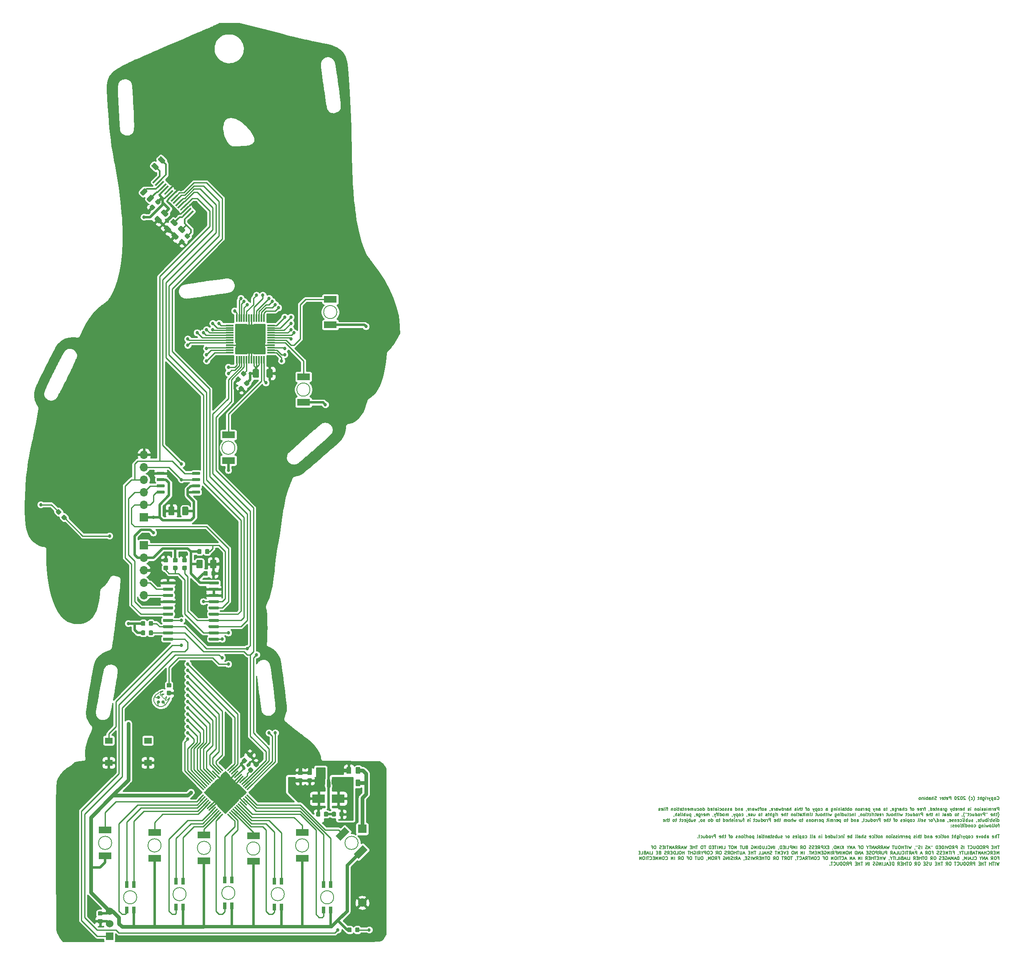
<source format=gbl>
G04 #@! TF.GenerationSoftware,KiCad,Pcbnew,(5.1.5)-3*
G04 #@! TF.CreationDate,2020-02-08T22:33:42-06:00*
G04 #@! TF.ProjectId,tymkrs_Cyphercon_2020_flamingo,74796d6b-7273-45f4-9379-70686572636f,V0*
G04 #@! TF.SameCoordinates,Original*
G04 #@! TF.FileFunction,Copper,L2,Bot*
G04 #@! TF.FilePolarity,Positive*
%FSLAX46Y46*%
G04 Gerber Fmt 4.6, Leading zero omitted, Abs format (unit mm)*
G04 Created by KiCad (PCBNEW (5.1.5)-3) date 2020-02-08 22:33:42*
%MOMM*%
%LPD*%
G04 APERTURE LIST*
%ADD10C,0.158750*%
%ADD11C,0.180000*%
%ADD12C,0.177800*%
%ADD13C,0.100000*%
%ADD14R,1.550000X1.300000*%
%ADD15C,1.524000*%
%ADD16R,1.524000X1.524000*%
%ADD17R,1.500000X0.300000*%
%ADD18R,0.300000X1.500000*%
%ADD19R,3.500001X3.500001*%
%ADD20R,2.600000X1.400000*%
%ADD21C,0.635000*%
%ADD22R,0.650000X1.060000*%
%ADD23O,1.700000X1.700000*%
%ADD24R,1.700000X1.700000*%
%ADD25R,0.800000X1.400000*%
%ADD26R,2.500000X1.800000*%
%ADD27C,1.778000*%
%ADD28R,1.778000X1.778000*%
%ADD29C,0.690000*%
%ADD30C,0.254000*%
%ADD31C,0.762000*%
%ADD32C,0.508000*%
%ADD33C,0.304800*%
%ADD34C,0.635000*%
G04 APERTURE END LIST*
D10*
X283100764Y-167152410D02*
X283131002Y-167182648D01*
X283221717Y-167212886D01*
X283282193Y-167212886D01*
X283372907Y-167182648D01*
X283433383Y-167122172D01*
X283463622Y-167061696D01*
X283493860Y-166940744D01*
X283493860Y-166850029D01*
X283463622Y-166729077D01*
X283433383Y-166668601D01*
X283372907Y-166608125D01*
X283282193Y-166577886D01*
X283221717Y-166577886D01*
X283131002Y-166608125D01*
X283100764Y-166638363D01*
X282737907Y-167212886D02*
X282798383Y-167182648D01*
X282828622Y-167152410D01*
X282858860Y-167091934D01*
X282858860Y-166910505D01*
X282828622Y-166850029D01*
X282798383Y-166819791D01*
X282737907Y-166789553D01*
X282647193Y-166789553D01*
X282586717Y-166819791D01*
X282556479Y-166850029D01*
X282526241Y-166910505D01*
X282526241Y-167091934D01*
X282556479Y-167152410D01*
X282586717Y-167182648D01*
X282647193Y-167212886D01*
X282737907Y-167212886D01*
X282254098Y-166789553D02*
X282254098Y-167424553D01*
X282254098Y-166819791D02*
X282193622Y-166789553D01*
X282072669Y-166789553D01*
X282012193Y-166819791D01*
X281981955Y-166850029D01*
X281951717Y-166910505D01*
X281951717Y-167091934D01*
X281981955Y-167152410D01*
X282012193Y-167182648D01*
X282072669Y-167212886D01*
X282193622Y-167212886D01*
X282254098Y-167182648D01*
X281740050Y-166789553D02*
X281588860Y-167212886D01*
X281437669Y-166789553D02*
X281588860Y-167212886D01*
X281649336Y-167364077D01*
X281679574Y-167394315D01*
X281740050Y-167424553D01*
X281195764Y-167212886D02*
X281195764Y-166789553D01*
X281195764Y-166910505D02*
X281165526Y-166850029D01*
X281135288Y-166819791D01*
X281074812Y-166789553D01*
X281014336Y-166789553D01*
X280802669Y-167212886D02*
X280802669Y-166789553D01*
X280802669Y-166577886D02*
X280832907Y-166608125D01*
X280802669Y-166638363D01*
X280772431Y-166608125D01*
X280802669Y-166577886D01*
X280802669Y-166638363D01*
X280228145Y-166789553D02*
X280228145Y-167303601D01*
X280258383Y-167364077D01*
X280288622Y-167394315D01*
X280349098Y-167424553D01*
X280439812Y-167424553D01*
X280500288Y-167394315D01*
X280228145Y-167182648D02*
X280288622Y-167212886D01*
X280409574Y-167212886D01*
X280470050Y-167182648D01*
X280500288Y-167152410D01*
X280530526Y-167091934D01*
X280530526Y-166910505D01*
X280500288Y-166850029D01*
X280470050Y-166819791D01*
X280409574Y-166789553D01*
X280288622Y-166789553D01*
X280228145Y-166819791D01*
X279925764Y-167212886D02*
X279925764Y-166577886D01*
X279653622Y-167212886D02*
X279653622Y-166880267D01*
X279683860Y-166819791D01*
X279744336Y-166789553D01*
X279835050Y-166789553D01*
X279895526Y-166819791D01*
X279925764Y-166850029D01*
X279441955Y-166789553D02*
X279200050Y-166789553D01*
X279351241Y-166577886D02*
X279351241Y-167122172D01*
X279321002Y-167182648D01*
X279260526Y-167212886D01*
X279200050Y-167212886D01*
X278323145Y-167454791D02*
X278353383Y-167424553D01*
X278413860Y-167333839D01*
X278444098Y-167273363D01*
X278474336Y-167182648D01*
X278504574Y-167031458D01*
X278504574Y-166910505D01*
X278474336Y-166759315D01*
X278444098Y-166668601D01*
X278413860Y-166608125D01*
X278353383Y-166517410D01*
X278323145Y-166487172D01*
X277809098Y-167182648D02*
X277869574Y-167212886D01*
X277990526Y-167212886D01*
X278051002Y-167182648D01*
X278081241Y-167152410D01*
X278111479Y-167091934D01*
X278111479Y-166910505D01*
X278081241Y-166850029D01*
X278051002Y-166819791D01*
X277990526Y-166789553D01*
X277869574Y-166789553D01*
X277809098Y-166819791D01*
X277597431Y-167454791D02*
X277567193Y-167424553D01*
X277506717Y-167333839D01*
X277476479Y-167273363D01*
X277446241Y-167182648D01*
X277416002Y-167031458D01*
X277416002Y-166910505D01*
X277446241Y-166759315D01*
X277476479Y-166668601D01*
X277506717Y-166608125D01*
X277567193Y-166517410D01*
X277597431Y-166487172D01*
X276660050Y-166638363D02*
X276629812Y-166608125D01*
X276569336Y-166577886D01*
X276418145Y-166577886D01*
X276357669Y-166608125D01*
X276327431Y-166638363D01*
X276297193Y-166698839D01*
X276297193Y-166759315D01*
X276327431Y-166850029D01*
X276690288Y-167212886D01*
X276297193Y-167212886D01*
X275904098Y-166577886D02*
X275843622Y-166577886D01*
X275783145Y-166608125D01*
X275752907Y-166638363D01*
X275722669Y-166698839D01*
X275692431Y-166819791D01*
X275692431Y-166970982D01*
X275722669Y-167091934D01*
X275752907Y-167152410D01*
X275783145Y-167182648D01*
X275843622Y-167212886D01*
X275904098Y-167212886D01*
X275964574Y-167182648D01*
X275994812Y-167152410D01*
X276025050Y-167091934D01*
X276055288Y-166970982D01*
X276055288Y-166819791D01*
X276025050Y-166698839D01*
X275994812Y-166638363D01*
X275964574Y-166608125D01*
X275904098Y-166577886D01*
X275450526Y-166638363D02*
X275420288Y-166608125D01*
X275359812Y-166577886D01*
X275208622Y-166577886D01*
X275148145Y-166608125D01*
X275117907Y-166638363D01*
X275087669Y-166698839D01*
X275087669Y-166759315D01*
X275117907Y-166850029D01*
X275480764Y-167212886D01*
X275087669Y-167212886D01*
X274694574Y-166577886D02*
X274634098Y-166577886D01*
X274573622Y-166608125D01*
X274543383Y-166638363D01*
X274513145Y-166698839D01*
X274482907Y-166819791D01*
X274482907Y-166970982D01*
X274513145Y-167091934D01*
X274543383Y-167152410D01*
X274573622Y-167182648D01*
X274634098Y-167212886D01*
X274694574Y-167212886D01*
X274755050Y-167182648D01*
X274785288Y-167152410D01*
X274815526Y-167091934D01*
X274845764Y-166970982D01*
X274845764Y-166819791D01*
X274815526Y-166698839D01*
X274785288Y-166638363D01*
X274755050Y-166608125D01*
X274694574Y-166577886D01*
X273726955Y-167212886D02*
X273726955Y-166577886D01*
X273485050Y-166577886D01*
X273424574Y-166608125D01*
X273394336Y-166638363D01*
X273364098Y-166698839D01*
X273364098Y-166789553D01*
X273394336Y-166850029D01*
X273424574Y-166880267D01*
X273485050Y-166910505D01*
X273726955Y-166910505D01*
X272850050Y-167182648D02*
X272910526Y-167212886D01*
X273031479Y-167212886D01*
X273091955Y-167182648D01*
X273122193Y-167122172D01*
X273122193Y-166880267D01*
X273091955Y-166819791D01*
X273031479Y-166789553D01*
X272910526Y-166789553D01*
X272850050Y-166819791D01*
X272819812Y-166880267D01*
X272819812Y-166940744D01*
X273122193Y-167001220D01*
X272638383Y-166789553D02*
X272396479Y-166789553D01*
X272547669Y-166577886D02*
X272547669Y-167122172D01*
X272517431Y-167182648D01*
X272456955Y-167212886D01*
X272396479Y-167212886D01*
X271942907Y-167182648D02*
X272003383Y-167212886D01*
X272124336Y-167212886D01*
X272184812Y-167182648D01*
X272215050Y-167122172D01*
X272215050Y-166880267D01*
X272184812Y-166819791D01*
X272124336Y-166789553D01*
X272003383Y-166789553D01*
X271942907Y-166819791D01*
X271912669Y-166880267D01*
X271912669Y-166940744D01*
X272215050Y-167001220D01*
X271640526Y-167212886D02*
X271640526Y-166789553D01*
X271640526Y-166910505D02*
X271610288Y-166850029D01*
X271580050Y-166819791D01*
X271519574Y-166789553D01*
X271459098Y-166789553D01*
X270793860Y-167182648D02*
X270703145Y-167212886D01*
X270551955Y-167212886D01*
X270491479Y-167182648D01*
X270461241Y-167152410D01*
X270431002Y-167091934D01*
X270431002Y-167031458D01*
X270461241Y-166970982D01*
X270491479Y-166940744D01*
X270551955Y-166910505D01*
X270672907Y-166880267D01*
X270733383Y-166850029D01*
X270763622Y-166819791D01*
X270793860Y-166759315D01*
X270793860Y-166698839D01*
X270763622Y-166638363D01*
X270733383Y-166608125D01*
X270672907Y-166577886D01*
X270521717Y-166577886D01*
X270431002Y-166608125D01*
X270158860Y-167212886D02*
X270158860Y-166577886D01*
X269886717Y-167212886D02*
X269886717Y-166880267D01*
X269916955Y-166819791D01*
X269977431Y-166789553D01*
X270068145Y-166789553D01*
X270128622Y-166819791D01*
X270158860Y-166850029D01*
X269312193Y-167212886D02*
X269312193Y-166880267D01*
X269342431Y-166819791D01*
X269402907Y-166789553D01*
X269523860Y-166789553D01*
X269584336Y-166819791D01*
X269312193Y-167182648D02*
X269372669Y-167212886D01*
X269523860Y-167212886D01*
X269584336Y-167182648D01*
X269614574Y-167122172D01*
X269614574Y-167061696D01*
X269584336Y-167001220D01*
X269523860Y-166970982D01*
X269372669Y-166970982D01*
X269312193Y-166940744D01*
X269009812Y-167212886D02*
X269009812Y-166577886D01*
X269009812Y-166819791D02*
X268949336Y-166789553D01*
X268828383Y-166789553D01*
X268767907Y-166819791D01*
X268737669Y-166850029D01*
X268707431Y-166910505D01*
X268707431Y-167091934D01*
X268737669Y-167152410D01*
X268767907Y-167182648D01*
X268828383Y-167212886D01*
X268949336Y-167212886D01*
X269009812Y-167182648D01*
X268435288Y-167212886D02*
X268435288Y-166789553D01*
X268435288Y-166577886D02*
X268465526Y-166608125D01*
X268435288Y-166638363D01*
X268405050Y-166608125D01*
X268435288Y-166577886D01*
X268435288Y-166638363D01*
X268132907Y-166789553D02*
X268132907Y-167212886D01*
X268132907Y-166850029D02*
X268102669Y-166819791D01*
X268042193Y-166789553D01*
X267951479Y-166789553D01*
X267891002Y-166819791D01*
X267860764Y-166880267D01*
X267860764Y-167212886D01*
X267467669Y-167212886D02*
X267528145Y-167182648D01*
X267558383Y-167152410D01*
X267588622Y-167091934D01*
X267588622Y-166910505D01*
X267558383Y-166850029D01*
X267528145Y-166819791D01*
X267467669Y-166789553D01*
X267376955Y-166789553D01*
X267316479Y-166819791D01*
X267286241Y-166850029D01*
X267256002Y-166910505D01*
X267256002Y-167091934D01*
X267286241Y-167152410D01*
X267316479Y-167182648D01*
X267376955Y-167212886D01*
X267467669Y-167212886D01*
X283463622Y-169435386D02*
X283463622Y-168800386D01*
X283221717Y-168800386D01*
X283161241Y-168830625D01*
X283131002Y-168860863D01*
X283100764Y-168921339D01*
X283100764Y-169012053D01*
X283131002Y-169072529D01*
X283161241Y-169102767D01*
X283221717Y-169133005D01*
X283463622Y-169133005D01*
X282586717Y-169405148D02*
X282647193Y-169435386D01*
X282768145Y-169435386D01*
X282828622Y-169405148D01*
X282858860Y-169344672D01*
X282858860Y-169102767D01*
X282828622Y-169042291D01*
X282768145Y-169012053D01*
X282647193Y-169012053D01*
X282586717Y-169042291D01*
X282556479Y-169102767D01*
X282556479Y-169163244D01*
X282858860Y-169223720D01*
X282284336Y-169435386D02*
X282284336Y-169012053D01*
X282284336Y-169133005D02*
X282254098Y-169072529D01*
X282223860Y-169042291D01*
X282163383Y-169012053D01*
X282102907Y-169012053D01*
X281891241Y-169435386D02*
X281891241Y-169012053D01*
X281891241Y-169072529D02*
X281861002Y-169042291D01*
X281800526Y-169012053D01*
X281709812Y-169012053D01*
X281649336Y-169042291D01*
X281619098Y-169102767D01*
X281619098Y-169435386D01*
X281619098Y-169102767D02*
X281588860Y-169042291D01*
X281528383Y-169012053D01*
X281437669Y-169012053D01*
X281377193Y-169042291D01*
X281346955Y-169102767D01*
X281346955Y-169435386D01*
X281044574Y-169435386D02*
X281044574Y-169012053D01*
X281044574Y-168800386D02*
X281074812Y-168830625D01*
X281044574Y-168860863D01*
X281014336Y-168830625D01*
X281044574Y-168800386D01*
X281044574Y-168860863D01*
X280772431Y-169405148D02*
X280711955Y-169435386D01*
X280591002Y-169435386D01*
X280530526Y-169405148D01*
X280500288Y-169344672D01*
X280500288Y-169314434D01*
X280530526Y-169253958D01*
X280591002Y-169223720D01*
X280681717Y-169223720D01*
X280742193Y-169193482D01*
X280772431Y-169133005D01*
X280772431Y-169102767D01*
X280742193Y-169042291D01*
X280681717Y-169012053D01*
X280591002Y-169012053D01*
X280530526Y-169042291D01*
X280258383Y-169405148D02*
X280197907Y-169435386D01*
X280076955Y-169435386D01*
X280016479Y-169405148D01*
X279986241Y-169344672D01*
X279986241Y-169314434D01*
X280016479Y-169253958D01*
X280076955Y-169223720D01*
X280167669Y-169223720D01*
X280228145Y-169193482D01*
X280258383Y-169133005D01*
X280258383Y-169102767D01*
X280228145Y-169042291D01*
X280167669Y-169012053D01*
X280076955Y-169012053D01*
X280016479Y-169042291D01*
X279714098Y-169435386D02*
X279714098Y-169012053D01*
X279714098Y-168800386D02*
X279744336Y-168830625D01*
X279714098Y-168860863D01*
X279683860Y-168830625D01*
X279714098Y-168800386D01*
X279714098Y-168860863D01*
X279321002Y-169435386D02*
X279381479Y-169405148D01*
X279411717Y-169374910D01*
X279441955Y-169314434D01*
X279441955Y-169133005D01*
X279411717Y-169072529D01*
X279381479Y-169042291D01*
X279321002Y-169012053D01*
X279230288Y-169012053D01*
X279169812Y-169042291D01*
X279139574Y-169072529D01*
X279109336Y-169133005D01*
X279109336Y-169314434D01*
X279139574Y-169374910D01*
X279169812Y-169405148D01*
X279230288Y-169435386D01*
X279321002Y-169435386D01*
X278837193Y-169012053D02*
X278837193Y-169435386D01*
X278837193Y-169072529D02*
X278806955Y-169042291D01*
X278746479Y-169012053D01*
X278655764Y-169012053D01*
X278595288Y-169042291D01*
X278565050Y-169102767D01*
X278565050Y-169435386D01*
X277778860Y-169435386D02*
X277778860Y-169012053D01*
X277778860Y-168800386D02*
X277809098Y-168830625D01*
X277778860Y-168860863D01*
X277748622Y-168830625D01*
X277778860Y-168800386D01*
X277778860Y-168860863D01*
X277506717Y-169405148D02*
X277446241Y-169435386D01*
X277325288Y-169435386D01*
X277264812Y-169405148D01*
X277234574Y-169344672D01*
X277234574Y-169314434D01*
X277264812Y-169253958D01*
X277325288Y-169223720D01*
X277416002Y-169223720D01*
X277476479Y-169193482D01*
X277506717Y-169133005D01*
X277506717Y-169102767D01*
X277476479Y-169042291D01*
X277416002Y-169012053D01*
X277325288Y-169012053D01*
X277264812Y-169042291D01*
X276478622Y-169435386D02*
X276478622Y-168800386D01*
X276206479Y-169435386D02*
X276206479Y-169102767D01*
X276236717Y-169042291D01*
X276297193Y-169012053D01*
X276387907Y-169012053D01*
X276448383Y-169042291D01*
X276478622Y-169072529D01*
X275662193Y-169405148D02*
X275722669Y-169435386D01*
X275843622Y-169435386D01*
X275904098Y-169405148D01*
X275934336Y-169344672D01*
X275934336Y-169102767D01*
X275904098Y-169042291D01*
X275843622Y-169012053D01*
X275722669Y-169012053D01*
X275662193Y-169042291D01*
X275631955Y-169102767D01*
X275631955Y-169163244D01*
X275934336Y-169223720D01*
X275359812Y-169435386D02*
X275359812Y-169012053D01*
X275359812Y-169133005D02*
X275329574Y-169072529D01*
X275299336Y-169042291D01*
X275238860Y-169012053D01*
X275178383Y-169012053D01*
X274724812Y-169405148D02*
X274785288Y-169435386D01*
X274906241Y-169435386D01*
X274966717Y-169405148D01*
X274996955Y-169344672D01*
X274996955Y-169102767D01*
X274966717Y-169042291D01*
X274906241Y-169012053D01*
X274785288Y-169012053D01*
X274724812Y-169042291D01*
X274694574Y-169102767D01*
X274694574Y-169163244D01*
X274996955Y-169223720D01*
X274422431Y-169435386D02*
X274422431Y-168800386D01*
X274422431Y-169042291D02*
X274361955Y-169012053D01*
X274241002Y-169012053D01*
X274180526Y-169042291D01*
X274150288Y-169072529D01*
X274120050Y-169133005D01*
X274120050Y-169314434D01*
X274150288Y-169374910D01*
X274180526Y-169405148D01*
X274241002Y-169435386D01*
X274361955Y-169435386D01*
X274422431Y-169405148D01*
X273908383Y-169012053D02*
X273757193Y-169435386D01*
X273606002Y-169012053D02*
X273757193Y-169435386D01*
X273817669Y-169586577D01*
X273847907Y-169616815D01*
X273908383Y-169647053D01*
X272608145Y-169012053D02*
X272608145Y-169526101D01*
X272638383Y-169586577D01*
X272668622Y-169616815D01*
X272729098Y-169647053D01*
X272819812Y-169647053D01*
X272880288Y-169616815D01*
X272608145Y-169405148D02*
X272668622Y-169435386D01*
X272789574Y-169435386D01*
X272850050Y-169405148D01*
X272880288Y-169374910D01*
X272910526Y-169314434D01*
X272910526Y-169133005D01*
X272880288Y-169072529D01*
X272850050Y-169042291D01*
X272789574Y-169012053D01*
X272668622Y-169012053D01*
X272608145Y-169042291D01*
X272305764Y-169435386D02*
X272305764Y-169012053D01*
X272305764Y-169133005D02*
X272275526Y-169072529D01*
X272245288Y-169042291D01*
X272184812Y-169012053D01*
X272124336Y-169012053D01*
X271640526Y-169435386D02*
X271640526Y-169102767D01*
X271670764Y-169042291D01*
X271731241Y-169012053D01*
X271852193Y-169012053D01*
X271912669Y-169042291D01*
X271640526Y-169405148D02*
X271701002Y-169435386D01*
X271852193Y-169435386D01*
X271912669Y-169405148D01*
X271942907Y-169344672D01*
X271942907Y-169284196D01*
X271912669Y-169223720D01*
X271852193Y-169193482D01*
X271701002Y-169193482D01*
X271640526Y-169163244D01*
X271338145Y-169012053D02*
X271338145Y-169435386D01*
X271338145Y-169072529D02*
X271307907Y-169042291D01*
X271247431Y-169012053D01*
X271156717Y-169012053D01*
X271096241Y-169042291D01*
X271066002Y-169102767D01*
X271066002Y-169435386D01*
X270854336Y-169012053D02*
X270612431Y-169012053D01*
X270763622Y-168800386D02*
X270763622Y-169344672D01*
X270733383Y-169405148D01*
X270672907Y-169435386D01*
X270612431Y-169435386D01*
X270158860Y-169405148D02*
X270219336Y-169435386D01*
X270340288Y-169435386D01*
X270400764Y-169405148D01*
X270431002Y-169344672D01*
X270431002Y-169102767D01*
X270400764Y-169042291D01*
X270340288Y-169012053D01*
X270219336Y-169012053D01*
X270158860Y-169042291D01*
X270128622Y-169102767D01*
X270128622Y-169163244D01*
X270431002Y-169223720D01*
X269584336Y-169435386D02*
X269584336Y-168800386D01*
X269584336Y-169405148D02*
X269644812Y-169435386D01*
X269765764Y-169435386D01*
X269826241Y-169405148D01*
X269856479Y-169374910D01*
X269886717Y-169314434D01*
X269886717Y-169133005D01*
X269856479Y-169072529D01*
X269826241Y-169042291D01*
X269765764Y-169012053D01*
X269644812Y-169012053D01*
X269584336Y-169042291D01*
X269251717Y-169405148D02*
X269251717Y-169435386D01*
X269281955Y-169495863D01*
X269312193Y-169526101D01*
X268586479Y-169012053D02*
X268344574Y-169012053D01*
X268495764Y-169435386D02*
X268495764Y-168891101D01*
X268465526Y-168830625D01*
X268405050Y-168800386D01*
X268344574Y-168800386D01*
X268132907Y-169435386D02*
X268132907Y-169012053D01*
X268132907Y-169133005D02*
X268102669Y-169072529D01*
X268072431Y-169042291D01*
X268011955Y-169012053D01*
X267951479Y-169012053D01*
X267497907Y-169405148D02*
X267558383Y-169435386D01*
X267679336Y-169435386D01*
X267739812Y-169405148D01*
X267770050Y-169344672D01*
X267770050Y-169102767D01*
X267739812Y-169042291D01*
X267679336Y-169012053D01*
X267558383Y-169012053D01*
X267497907Y-169042291D01*
X267467669Y-169102767D01*
X267467669Y-169163244D01*
X267770050Y-169223720D01*
X266953622Y-169405148D02*
X267014098Y-169435386D01*
X267135050Y-169435386D01*
X267195526Y-169405148D01*
X267225764Y-169344672D01*
X267225764Y-169102767D01*
X267195526Y-169042291D01*
X267135050Y-169012053D01*
X267014098Y-169012053D01*
X266953622Y-169042291D01*
X266923383Y-169102767D01*
X266923383Y-169163244D01*
X267225764Y-169223720D01*
X266076717Y-169435386D02*
X266137193Y-169405148D01*
X266167431Y-169374910D01*
X266197669Y-169314434D01*
X266197669Y-169133005D01*
X266167431Y-169072529D01*
X266137193Y-169042291D01*
X266076717Y-169012053D01*
X265986002Y-169012053D01*
X265925526Y-169042291D01*
X265895288Y-169072529D01*
X265865050Y-169133005D01*
X265865050Y-169314434D01*
X265895288Y-169374910D01*
X265925526Y-169405148D01*
X265986002Y-169435386D01*
X266076717Y-169435386D01*
X265683622Y-169012053D02*
X265441717Y-169012053D01*
X265592907Y-169435386D02*
X265592907Y-168891101D01*
X265562669Y-168830625D01*
X265502193Y-168800386D01*
X265441717Y-168800386D01*
X264474098Y-169405148D02*
X264534574Y-169435386D01*
X264655526Y-169435386D01*
X264716002Y-169405148D01*
X264746241Y-169374910D01*
X264776479Y-169314434D01*
X264776479Y-169133005D01*
X264746241Y-169072529D01*
X264716002Y-169042291D01*
X264655526Y-169012053D01*
X264534574Y-169012053D01*
X264474098Y-169042291D01*
X264201955Y-169435386D02*
X264201955Y-168800386D01*
X263929812Y-169435386D02*
X263929812Y-169102767D01*
X263960050Y-169042291D01*
X264020526Y-169012053D01*
X264111241Y-169012053D01*
X264171717Y-169042291D01*
X264201955Y-169072529D01*
X263355288Y-169435386D02*
X263355288Y-169102767D01*
X263385526Y-169042291D01*
X263446002Y-169012053D01*
X263566955Y-169012053D01*
X263627431Y-169042291D01*
X263355288Y-169405148D02*
X263415764Y-169435386D01*
X263566955Y-169435386D01*
X263627431Y-169405148D01*
X263657669Y-169344672D01*
X263657669Y-169284196D01*
X263627431Y-169223720D01*
X263566955Y-169193482D01*
X263415764Y-169193482D01*
X263355288Y-169163244D01*
X263052907Y-169435386D02*
X263052907Y-169012053D01*
X263052907Y-169133005D02*
X263022669Y-169072529D01*
X262992431Y-169042291D01*
X262931955Y-169012053D01*
X262871479Y-169012053D01*
X262387669Y-169012053D02*
X262387669Y-169526101D01*
X262417907Y-169586577D01*
X262448145Y-169616815D01*
X262508622Y-169647053D01*
X262599336Y-169647053D01*
X262659812Y-169616815D01*
X262387669Y-169405148D02*
X262448145Y-169435386D01*
X262569098Y-169435386D01*
X262629574Y-169405148D01*
X262659812Y-169374910D01*
X262690050Y-169314434D01*
X262690050Y-169133005D01*
X262659812Y-169072529D01*
X262629574Y-169042291D01*
X262569098Y-169012053D01*
X262448145Y-169012053D01*
X262387669Y-169042291D01*
X261843383Y-169405148D02*
X261903860Y-169435386D01*
X262024812Y-169435386D01*
X262085288Y-169405148D01*
X262115526Y-169344672D01*
X262115526Y-169102767D01*
X262085288Y-169042291D01*
X262024812Y-169012053D01*
X261903860Y-169012053D01*
X261843383Y-169042291D01*
X261813145Y-169102767D01*
X261813145Y-169163244D01*
X262115526Y-169223720D01*
X261510764Y-169405148D02*
X261510764Y-169435386D01*
X261541002Y-169495863D01*
X261571241Y-169526101D01*
X260845526Y-169012053D02*
X260603622Y-169012053D01*
X260754812Y-168800386D02*
X260754812Y-169344672D01*
X260724574Y-169405148D01*
X260664098Y-169435386D01*
X260603622Y-169435386D01*
X260301241Y-169435386D02*
X260361717Y-169405148D01*
X260391955Y-169374910D01*
X260422193Y-169314434D01*
X260422193Y-169133005D01*
X260391955Y-169072529D01*
X260361717Y-169042291D01*
X260301241Y-169012053D01*
X260210526Y-169012053D01*
X260150050Y-169042291D01*
X260119812Y-169072529D01*
X260089574Y-169133005D01*
X260089574Y-169314434D01*
X260119812Y-169374910D01*
X260150050Y-169405148D01*
X260210526Y-169435386D01*
X260301241Y-169435386D01*
X259061479Y-169435386D02*
X259061479Y-169102767D01*
X259091717Y-169042291D01*
X259152193Y-169012053D01*
X259273145Y-169012053D01*
X259333622Y-169042291D01*
X259061479Y-169405148D02*
X259121955Y-169435386D01*
X259273145Y-169435386D01*
X259333622Y-169405148D01*
X259363860Y-169344672D01*
X259363860Y-169284196D01*
X259333622Y-169223720D01*
X259273145Y-169193482D01*
X259121955Y-169193482D01*
X259061479Y-169163244D01*
X258759098Y-169012053D02*
X258759098Y-169435386D01*
X258759098Y-169072529D02*
X258728860Y-169042291D01*
X258668383Y-169012053D01*
X258577669Y-169012053D01*
X258517193Y-169042291D01*
X258486955Y-169102767D01*
X258486955Y-169435386D01*
X258245050Y-169012053D02*
X258093860Y-169435386D01*
X257942669Y-169012053D02*
X258093860Y-169435386D01*
X258154336Y-169586577D01*
X258184574Y-169616815D01*
X258245050Y-169647053D01*
X257216955Y-169012053D02*
X257216955Y-169647053D01*
X257216955Y-169042291D02*
X257156479Y-169012053D01*
X257035526Y-169012053D01*
X256975050Y-169042291D01*
X256944812Y-169072529D01*
X256914574Y-169133005D01*
X256914574Y-169314434D01*
X256944812Y-169374910D01*
X256975050Y-169405148D01*
X257035526Y-169435386D01*
X257156479Y-169435386D01*
X257216955Y-169405148D01*
X256400526Y-169405148D02*
X256461002Y-169435386D01*
X256581955Y-169435386D01*
X256642431Y-169405148D01*
X256672669Y-169344672D01*
X256672669Y-169102767D01*
X256642431Y-169042291D01*
X256581955Y-169012053D01*
X256461002Y-169012053D01*
X256400526Y-169042291D01*
X256370288Y-169102767D01*
X256370288Y-169163244D01*
X256672669Y-169223720D01*
X256098145Y-169435386D02*
X256098145Y-169012053D01*
X256098145Y-169133005D02*
X256067907Y-169072529D01*
X256037669Y-169042291D01*
X255977193Y-169012053D01*
X255916717Y-169012053D01*
X255735288Y-169405148D02*
X255674812Y-169435386D01*
X255553860Y-169435386D01*
X255493383Y-169405148D01*
X255463145Y-169344672D01*
X255463145Y-169314434D01*
X255493383Y-169253958D01*
X255553860Y-169223720D01*
X255644574Y-169223720D01*
X255705050Y-169193482D01*
X255735288Y-169133005D01*
X255735288Y-169102767D01*
X255705050Y-169042291D01*
X255644574Y-169012053D01*
X255553860Y-169012053D01*
X255493383Y-169042291D01*
X255100288Y-169435386D02*
X255160764Y-169405148D01*
X255191002Y-169374910D01*
X255221241Y-169314434D01*
X255221241Y-169133005D01*
X255191002Y-169072529D01*
X255160764Y-169042291D01*
X255100288Y-169012053D01*
X255009574Y-169012053D01*
X254949098Y-169042291D01*
X254918860Y-169072529D01*
X254888622Y-169133005D01*
X254888622Y-169314434D01*
X254918860Y-169374910D01*
X254949098Y-169405148D01*
X255009574Y-169435386D01*
X255100288Y-169435386D01*
X254616479Y-169012053D02*
X254616479Y-169435386D01*
X254616479Y-169072529D02*
X254586241Y-169042291D01*
X254525764Y-169012053D01*
X254435050Y-169012053D01*
X254374574Y-169042291D01*
X254344336Y-169102767D01*
X254344336Y-169435386D01*
X253467431Y-169435386D02*
X253527907Y-169405148D01*
X253558145Y-169374910D01*
X253588383Y-169314434D01*
X253588383Y-169133005D01*
X253558145Y-169072529D01*
X253527907Y-169042291D01*
X253467431Y-169012053D01*
X253376717Y-169012053D01*
X253316241Y-169042291D01*
X253286002Y-169072529D01*
X253255764Y-169133005D01*
X253255764Y-169314434D01*
X253286002Y-169374910D01*
X253316241Y-169405148D01*
X253376717Y-169435386D01*
X253467431Y-169435386D01*
X252983622Y-169435386D02*
X252983622Y-168800386D01*
X252983622Y-169042291D02*
X252923145Y-169012053D01*
X252802193Y-169012053D01*
X252741717Y-169042291D01*
X252711479Y-169072529D01*
X252681241Y-169133005D01*
X252681241Y-169314434D01*
X252711479Y-169374910D01*
X252741717Y-169405148D01*
X252802193Y-169435386D01*
X252923145Y-169435386D01*
X252983622Y-169405148D01*
X252499812Y-169012053D02*
X252257907Y-169012053D01*
X252409098Y-168800386D02*
X252409098Y-169344672D01*
X252378860Y-169405148D01*
X252318383Y-169435386D01*
X252257907Y-169435386D01*
X251774098Y-169435386D02*
X251774098Y-169102767D01*
X251804336Y-169042291D01*
X251864812Y-169012053D01*
X251985764Y-169012053D01*
X252046241Y-169042291D01*
X251774098Y-169405148D02*
X251834574Y-169435386D01*
X251985764Y-169435386D01*
X252046241Y-169405148D01*
X252076479Y-169344672D01*
X252076479Y-169284196D01*
X252046241Y-169223720D01*
X251985764Y-169193482D01*
X251834574Y-169193482D01*
X251774098Y-169163244D01*
X251471717Y-169435386D02*
X251471717Y-169012053D01*
X251471717Y-168800386D02*
X251501955Y-168830625D01*
X251471717Y-168860863D01*
X251441479Y-168830625D01*
X251471717Y-168800386D01*
X251471717Y-168860863D01*
X251169336Y-169012053D02*
X251169336Y-169435386D01*
X251169336Y-169072529D02*
X251139098Y-169042291D01*
X251078622Y-169012053D01*
X250987907Y-169012053D01*
X250927431Y-169042291D01*
X250897193Y-169102767D01*
X250897193Y-169435386D01*
X250594812Y-169435386D02*
X250594812Y-169012053D01*
X250594812Y-168800386D02*
X250625050Y-168830625D01*
X250594812Y-168860863D01*
X250564574Y-168830625D01*
X250594812Y-168800386D01*
X250594812Y-168860863D01*
X250292431Y-169012053D02*
X250292431Y-169435386D01*
X250292431Y-169072529D02*
X250262193Y-169042291D01*
X250201717Y-169012053D01*
X250111002Y-169012053D01*
X250050526Y-169042291D01*
X250020288Y-169102767D01*
X250020288Y-169435386D01*
X249445764Y-169012053D02*
X249445764Y-169526101D01*
X249476002Y-169586577D01*
X249506241Y-169616815D01*
X249566717Y-169647053D01*
X249657431Y-169647053D01*
X249717907Y-169616815D01*
X249445764Y-169405148D02*
X249506241Y-169435386D01*
X249627193Y-169435386D01*
X249687669Y-169405148D01*
X249717907Y-169374910D01*
X249748145Y-169314434D01*
X249748145Y-169133005D01*
X249717907Y-169072529D01*
X249687669Y-169042291D01*
X249627193Y-169012053D01*
X249506241Y-169012053D01*
X249445764Y-169042291D01*
X248387431Y-169435386D02*
X248387431Y-169102767D01*
X248417669Y-169042291D01*
X248478145Y-169012053D01*
X248599098Y-169012053D01*
X248659574Y-169042291D01*
X248387431Y-169405148D02*
X248447907Y-169435386D01*
X248599098Y-169435386D01*
X248659574Y-169405148D01*
X248689812Y-169344672D01*
X248689812Y-169284196D01*
X248659574Y-169223720D01*
X248599098Y-169193482D01*
X248447907Y-169193482D01*
X248387431Y-169163244D01*
X247329098Y-169405148D02*
X247389574Y-169435386D01*
X247510526Y-169435386D01*
X247571002Y-169405148D01*
X247601241Y-169374910D01*
X247631479Y-169314434D01*
X247631479Y-169133005D01*
X247601241Y-169072529D01*
X247571002Y-169042291D01*
X247510526Y-169012053D01*
X247389574Y-169012053D01*
X247329098Y-169042291D01*
X246966241Y-169435386D02*
X247026717Y-169405148D01*
X247056955Y-169374910D01*
X247087193Y-169314434D01*
X247087193Y-169133005D01*
X247056955Y-169072529D01*
X247026717Y-169042291D01*
X246966241Y-169012053D01*
X246875526Y-169012053D01*
X246815050Y-169042291D01*
X246784812Y-169072529D01*
X246754574Y-169133005D01*
X246754574Y-169314434D01*
X246784812Y-169374910D01*
X246815050Y-169405148D01*
X246875526Y-169435386D01*
X246966241Y-169435386D01*
X246482431Y-169012053D02*
X246482431Y-169647053D01*
X246482431Y-169042291D02*
X246421955Y-169012053D01*
X246301002Y-169012053D01*
X246240526Y-169042291D01*
X246210288Y-169072529D01*
X246180050Y-169133005D01*
X246180050Y-169314434D01*
X246210288Y-169374910D01*
X246240526Y-169405148D01*
X246301002Y-169435386D01*
X246421955Y-169435386D01*
X246482431Y-169405148D01*
X245968383Y-169012053D02*
X245817193Y-169435386D01*
X245666002Y-169012053D02*
X245817193Y-169435386D01*
X245877669Y-169586577D01*
X245907907Y-169616815D01*
X245968383Y-169647053D01*
X244849574Y-169435386D02*
X244910050Y-169405148D01*
X244940288Y-169374910D01*
X244970526Y-169314434D01*
X244970526Y-169133005D01*
X244940288Y-169072529D01*
X244910050Y-169042291D01*
X244849574Y-169012053D01*
X244758860Y-169012053D01*
X244698383Y-169042291D01*
X244668145Y-169072529D01*
X244637907Y-169133005D01*
X244637907Y-169314434D01*
X244668145Y-169374910D01*
X244698383Y-169405148D01*
X244758860Y-169435386D01*
X244849574Y-169435386D01*
X244456479Y-169012053D02*
X244214574Y-169012053D01*
X244365764Y-169435386D02*
X244365764Y-168891101D01*
X244335526Y-168830625D01*
X244275050Y-168800386D01*
X244214574Y-168800386D01*
X243609812Y-169012053D02*
X243367907Y-169012053D01*
X243519098Y-168800386D02*
X243519098Y-169344672D01*
X243488860Y-169405148D01*
X243428383Y-169435386D01*
X243367907Y-169435386D01*
X243156241Y-169435386D02*
X243156241Y-168800386D01*
X242884098Y-169435386D02*
X242884098Y-169102767D01*
X242914336Y-169042291D01*
X242974812Y-169012053D01*
X243065526Y-169012053D01*
X243126002Y-169042291D01*
X243156241Y-169072529D01*
X242581717Y-169435386D02*
X242581717Y-169012053D01*
X242581717Y-168800386D02*
X242611955Y-168830625D01*
X242581717Y-168860863D01*
X242551479Y-168830625D01*
X242581717Y-168800386D01*
X242581717Y-168860863D01*
X242309574Y-169405148D02*
X242249098Y-169435386D01*
X242128145Y-169435386D01*
X242067669Y-169405148D01*
X242037431Y-169344672D01*
X242037431Y-169314434D01*
X242067669Y-169253958D01*
X242128145Y-169223720D01*
X242218860Y-169223720D01*
X242279336Y-169193482D01*
X242309574Y-169133005D01*
X242309574Y-169102767D01*
X242279336Y-169042291D01*
X242218860Y-169012053D01*
X242128145Y-169012053D01*
X242067669Y-169042291D01*
X241281479Y-169435386D02*
X241281479Y-168800386D01*
X241009336Y-169435386D02*
X241009336Y-169102767D01*
X241039574Y-169042291D01*
X241100050Y-169012053D01*
X241190764Y-169012053D01*
X241251241Y-169042291D01*
X241281479Y-169072529D01*
X240434812Y-169435386D02*
X240434812Y-169102767D01*
X240465050Y-169042291D01*
X240525526Y-169012053D01*
X240646479Y-169012053D01*
X240706955Y-169042291D01*
X240434812Y-169405148D02*
X240495288Y-169435386D01*
X240646479Y-169435386D01*
X240706955Y-169405148D01*
X240737193Y-169344672D01*
X240737193Y-169284196D01*
X240706955Y-169223720D01*
X240646479Y-169193482D01*
X240495288Y-169193482D01*
X240434812Y-169163244D01*
X240132431Y-169435386D02*
X240132431Y-169012053D01*
X240132431Y-169133005D02*
X240102193Y-169072529D01*
X240071955Y-169042291D01*
X240011479Y-169012053D01*
X239951002Y-169012053D01*
X239467193Y-169435386D02*
X239467193Y-168800386D01*
X239467193Y-169405148D02*
X239527669Y-169435386D01*
X239648622Y-169435386D01*
X239709098Y-169405148D01*
X239739336Y-169374910D01*
X239769574Y-169314434D01*
X239769574Y-169133005D01*
X239739336Y-169072529D01*
X239709098Y-169042291D01*
X239648622Y-169012053D01*
X239527669Y-169012053D01*
X239467193Y-169042291D01*
X239225288Y-169012053D02*
X239104336Y-169435386D01*
X238983383Y-169133005D01*
X238862431Y-169435386D01*
X238741479Y-169012053D01*
X238227431Y-169435386D02*
X238227431Y-169102767D01*
X238257669Y-169042291D01*
X238318145Y-169012053D01*
X238439098Y-169012053D01*
X238499574Y-169042291D01*
X238227431Y-169405148D02*
X238287907Y-169435386D01*
X238439098Y-169435386D01*
X238499574Y-169405148D01*
X238529812Y-169344672D01*
X238529812Y-169284196D01*
X238499574Y-169223720D01*
X238439098Y-169193482D01*
X238287907Y-169193482D01*
X238227431Y-169163244D01*
X237925050Y-169435386D02*
X237925050Y-169012053D01*
X237925050Y-169133005D02*
X237894812Y-169072529D01*
X237864574Y-169042291D01*
X237804098Y-169012053D01*
X237743622Y-169012053D01*
X237290050Y-169405148D02*
X237350526Y-169435386D01*
X237471479Y-169435386D01*
X237531955Y-169405148D01*
X237562193Y-169344672D01*
X237562193Y-169102767D01*
X237531955Y-169042291D01*
X237471479Y-169012053D01*
X237350526Y-169012053D01*
X237290050Y-169042291D01*
X237259812Y-169102767D01*
X237259812Y-169163244D01*
X237562193Y-169223720D01*
X236957431Y-169405148D02*
X236957431Y-169435386D01*
X236987669Y-169495863D01*
X237017907Y-169526101D01*
X236231717Y-169405148D02*
X236171241Y-169435386D01*
X236050288Y-169435386D01*
X235989812Y-169405148D01*
X235959574Y-169344672D01*
X235959574Y-169314434D01*
X235989812Y-169253958D01*
X236050288Y-169223720D01*
X236141002Y-169223720D01*
X236201479Y-169193482D01*
X236231717Y-169133005D01*
X236231717Y-169102767D01*
X236201479Y-169042291D01*
X236141002Y-169012053D01*
X236050288Y-169012053D01*
X235989812Y-169042291D01*
X235596717Y-169435386D02*
X235657193Y-169405148D01*
X235687431Y-169374910D01*
X235717669Y-169314434D01*
X235717669Y-169133005D01*
X235687431Y-169072529D01*
X235657193Y-169042291D01*
X235596717Y-169012053D01*
X235506002Y-169012053D01*
X235445526Y-169042291D01*
X235415288Y-169072529D01*
X235385050Y-169133005D01*
X235385050Y-169314434D01*
X235415288Y-169374910D01*
X235445526Y-169405148D01*
X235506002Y-169435386D01*
X235596717Y-169435386D01*
X235203622Y-169012053D02*
X234961717Y-169012053D01*
X235112907Y-169435386D02*
X235112907Y-168891101D01*
X235082669Y-168830625D01*
X235022193Y-168800386D01*
X234961717Y-168800386D01*
X234840764Y-169012053D02*
X234598860Y-169012053D01*
X234750050Y-168800386D02*
X234750050Y-169344672D01*
X234719812Y-169405148D01*
X234659336Y-169435386D01*
X234598860Y-169435386D01*
X234447669Y-169012053D02*
X234326717Y-169435386D01*
X234205764Y-169133005D01*
X234084812Y-169435386D01*
X233963860Y-169012053D01*
X233449812Y-169435386D02*
X233449812Y-169102767D01*
X233480050Y-169042291D01*
X233540526Y-169012053D01*
X233661479Y-169012053D01*
X233721955Y-169042291D01*
X233449812Y-169405148D02*
X233510288Y-169435386D01*
X233661479Y-169435386D01*
X233721955Y-169405148D01*
X233752193Y-169344672D01*
X233752193Y-169284196D01*
X233721955Y-169223720D01*
X233661479Y-169193482D01*
X233510288Y-169193482D01*
X233449812Y-169163244D01*
X233147431Y-169435386D02*
X233147431Y-169012053D01*
X233147431Y-169133005D02*
X233117193Y-169072529D01*
X233086955Y-169042291D01*
X233026479Y-169012053D01*
X232966002Y-169012053D01*
X232512431Y-169405148D02*
X232572907Y-169435386D01*
X232693860Y-169435386D01*
X232754336Y-169405148D01*
X232784574Y-169344672D01*
X232784574Y-169102767D01*
X232754336Y-169042291D01*
X232693860Y-169012053D01*
X232572907Y-169012053D01*
X232512431Y-169042291D01*
X232482193Y-169102767D01*
X232482193Y-169163244D01*
X232784574Y-169223720D01*
X232179812Y-169405148D02*
X232179812Y-169435386D01*
X232210050Y-169495863D01*
X232240288Y-169526101D01*
X231151717Y-169435386D02*
X231151717Y-169102767D01*
X231181955Y-169042291D01*
X231242431Y-169012053D01*
X231363383Y-169012053D01*
X231423860Y-169042291D01*
X231151717Y-169405148D02*
X231212193Y-169435386D01*
X231363383Y-169435386D01*
X231423860Y-169405148D01*
X231454098Y-169344672D01*
X231454098Y-169284196D01*
X231423860Y-169223720D01*
X231363383Y-169193482D01*
X231212193Y-169193482D01*
X231151717Y-169163244D01*
X230849336Y-169012053D02*
X230849336Y-169435386D01*
X230849336Y-169072529D02*
X230819098Y-169042291D01*
X230758622Y-169012053D01*
X230667907Y-169012053D01*
X230607431Y-169042291D01*
X230577193Y-169102767D01*
X230577193Y-169435386D01*
X230002669Y-169435386D02*
X230002669Y-168800386D01*
X230002669Y-169405148D02*
X230063145Y-169435386D01*
X230184098Y-169435386D01*
X230244574Y-169405148D01*
X230274812Y-169374910D01*
X230305050Y-169314434D01*
X230305050Y-169133005D01*
X230274812Y-169072529D01*
X230244574Y-169042291D01*
X230184098Y-169012053D01*
X230063145Y-169012053D01*
X230002669Y-169042291D01*
X228944336Y-169435386D02*
X228944336Y-169102767D01*
X228974574Y-169042291D01*
X229035050Y-169012053D01*
X229156002Y-169012053D01*
X229216479Y-169042291D01*
X228944336Y-169405148D02*
X229004812Y-169435386D01*
X229156002Y-169435386D01*
X229216479Y-169405148D01*
X229246717Y-169344672D01*
X229246717Y-169284196D01*
X229216479Y-169223720D01*
X229156002Y-169193482D01*
X229004812Y-169193482D01*
X228944336Y-169163244D01*
X228672193Y-169405148D02*
X228611717Y-169435386D01*
X228490764Y-169435386D01*
X228430288Y-169405148D01*
X228400050Y-169344672D01*
X228400050Y-169314434D01*
X228430288Y-169253958D01*
X228490764Y-169223720D01*
X228581479Y-169223720D01*
X228641955Y-169193482D01*
X228672193Y-169133005D01*
X228672193Y-169102767D01*
X228641955Y-169042291D01*
X228581479Y-169012053D01*
X228490764Y-169012053D01*
X228430288Y-169042291D01*
X228158145Y-169405148D02*
X228097669Y-169435386D01*
X227976717Y-169435386D01*
X227916241Y-169405148D01*
X227886002Y-169344672D01*
X227886002Y-169314434D01*
X227916241Y-169253958D01*
X227976717Y-169223720D01*
X228067431Y-169223720D01*
X228127907Y-169193482D01*
X228158145Y-169133005D01*
X228158145Y-169102767D01*
X228127907Y-169042291D01*
X228067431Y-169012053D01*
X227976717Y-169012053D01*
X227916241Y-169042291D01*
X227523145Y-169435386D02*
X227583622Y-169405148D01*
X227613860Y-169374910D01*
X227644098Y-169314434D01*
X227644098Y-169133005D01*
X227613860Y-169072529D01*
X227583622Y-169042291D01*
X227523145Y-169012053D01*
X227432431Y-169012053D01*
X227371955Y-169042291D01*
X227341717Y-169072529D01*
X227311479Y-169133005D01*
X227311479Y-169314434D01*
X227341717Y-169374910D01*
X227371955Y-169405148D01*
X227432431Y-169435386D01*
X227523145Y-169435386D01*
X226767193Y-169405148D02*
X226827669Y-169435386D01*
X226948622Y-169435386D01*
X227009098Y-169405148D01*
X227039336Y-169374910D01*
X227069574Y-169314434D01*
X227069574Y-169133005D01*
X227039336Y-169072529D01*
X227009098Y-169042291D01*
X226948622Y-169012053D01*
X226827669Y-169012053D01*
X226767193Y-169042291D01*
X226495050Y-169435386D02*
X226495050Y-169012053D01*
X226495050Y-168800386D02*
X226525288Y-168830625D01*
X226495050Y-168860863D01*
X226464812Y-168830625D01*
X226495050Y-168800386D01*
X226495050Y-168860863D01*
X225920526Y-169435386D02*
X225920526Y-169102767D01*
X225950764Y-169042291D01*
X226011241Y-169012053D01*
X226132193Y-169012053D01*
X226192669Y-169042291D01*
X225920526Y-169405148D02*
X225981002Y-169435386D01*
X226132193Y-169435386D01*
X226192669Y-169405148D01*
X226222907Y-169344672D01*
X226222907Y-169284196D01*
X226192669Y-169223720D01*
X226132193Y-169193482D01*
X225981002Y-169193482D01*
X225920526Y-169163244D01*
X225708860Y-169012053D02*
X225466955Y-169012053D01*
X225618145Y-168800386D02*
X225618145Y-169344672D01*
X225587907Y-169405148D01*
X225527431Y-169435386D01*
X225466955Y-169435386D01*
X225013383Y-169405148D02*
X225073860Y-169435386D01*
X225194812Y-169435386D01*
X225255288Y-169405148D01*
X225285526Y-169344672D01*
X225285526Y-169102767D01*
X225255288Y-169042291D01*
X225194812Y-169012053D01*
X225073860Y-169012053D01*
X225013383Y-169042291D01*
X224983145Y-169102767D01*
X224983145Y-169163244D01*
X225285526Y-169223720D01*
X224438860Y-169435386D02*
X224438860Y-168800386D01*
X224438860Y-169405148D02*
X224499336Y-169435386D01*
X224620288Y-169435386D01*
X224680764Y-169405148D01*
X224711002Y-169374910D01*
X224741241Y-169314434D01*
X224741241Y-169133005D01*
X224711002Y-169072529D01*
X224680764Y-169042291D01*
X224620288Y-169012053D01*
X224499336Y-169012053D01*
X224438860Y-169042291D01*
X223380526Y-169435386D02*
X223380526Y-168800386D01*
X223380526Y-169405148D02*
X223441002Y-169435386D01*
X223561955Y-169435386D01*
X223622431Y-169405148D01*
X223652669Y-169374910D01*
X223682907Y-169314434D01*
X223682907Y-169133005D01*
X223652669Y-169072529D01*
X223622431Y-169042291D01*
X223561955Y-169012053D01*
X223441002Y-169012053D01*
X223380526Y-169042291D01*
X222987431Y-169435386D02*
X223047907Y-169405148D01*
X223078145Y-169374910D01*
X223108383Y-169314434D01*
X223108383Y-169133005D01*
X223078145Y-169072529D01*
X223047907Y-169042291D01*
X222987431Y-169012053D01*
X222896717Y-169012053D01*
X222836241Y-169042291D01*
X222806002Y-169072529D01*
X222775764Y-169133005D01*
X222775764Y-169314434D01*
X222806002Y-169374910D01*
X222836241Y-169405148D01*
X222896717Y-169435386D01*
X222987431Y-169435386D01*
X222231479Y-169405148D02*
X222291955Y-169435386D01*
X222412907Y-169435386D01*
X222473383Y-169405148D01*
X222503622Y-169374910D01*
X222533860Y-169314434D01*
X222533860Y-169133005D01*
X222503622Y-169072529D01*
X222473383Y-169042291D01*
X222412907Y-169012053D01*
X222291955Y-169012053D01*
X222231479Y-169042291D01*
X221687193Y-169012053D02*
X221687193Y-169435386D01*
X221959336Y-169012053D02*
X221959336Y-169344672D01*
X221929098Y-169405148D01*
X221868622Y-169435386D01*
X221777907Y-169435386D01*
X221717431Y-169405148D01*
X221687193Y-169374910D01*
X221384812Y-169435386D02*
X221384812Y-169012053D01*
X221384812Y-169072529D02*
X221354574Y-169042291D01*
X221294098Y-169012053D01*
X221203383Y-169012053D01*
X221142907Y-169042291D01*
X221112669Y-169102767D01*
X221112669Y-169435386D01*
X221112669Y-169102767D02*
X221082431Y-169042291D01*
X221021955Y-169012053D01*
X220931241Y-169012053D01*
X220870764Y-169042291D01*
X220840526Y-169102767D01*
X220840526Y-169435386D01*
X220296241Y-169405148D02*
X220356717Y-169435386D01*
X220477669Y-169435386D01*
X220538145Y-169405148D01*
X220568383Y-169344672D01*
X220568383Y-169102767D01*
X220538145Y-169042291D01*
X220477669Y-169012053D01*
X220356717Y-169012053D01*
X220296241Y-169042291D01*
X220266002Y-169102767D01*
X220266002Y-169163244D01*
X220568383Y-169223720D01*
X219993860Y-169012053D02*
X219993860Y-169435386D01*
X219993860Y-169072529D02*
X219963622Y-169042291D01*
X219903145Y-169012053D01*
X219812431Y-169012053D01*
X219751955Y-169042291D01*
X219721717Y-169102767D01*
X219721717Y-169435386D01*
X219510050Y-169012053D02*
X219268145Y-169012053D01*
X219419336Y-168800386D02*
X219419336Y-169344672D01*
X219389098Y-169405148D01*
X219328622Y-169435386D01*
X219268145Y-169435386D01*
X218784336Y-169435386D02*
X218784336Y-169102767D01*
X218814574Y-169042291D01*
X218875050Y-169012053D01*
X218996002Y-169012053D01*
X219056479Y-169042291D01*
X218784336Y-169405148D02*
X218844812Y-169435386D01*
X218996002Y-169435386D01*
X219056479Y-169405148D01*
X219086717Y-169344672D01*
X219086717Y-169284196D01*
X219056479Y-169223720D01*
X218996002Y-169193482D01*
X218844812Y-169193482D01*
X218784336Y-169163244D01*
X218572669Y-169012053D02*
X218330764Y-169012053D01*
X218481955Y-168800386D02*
X218481955Y-169344672D01*
X218451717Y-169405148D01*
X218391241Y-169435386D01*
X218330764Y-169435386D01*
X218119098Y-169435386D02*
X218119098Y-169012053D01*
X218119098Y-168800386D02*
X218149336Y-168830625D01*
X218119098Y-168860863D01*
X218088860Y-168830625D01*
X218119098Y-168800386D01*
X218119098Y-168860863D01*
X217726002Y-169435386D02*
X217786479Y-169405148D01*
X217816717Y-169374910D01*
X217846955Y-169314434D01*
X217846955Y-169133005D01*
X217816717Y-169072529D01*
X217786479Y-169042291D01*
X217726002Y-169012053D01*
X217635288Y-169012053D01*
X217574812Y-169042291D01*
X217544574Y-169072529D01*
X217514336Y-169133005D01*
X217514336Y-169314434D01*
X217544574Y-169374910D01*
X217574812Y-169405148D01*
X217635288Y-169435386D01*
X217726002Y-169435386D01*
X217242193Y-169012053D02*
X217242193Y-169435386D01*
X217242193Y-169072529D02*
X217211955Y-169042291D01*
X217151479Y-169012053D01*
X217060764Y-169012053D01*
X217000288Y-169042291D01*
X216970050Y-169102767D01*
X216970050Y-169435386D01*
X216274574Y-169012053D02*
X216032669Y-169012053D01*
X216183860Y-169435386D02*
X216183860Y-168891101D01*
X216153622Y-168830625D01*
X216093145Y-168800386D01*
X216032669Y-168800386D01*
X215821002Y-169435386D02*
X215821002Y-169012053D01*
X215821002Y-168800386D02*
X215851241Y-168830625D01*
X215821002Y-168860863D01*
X215790764Y-168830625D01*
X215821002Y-168800386D01*
X215821002Y-168860863D01*
X215427907Y-169435386D02*
X215488383Y-169405148D01*
X215518622Y-169344672D01*
X215518622Y-168800386D01*
X214944098Y-169405148D02*
X215004574Y-169435386D01*
X215125526Y-169435386D01*
X215186002Y-169405148D01*
X215216241Y-169344672D01*
X215216241Y-169102767D01*
X215186002Y-169042291D01*
X215125526Y-169012053D01*
X215004574Y-169012053D01*
X214944098Y-169042291D01*
X214913860Y-169102767D01*
X214913860Y-169163244D01*
X215216241Y-169223720D01*
X214671955Y-169405148D02*
X214611479Y-169435386D01*
X214490526Y-169435386D01*
X214430050Y-169405148D01*
X214399812Y-169344672D01*
X214399812Y-169314434D01*
X214430050Y-169253958D01*
X214490526Y-169223720D01*
X214581241Y-169223720D01*
X214641717Y-169193482D01*
X214671955Y-169133005D01*
X214671955Y-169102767D01*
X214641717Y-169042291D01*
X214581241Y-169012053D01*
X214490526Y-169012053D01*
X214430050Y-169042291D01*
X283282193Y-170788541D02*
X283312431Y-170758303D01*
X283372907Y-170667589D01*
X283403145Y-170607113D01*
X283433383Y-170516398D01*
X283463622Y-170365208D01*
X283463622Y-170244255D01*
X283433383Y-170093065D01*
X283403145Y-170002351D01*
X283372907Y-169941875D01*
X283312431Y-169851160D01*
X283282193Y-169820922D01*
X283131002Y-170123303D02*
X282889098Y-170123303D01*
X283040288Y-169911636D02*
X283040288Y-170455922D01*
X283010050Y-170516398D01*
X282949574Y-170546636D01*
X282889098Y-170546636D01*
X282677431Y-170546636D02*
X282677431Y-169911636D01*
X282405288Y-170546636D02*
X282405288Y-170214017D01*
X282435526Y-170153541D01*
X282496002Y-170123303D01*
X282586717Y-170123303D01*
X282647193Y-170153541D01*
X282677431Y-170183779D01*
X281861002Y-170516398D02*
X281921479Y-170546636D01*
X282042431Y-170546636D01*
X282102907Y-170516398D01*
X282133145Y-170455922D01*
X282133145Y-170214017D01*
X282102907Y-170153541D01*
X282042431Y-170123303D01*
X281921479Y-170123303D01*
X281861002Y-170153541D01*
X281830764Y-170214017D01*
X281830764Y-170274494D01*
X282133145Y-170334970D01*
X281105050Y-169911636D02*
X281105050Y-170032589D01*
X280863145Y-169911636D02*
X280863145Y-170032589D01*
X280591002Y-170546636D02*
X280591002Y-169911636D01*
X280349098Y-169911636D01*
X280288622Y-169941875D01*
X280258383Y-169972113D01*
X280228145Y-170032589D01*
X280228145Y-170123303D01*
X280258383Y-170183779D01*
X280288622Y-170214017D01*
X280349098Y-170244255D01*
X280591002Y-170244255D01*
X279956002Y-170546636D02*
X279956002Y-170123303D01*
X279956002Y-170244255D02*
X279925764Y-170183779D01*
X279895526Y-170153541D01*
X279835050Y-170123303D01*
X279774574Y-170123303D01*
X279472193Y-170546636D02*
X279532669Y-170516398D01*
X279562907Y-170486160D01*
X279593145Y-170425684D01*
X279593145Y-170244255D01*
X279562907Y-170183779D01*
X279532669Y-170153541D01*
X279472193Y-170123303D01*
X279381479Y-170123303D01*
X279321002Y-170153541D01*
X279290764Y-170183779D01*
X279260526Y-170244255D01*
X279260526Y-170425684D01*
X279290764Y-170486160D01*
X279321002Y-170516398D01*
X279381479Y-170546636D01*
X279472193Y-170546636D01*
X278716241Y-170546636D02*
X278716241Y-169911636D01*
X278716241Y-170516398D02*
X278776717Y-170546636D01*
X278897669Y-170546636D01*
X278958145Y-170516398D01*
X278988383Y-170486160D01*
X279018622Y-170425684D01*
X279018622Y-170244255D01*
X278988383Y-170183779D01*
X278958145Y-170153541D01*
X278897669Y-170123303D01*
X278776717Y-170123303D01*
X278716241Y-170153541D01*
X278141717Y-170123303D02*
X278141717Y-170546636D01*
X278413860Y-170123303D02*
X278413860Y-170455922D01*
X278383622Y-170516398D01*
X278323145Y-170546636D01*
X278232431Y-170546636D01*
X278171955Y-170516398D01*
X278141717Y-170486160D01*
X277567193Y-170516398D02*
X277627669Y-170546636D01*
X277748622Y-170546636D01*
X277809098Y-170516398D01*
X277839336Y-170486160D01*
X277869574Y-170425684D01*
X277869574Y-170244255D01*
X277839336Y-170183779D01*
X277809098Y-170153541D01*
X277748622Y-170123303D01*
X277627669Y-170123303D01*
X277567193Y-170153541D01*
X277385764Y-170123303D02*
X277143860Y-170123303D01*
X277295050Y-169911636D02*
X277295050Y-170455922D01*
X277264812Y-170516398D01*
X277204336Y-170546636D01*
X277143860Y-170546636D01*
X276962431Y-169911636D02*
X276962431Y-170032589D01*
X276720526Y-169911636D02*
X276720526Y-170032589D01*
X276508860Y-170788541D02*
X276478622Y-170758303D01*
X276418145Y-170667589D01*
X276387907Y-170607113D01*
X276357669Y-170516398D01*
X276327431Y-170365208D01*
X276327431Y-170244255D01*
X276357669Y-170093065D01*
X276387907Y-170002351D01*
X276418145Y-169941875D01*
X276478622Y-169851160D01*
X276508860Y-169820922D01*
X275994812Y-170516398D02*
X275994812Y-170546636D01*
X276025050Y-170607113D01*
X276055288Y-170637351D01*
X275329574Y-170123303D02*
X275087669Y-170123303D01*
X275238860Y-169911636D02*
X275238860Y-170455922D01*
X275208622Y-170516398D01*
X275148145Y-170546636D01*
X275087669Y-170546636D01*
X274785288Y-170546636D02*
X274845764Y-170516398D01*
X274876002Y-170486160D01*
X274906241Y-170425684D01*
X274906241Y-170244255D01*
X274876002Y-170183779D01*
X274845764Y-170153541D01*
X274785288Y-170123303D01*
X274694574Y-170123303D01*
X274634098Y-170153541D01*
X274603860Y-170183779D01*
X274573622Y-170244255D01*
X274573622Y-170425684D01*
X274603860Y-170486160D01*
X274634098Y-170516398D01*
X274694574Y-170546636D01*
X274785288Y-170546636D01*
X273545526Y-170546636D02*
X273545526Y-169911636D01*
X273545526Y-170516398D02*
X273606002Y-170546636D01*
X273726955Y-170546636D01*
X273787431Y-170516398D01*
X273817669Y-170486160D01*
X273847907Y-170425684D01*
X273847907Y-170244255D01*
X273817669Y-170183779D01*
X273787431Y-170153541D01*
X273726955Y-170123303D01*
X273606002Y-170123303D01*
X273545526Y-170153541D01*
X273001241Y-170516398D02*
X273061717Y-170546636D01*
X273182669Y-170546636D01*
X273243145Y-170516398D01*
X273273383Y-170455922D01*
X273273383Y-170214017D01*
X273243145Y-170153541D01*
X273182669Y-170123303D01*
X273061717Y-170123303D01*
X273001241Y-170153541D01*
X272971002Y-170214017D01*
X272971002Y-170274494D01*
X273273383Y-170334970D01*
X272426717Y-170546636D02*
X272426717Y-170214017D01*
X272456955Y-170153541D01*
X272517431Y-170123303D01*
X272638383Y-170123303D01*
X272698860Y-170153541D01*
X272426717Y-170516398D02*
X272487193Y-170546636D01*
X272638383Y-170546636D01*
X272698860Y-170516398D01*
X272729098Y-170455922D01*
X272729098Y-170395446D01*
X272698860Y-170334970D01*
X272638383Y-170304732D01*
X272487193Y-170304732D01*
X272426717Y-170274494D01*
X272033622Y-170546636D02*
X272094098Y-170516398D01*
X272124336Y-170455922D01*
X272124336Y-169911636D01*
X271307907Y-170546636D02*
X271307907Y-170123303D01*
X271307907Y-169911636D02*
X271338145Y-169941875D01*
X271307907Y-169972113D01*
X271277669Y-169941875D01*
X271307907Y-169911636D01*
X271307907Y-169972113D01*
X271005526Y-170123303D02*
X271005526Y-170546636D01*
X271005526Y-170183779D02*
X270975288Y-170153541D01*
X270914812Y-170123303D01*
X270824098Y-170123303D01*
X270763622Y-170153541D01*
X270733383Y-170214017D01*
X270733383Y-170546636D01*
X270037907Y-170123303D02*
X269796002Y-170123303D01*
X269947193Y-169911636D02*
X269947193Y-170455922D01*
X269916955Y-170516398D01*
X269856479Y-170546636D01*
X269796002Y-170546636D01*
X269584336Y-170546636D02*
X269584336Y-169911636D01*
X269312193Y-170546636D02*
X269312193Y-170214017D01*
X269342431Y-170153541D01*
X269402907Y-170123303D01*
X269493622Y-170123303D01*
X269554098Y-170153541D01*
X269584336Y-170183779D01*
X268767907Y-170516398D02*
X268828383Y-170546636D01*
X268949336Y-170546636D01*
X269009812Y-170516398D01*
X269040050Y-170455922D01*
X269040050Y-170214017D01*
X269009812Y-170153541D01*
X268949336Y-170123303D01*
X268828383Y-170123303D01*
X268767907Y-170153541D01*
X268737669Y-170214017D01*
X268737669Y-170274494D01*
X269040050Y-170334970D01*
X267981717Y-170546636D02*
X267981717Y-169911636D01*
X267739812Y-169911636D01*
X267679336Y-169941875D01*
X267649098Y-169972113D01*
X267618860Y-170032589D01*
X267618860Y-170123303D01*
X267649098Y-170183779D01*
X267679336Y-170214017D01*
X267739812Y-170244255D01*
X267981717Y-170244255D01*
X267346717Y-170546636D02*
X267346717Y-170123303D01*
X267346717Y-170244255D02*
X267316479Y-170183779D01*
X267286241Y-170153541D01*
X267225764Y-170123303D01*
X267165288Y-170123303D01*
X266862907Y-170546636D02*
X266923383Y-170516398D01*
X266953622Y-170486160D01*
X266983860Y-170425684D01*
X266983860Y-170244255D01*
X266953622Y-170183779D01*
X266923383Y-170153541D01*
X266862907Y-170123303D01*
X266772193Y-170123303D01*
X266711717Y-170153541D01*
X266681479Y-170183779D01*
X266651241Y-170244255D01*
X266651241Y-170425684D01*
X266681479Y-170486160D01*
X266711717Y-170516398D01*
X266772193Y-170546636D01*
X266862907Y-170546636D01*
X266106955Y-170546636D02*
X266106955Y-169911636D01*
X266106955Y-170516398D02*
X266167431Y-170546636D01*
X266288383Y-170546636D01*
X266348860Y-170516398D01*
X266379098Y-170486160D01*
X266409336Y-170425684D01*
X266409336Y-170244255D01*
X266379098Y-170183779D01*
X266348860Y-170153541D01*
X266288383Y-170123303D01*
X266167431Y-170123303D01*
X266106955Y-170153541D01*
X265532431Y-170123303D02*
X265532431Y-170546636D01*
X265804574Y-170123303D02*
X265804574Y-170455922D01*
X265774336Y-170516398D01*
X265713860Y-170546636D01*
X265623145Y-170546636D01*
X265562669Y-170516398D01*
X265532431Y-170486160D01*
X264957907Y-170516398D02*
X265018383Y-170546636D01*
X265139336Y-170546636D01*
X265199812Y-170516398D01*
X265230050Y-170486160D01*
X265260288Y-170425684D01*
X265260288Y-170244255D01*
X265230050Y-170183779D01*
X265199812Y-170153541D01*
X265139336Y-170123303D01*
X265018383Y-170123303D01*
X264957907Y-170153541D01*
X264776479Y-170123303D02*
X264534574Y-170123303D01*
X264685764Y-169911636D02*
X264685764Y-170455922D01*
X264655526Y-170516398D01*
X264595050Y-170546636D01*
X264534574Y-170546636D01*
X263899574Y-170123303D02*
X263778622Y-170546636D01*
X263657669Y-170244255D01*
X263536717Y-170546636D01*
X263415764Y-170123303D01*
X263173860Y-170546636D02*
X263173860Y-170123303D01*
X263173860Y-169911636D02*
X263204098Y-169941875D01*
X263173860Y-169972113D01*
X263143622Y-169941875D01*
X263173860Y-169911636D01*
X263173860Y-169972113D01*
X262962193Y-170123303D02*
X262720288Y-170123303D01*
X262871479Y-169911636D02*
X262871479Y-170455922D01*
X262841241Y-170516398D01*
X262780764Y-170546636D01*
X262720288Y-170546636D01*
X262508622Y-170546636D02*
X262508622Y-169911636D01*
X262236479Y-170546636D02*
X262236479Y-170214017D01*
X262266717Y-170153541D01*
X262327193Y-170123303D01*
X262417907Y-170123303D01*
X262478383Y-170153541D01*
X262508622Y-170183779D01*
X261843383Y-170546636D02*
X261903860Y-170516398D01*
X261934098Y-170486160D01*
X261964336Y-170425684D01*
X261964336Y-170244255D01*
X261934098Y-170183779D01*
X261903860Y-170153541D01*
X261843383Y-170123303D01*
X261752669Y-170123303D01*
X261692193Y-170153541D01*
X261661955Y-170183779D01*
X261631717Y-170244255D01*
X261631717Y-170425684D01*
X261661955Y-170486160D01*
X261692193Y-170516398D01*
X261752669Y-170546636D01*
X261843383Y-170546636D01*
X261087431Y-170123303D02*
X261087431Y-170546636D01*
X261359574Y-170123303D02*
X261359574Y-170455922D01*
X261329336Y-170516398D01*
X261268860Y-170546636D01*
X261178145Y-170546636D01*
X261117669Y-170516398D01*
X261087431Y-170486160D01*
X260875764Y-170123303D02*
X260633860Y-170123303D01*
X260785050Y-169911636D02*
X260785050Y-170455922D01*
X260754812Y-170516398D01*
X260694336Y-170546636D01*
X260633860Y-170546636D01*
X259938383Y-170546636D02*
X259938383Y-170123303D01*
X259938383Y-170244255D02*
X259908145Y-170183779D01*
X259877907Y-170153541D01*
X259817431Y-170123303D01*
X259756955Y-170123303D01*
X259303383Y-170516398D02*
X259363860Y-170546636D01*
X259484812Y-170546636D01*
X259545288Y-170516398D01*
X259575526Y-170455922D01*
X259575526Y-170214017D01*
X259545288Y-170153541D01*
X259484812Y-170123303D01*
X259363860Y-170123303D01*
X259303383Y-170153541D01*
X259273145Y-170214017D01*
X259273145Y-170274494D01*
X259575526Y-170334970D01*
X259031241Y-170516398D02*
X258970764Y-170546636D01*
X258849812Y-170546636D01*
X258789336Y-170516398D01*
X258759098Y-170455922D01*
X258759098Y-170425684D01*
X258789336Y-170365208D01*
X258849812Y-170334970D01*
X258940526Y-170334970D01*
X259001002Y-170304732D01*
X259031241Y-170244255D01*
X259031241Y-170214017D01*
X259001002Y-170153541D01*
X258940526Y-170123303D01*
X258849812Y-170123303D01*
X258789336Y-170153541D01*
X258577669Y-170123303D02*
X258335764Y-170123303D01*
X258486955Y-169911636D02*
X258486955Y-170455922D01*
X258456717Y-170516398D01*
X258396241Y-170546636D01*
X258335764Y-170546636D01*
X258124098Y-170546636D02*
X258124098Y-170123303D01*
X258124098Y-170244255D02*
X258093860Y-170183779D01*
X258063622Y-170153541D01*
X258003145Y-170123303D01*
X257942669Y-170123303D01*
X257731002Y-170546636D02*
X257731002Y-170123303D01*
X257731002Y-169911636D02*
X257761241Y-169941875D01*
X257731002Y-169972113D01*
X257700764Y-169941875D01*
X257731002Y-169911636D01*
X257731002Y-169972113D01*
X257156479Y-170516398D02*
X257216955Y-170546636D01*
X257337907Y-170546636D01*
X257398383Y-170516398D01*
X257428622Y-170486160D01*
X257458860Y-170425684D01*
X257458860Y-170244255D01*
X257428622Y-170183779D01*
X257398383Y-170153541D01*
X257337907Y-170123303D01*
X257216955Y-170123303D01*
X257156479Y-170153541D01*
X256975050Y-170123303D02*
X256733145Y-170123303D01*
X256884336Y-169911636D02*
X256884336Y-170455922D01*
X256854098Y-170516398D01*
X256793622Y-170546636D01*
X256733145Y-170546636D01*
X256521479Y-170546636D02*
X256521479Y-170123303D01*
X256521479Y-169911636D02*
X256551717Y-169941875D01*
X256521479Y-169972113D01*
X256491241Y-169941875D01*
X256521479Y-169911636D01*
X256521479Y-169972113D01*
X256128383Y-170546636D02*
X256188860Y-170516398D01*
X256219098Y-170486160D01*
X256249336Y-170425684D01*
X256249336Y-170244255D01*
X256219098Y-170183779D01*
X256188860Y-170153541D01*
X256128383Y-170123303D01*
X256037669Y-170123303D01*
X255977193Y-170153541D01*
X255946955Y-170183779D01*
X255916717Y-170244255D01*
X255916717Y-170425684D01*
X255946955Y-170486160D01*
X255977193Y-170516398D01*
X256037669Y-170546636D01*
X256128383Y-170546636D01*
X255644574Y-170123303D02*
X255644574Y-170546636D01*
X255644574Y-170183779D02*
X255614336Y-170153541D01*
X255553860Y-170123303D01*
X255463145Y-170123303D01*
X255402669Y-170153541D01*
X255372431Y-170214017D01*
X255372431Y-170546636D01*
X255039812Y-170516398D02*
X255039812Y-170546636D01*
X255070050Y-170607113D01*
X255100288Y-170637351D01*
X254283860Y-170546636D02*
X254283860Y-170123303D01*
X254283860Y-169911636D02*
X254314098Y-169941875D01*
X254283860Y-169972113D01*
X254253622Y-169941875D01*
X254283860Y-169911636D01*
X254283860Y-169972113D01*
X253981479Y-170123303D02*
X253981479Y-170546636D01*
X253981479Y-170183779D02*
X253951241Y-170153541D01*
X253890764Y-170123303D01*
X253800050Y-170123303D01*
X253739574Y-170153541D01*
X253709336Y-170214017D01*
X253709336Y-170546636D01*
X253134812Y-170516398D02*
X253195288Y-170546636D01*
X253316241Y-170546636D01*
X253376717Y-170516398D01*
X253406955Y-170486160D01*
X253437193Y-170425684D01*
X253437193Y-170244255D01*
X253406955Y-170183779D01*
X253376717Y-170153541D01*
X253316241Y-170123303D01*
X253195288Y-170123303D01*
X253134812Y-170153541D01*
X252771955Y-170546636D02*
X252832431Y-170516398D01*
X252862669Y-170455922D01*
X252862669Y-169911636D01*
X252257907Y-170123303D02*
X252257907Y-170546636D01*
X252530050Y-170123303D02*
X252530050Y-170455922D01*
X252499812Y-170516398D01*
X252439336Y-170546636D01*
X252348622Y-170546636D01*
X252288145Y-170516398D01*
X252257907Y-170486160D01*
X251683383Y-170546636D02*
X251683383Y-169911636D01*
X251683383Y-170516398D02*
X251743860Y-170546636D01*
X251864812Y-170546636D01*
X251925288Y-170516398D01*
X251955526Y-170486160D01*
X251985764Y-170425684D01*
X251985764Y-170244255D01*
X251955526Y-170183779D01*
X251925288Y-170153541D01*
X251864812Y-170123303D01*
X251743860Y-170123303D01*
X251683383Y-170153541D01*
X251381002Y-170546636D02*
X251381002Y-170123303D01*
X251381002Y-169911636D02*
X251411241Y-169941875D01*
X251381002Y-169972113D01*
X251350764Y-169941875D01*
X251381002Y-169911636D01*
X251381002Y-169972113D01*
X251078622Y-170123303D02*
X251078622Y-170546636D01*
X251078622Y-170183779D02*
X251048383Y-170153541D01*
X250987907Y-170123303D01*
X250897193Y-170123303D01*
X250836717Y-170153541D01*
X250806479Y-170214017D01*
X250806479Y-170546636D01*
X250231955Y-170123303D02*
X250231955Y-170637351D01*
X250262193Y-170697827D01*
X250292431Y-170728065D01*
X250352907Y-170758303D01*
X250443622Y-170758303D01*
X250504098Y-170728065D01*
X250231955Y-170516398D02*
X250292431Y-170546636D01*
X250413383Y-170546636D01*
X250473860Y-170516398D01*
X250504098Y-170486160D01*
X250534336Y-170425684D01*
X250534336Y-170244255D01*
X250504098Y-170183779D01*
X250473860Y-170153541D01*
X250413383Y-170123303D01*
X250292431Y-170123303D01*
X250231955Y-170153541D01*
X249506241Y-170123303D02*
X249385288Y-170546636D01*
X249264336Y-170244255D01*
X249143383Y-170546636D01*
X249022431Y-170123303D01*
X248780526Y-170546636D02*
X248780526Y-170123303D01*
X248780526Y-169911636D02*
X248810764Y-169941875D01*
X248780526Y-169972113D01*
X248750288Y-169941875D01*
X248780526Y-169911636D01*
X248780526Y-169972113D01*
X248568860Y-170123303D02*
X248326955Y-170123303D01*
X248478145Y-169911636D02*
X248478145Y-170455922D01*
X248447907Y-170516398D01*
X248387431Y-170546636D01*
X248326955Y-170546636D01*
X248115288Y-170546636D02*
X248115288Y-169911636D01*
X247843145Y-170546636D02*
X247843145Y-170214017D01*
X247873383Y-170153541D01*
X247933860Y-170123303D01*
X248024574Y-170123303D01*
X248085050Y-170153541D01*
X248115288Y-170183779D01*
X247450050Y-170546636D02*
X247510526Y-170516398D01*
X247540764Y-170486160D01*
X247571002Y-170425684D01*
X247571002Y-170244255D01*
X247540764Y-170183779D01*
X247510526Y-170153541D01*
X247450050Y-170123303D01*
X247359336Y-170123303D01*
X247298860Y-170153541D01*
X247268622Y-170183779D01*
X247238383Y-170244255D01*
X247238383Y-170425684D01*
X247268622Y-170486160D01*
X247298860Y-170516398D01*
X247359336Y-170546636D01*
X247450050Y-170546636D01*
X246694098Y-170123303D02*
X246694098Y-170546636D01*
X246966241Y-170123303D02*
X246966241Y-170455922D01*
X246936002Y-170516398D01*
X246875526Y-170546636D01*
X246784812Y-170546636D01*
X246724336Y-170516398D01*
X246694098Y-170486160D01*
X246482431Y-170123303D02*
X246240526Y-170123303D01*
X246391717Y-169911636D02*
X246391717Y-170455922D01*
X246361479Y-170516398D01*
X246301002Y-170546636D01*
X246240526Y-170546636D01*
X245454336Y-170546636D02*
X245514812Y-170516398D01*
X245545050Y-170455922D01*
X245545050Y-169911636D01*
X245212431Y-170546636D02*
X245212431Y-170123303D01*
X245212431Y-169911636D02*
X245242669Y-169941875D01*
X245212431Y-169972113D01*
X245182193Y-169941875D01*
X245212431Y-169911636D01*
X245212431Y-169972113D01*
X244910050Y-170546636D02*
X244910050Y-170123303D01*
X244910050Y-170183779D02*
X244879812Y-170153541D01*
X244819336Y-170123303D01*
X244728622Y-170123303D01*
X244668145Y-170153541D01*
X244637907Y-170214017D01*
X244637907Y-170546636D01*
X244637907Y-170214017D02*
X244607669Y-170153541D01*
X244547193Y-170123303D01*
X244456479Y-170123303D01*
X244396002Y-170153541D01*
X244365764Y-170214017D01*
X244365764Y-170546636D01*
X244063383Y-170546636D02*
X244063383Y-170123303D01*
X244063383Y-169911636D02*
X244093622Y-169941875D01*
X244063383Y-169972113D01*
X244033145Y-169941875D01*
X244063383Y-169911636D01*
X244063383Y-169972113D01*
X243851717Y-170123303D02*
X243609812Y-170123303D01*
X243761002Y-169911636D02*
X243761002Y-170455922D01*
X243730764Y-170516398D01*
X243670288Y-170546636D01*
X243609812Y-170546636D01*
X243126002Y-170546636D02*
X243126002Y-170214017D01*
X243156241Y-170153541D01*
X243216717Y-170123303D01*
X243337669Y-170123303D01*
X243398145Y-170153541D01*
X243126002Y-170516398D02*
X243186479Y-170546636D01*
X243337669Y-170546636D01*
X243398145Y-170516398D01*
X243428383Y-170455922D01*
X243428383Y-170395446D01*
X243398145Y-170334970D01*
X243337669Y-170304732D01*
X243186479Y-170304732D01*
X243126002Y-170274494D01*
X242914336Y-170123303D02*
X242672431Y-170123303D01*
X242823622Y-169911636D02*
X242823622Y-170455922D01*
X242793383Y-170516398D01*
X242732907Y-170546636D01*
X242672431Y-170546636D01*
X242460764Y-170546636D02*
X242460764Y-170123303D01*
X242460764Y-169911636D02*
X242491002Y-169941875D01*
X242460764Y-169972113D01*
X242430526Y-169941875D01*
X242460764Y-169911636D01*
X242460764Y-169972113D01*
X242067669Y-170546636D02*
X242128145Y-170516398D01*
X242158383Y-170486160D01*
X242188622Y-170425684D01*
X242188622Y-170244255D01*
X242158383Y-170183779D01*
X242128145Y-170153541D01*
X242067669Y-170123303D01*
X241976955Y-170123303D01*
X241916479Y-170153541D01*
X241886241Y-170183779D01*
X241856002Y-170244255D01*
X241856002Y-170425684D01*
X241886241Y-170486160D01*
X241916479Y-170516398D01*
X241976955Y-170546636D01*
X242067669Y-170546636D01*
X241583860Y-170123303D02*
X241583860Y-170546636D01*
X241583860Y-170183779D02*
X241553622Y-170153541D01*
X241493145Y-170123303D01*
X241402431Y-170123303D01*
X241341955Y-170153541D01*
X241311717Y-170214017D01*
X241311717Y-170546636D01*
X240616241Y-170123303D02*
X240374336Y-170123303D01*
X240525526Y-169911636D02*
X240525526Y-170455922D01*
X240495288Y-170516398D01*
X240434812Y-170546636D01*
X240374336Y-170546636D01*
X240162669Y-170546636D02*
X240162669Y-169911636D01*
X239890526Y-170546636D02*
X239890526Y-170214017D01*
X239920764Y-170153541D01*
X239981241Y-170123303D01*
X240071955Y-170123303D01*
X240132431Y-170153541D01*
X240162669Y-170183779D01*
X239346241Y-170516398D02*
X239406717Y-170546636D01*
X239527669Y-170546636D01*
X239588145Y-170516398D01*
X239618383Y-170455922D01*
X239618383Y-170214017D01*
X239588145Y-170153541D01*
X239527669Y-170123303D01*
X239406717Y-170123303D01*
X239346241Y-170153541D01*
X239316002Y-170214017D01*
X239316002Y-170274494D01*
X239618383Y-170334970D01*
X238560050Y-170546636D02*
X238560050Y-170123303D01*
X238560050Y-170244255D02*
X238529812Y-170183779D01*
X238499574Y-170153541D01*
X238439098Y-170123303D01*
X238378622Y-170123303D01*
X238166955Y-170546636D02*
X238166955Y-170123303D01*
X238166955Y-169911636D02*
X238197193Y-169941875D01*
X238166955Y-169972113D01*
X238136717Y-169941875D01*
X238166955Y-169911636D01*
X238166955Y-169972113D01*
X237592431Y-170123303D02*
X237592431Y-170637351D01*
X237622669Y-170697827D01*
X237652907Y-170728065D01*
X237713383Y-170758303D01*
X237804098Y-170758303D01*
X237864574Y-170728065D01*
X237592431Y-170516398D02*
X237652907Y-170546636D01*
X237773860Y-170546636D01*
X237834336Y-170516398D01*
X237864574Y-170486160D01*
X237894812Y-170425684D01*
X237894812Y-170244255D01*
X237864574Y-170183779D01*
X237834336Y-170153541D01*
X237773860Y-170123303D01*
X237652907Y-170123303D01*
X237592431Y-170153541D01*
X237290050Y-170546636D02*
X237290050Y-169911636D01*
X237017907Y-170546636D02*
X237017907Y-170214017D01*
X237048145Y-170153541D01*
X237108622Y-170123303D01*
X237199336Y-170123303D01*
X237259812Y-170153541D01*
X237290050Y-170183779D01*
X236806241Y-170123303D02*
X236564336Y-170123303D01*
X236715526Y-169911636D02*
X236715526Y-170455922D01*
X236685288Y-170516398D01*
X236624812Y-170546636D01*
X236564336Y-170546636D01*
X236382907Y-170516398D02*
X236322431Y-170546636D01*
X236201479Y-170546636D01*
X236141002Y-170516398D01*
X236110764Y-170455922D01*
X236110764Y-170425684D01*
X236141002Y-170365208D01*
X236201479Y-170334970D01*
X236292193Y-170334970D01*
X236352669Y-170304732D01*
X236382907Y-170244255D01*
X236382907Y-170214017D01*
X236352669Y-170153541D01*
X236292193Y-170123303D01*
X236201479Y-170123303D01*
X236141002Y-170153541D01*
X235445526Y-170123303D02*
X235203622Y-170123303D01*
X235354812Y-169911636D02*
X235354812Y-170455922D01*
X235324574Y-170516398D01*
X235264098Y-170546636D01*
X235203622Y-170546636D01*
X234901241Y-170546636D02*
X234961717Y-170516398D01*
X234991955Y-170486160D01*
X235022193Y-170425684D01*
X235022193Y-170244255D01*
X234991955Y-170183779D01*
X234961717Y-170153541D01*
X234901241Y-170123303D01*
X234810526Y-170123303D01*
X234750050Y-170153541D01*
X234719812Y-170183779D01*
X234689574Y-170244255D01*
X234689574Y-170425684D01*
X234719812Y-170486160D01*
X234750050Y-170516398D01*
X234810526Y-170546636D01*
X234901241Y-170546636D01*
X233661479Y-170123303D02*
X233661479Y-170546636D01*
X233933622Y-170123303D02*
X233933622Y-170455922D01*
X233903383Y-170516398D01*
X233842907Y-170546636D01*
X233752193Y-170546636D01*
X233691717Y-170516398D01*
X233661479Y-170486160D01*
X233389336Y-170516398D02*
X233328860Y-170546636D01*
X233207907Y-170546636D01*
X233147431Y-170516398D01*
X233117193Y-170455922D01*
X233117193Y-170425684D01*
X233147431Y-170365208D01*
X233207907Y-170334970D01*
X233298622Y-170334970D01*
X233359098Y-170304732D01*
X233389336Y-170244255D01*
X233389336Y-170214017D01*
X233359098Y-170153541D01*
X233298622Y-170123303D01*
X233207907Y-170123303D01*
X233147431Y-170153541D01*
X232603145Y-170516398D02*
X232663622Y-170546636D01*
X232784574Y-170546636D01*
X232845050Y-170516398D01*
X232875288Y-170455922D01*
X232875288Y-170214017D01*
X232845050Y-170153541D01*
X232784574Y-170123303D01*
X232663622Y-170123303D01*
X232603145Y-170153541D01*
X232572907Y-170214017D01*
X232572907Y-170274494D01*
X232875288Y-170334970D01*
X232270526Y-170516398D02*
X232270526Y-170546636D01*
X232300764Y-170607113D01*
X232331002Y-170637351D01*
X231242431Y-170516398D02*
X231302907Y-170546636D01*
X231423860Y-170546636D01*
X231484336Y-170516398D01*
X231514574Y-170486160D01*
X231544812Y-170425684D01*
X231544812Y-170244255D01*
X231514574Y-170183779D01*
X231484336Y-170153541D01*
X231423860Y-170123303D01*
X231302907Y-170123303D01*
X231242431Y-170153541D01*
X230879574Y-170546636D02*
X230940050Y-170516398D01*
X230970288Y-170486160D01*
X231000526Y-170425684D01*
X231000526Y-170244255D01*
X230970288Y-170183779D01*
X230940050Y-170153541D01*
X230879574Y-170123303D01*
X230788860Y-170123303D01*
X230728383Y-170153541D01*
X230698145Y-170183779D01*
X230667907Y-170244255D01*
X230667907Y-170425684D01*
X230698145Y-170486160D01*
X230728383Y-170516398D01*
X230788860Y-170546636D01*
X230879574Y-170546636D01*
X230395764Y-170123303D02*
X230395764Y-170758303D01*
X230395764Y-170153541D02*
X230335288Y-170123303D01*
X230214336Y-170123303D01*
X230153860Y-170153541D01*
X230123622Y-170183779D01*
X230093383Y-170244255D01*
X230093383Y-170425684D01*
X230123622Y-170486160D01*
X230153860Y-170516398D01*
X230214336Y-170546636D01*
X230335288Y-170546636D01*
X230395764Y-170516398D01*
X229881717Y-170123303D02*
X229730526Y-170546636D01*
X229579336Y-170123303D02*
X229730526Y-170546636D01*
X229791002Y-170697827D01*
X229821241Y-170728065D01*
X229881717Y-170758303D01*
X229307193Y-170516398D02*
X229307193Y-170546636D01*
X229337431Y-170607113D01*
X229367669Y-170637351D01*
X228551241Y-170546636D02*
X228551241Y-170123303D01*
X228551241Y-170183779D02*
X228521002Y-170153541D01*
X228460526Y-170123303D01*
X228369812Y-170123303D01*
X228309336Y-170153541D01*
X228279098Y-170214017D01*
X228279098Y-170546636D01*
X228279098Y-170214017D02*
X228248860Y-170153541D01*
X228188383Y-170123303D01*
X228097669Y-170123303D01*
X228037193Y-170153541D01*
X228006955Y-170214017D01*
X228006955Y-170546636D01*
X227613860Y-170546636D02*
X227674336Y-170516398D01*
X227704574Y-170486160D01*
X227734812Y-170425684D01*
X227734812Y-170244255D01*
X227704574Y-170183779D01*
X227674336Y-170153541D01*
X227613860Y-170123303D01*
X227523145Y-170123303D01*
X227462669Y-170153541D01*
X227432431Y-170183779D01*
X227402193Y-170244255D01*
X227402193Y-170425684D01*
X227432431Y-170486160D01*
X227462669Y-170516398D01*
X227523145Y-170546636D01*
X227613860Y-170546636D01*
X226857907Y-170546636D02*
X226857907Y-169911636D01*
X226857907Y-170516398D02*
X226918383Y-170546636D01*
X227039336Y-170546636D01*
X227099812Y-170516398D01*
X227130050Y-170486160D01*
X227160288Y-170425684D01*
X227160288Y-170244255D01*
X227130050Y-170183779D01*
X227099812Y-170153541D01*
X227039336Y-170123303D01*
X226918383Y-170123303D01*
X226857907Y-170153541D01*
X226555526Y-170546636D02*
X226555526Y-170123303D01*
X226555526Y-169911636D02*
X226585764Y-169941875D01*
X226555526Y-169972113D01*
X226525288Y-169941875D01*
X226555526Y-169911636D01*
X226555526Y-169972113D01*
X226343860Y-170123303D02*
X226101955Y-170123303D01*
X226253145Y-170546636D02*
X226253145Y-170002351D01*
X226222907Y-169941875D01*
X226162431Y-169911636D01*
X226101955Y-169911636D01*
X225950764Y-170123303D02*
X225799574Y-170546636D01*
X225648383Y-170123303D02*
X225799574Y-170546636D01*
X225860050Y-170697827D01*
X225890288Y-170728065D01*
X225950764Y-170758303D01*
X225376241Y-170516398D02*
X225376241Y-170546636D01*
X225406479Y-170607113D01*
X225436717Y-170637351D01*
X224620288Y-170546636D02*
X224620288Y-170123303D01*
X224620288Y-170183779D02*
X224590050Y-170153541D01*
X224529574Y-170123303D01*
X224438860Y-170123303D01*
X224378383Y-170153541D01*
X224348145Y-170214017D01*
X224348145Y-170546636D01*
X224348145Y-170214017D02*
X224317907Y-170153541D01*
X224257431Y-170123303D01*
X224166717Y-170123303D01*
X224106241Y-170153541D01*
X224076002Y-170214017D01*
X224076002Y-170546636D01*
X223531717Y-170516398D02*
X223592193Y-170546636D01*
X223713145Y-170546636D01*
X223773622Y-170516398D01*
X223803860Y-170455922D01*
X223803860Y-170214017D01*
X223773622Y-170153541D01*
X223713145Y-170123303D01*
X223592193Y-170123303D01*
X223531717Y-170153541D01*
X223501479Y-170214017D01*
X223501479Y-170274494D01*
X223803860Y-170334970D01*
X223229336Y-170546636D02*
X223229336Y-170123303D01*
X223229336Y-170244255D02*
X223199098Y-170183779D01*
X223168860Y-170153541D01*
X223108383Y-170123303D01*
X223047907Y-170123303D01*
X222564098Y-170123303D02*
X222564098Y-170637351D01*
X222594336Y-170697827D01*
X222624574Y-170728065D01*
X222685050Y-170758303D01*
X222775764Y-170758303D01*
X222836241Y-170728065D01*
X222564098Y-170516398D02*
X222624574Y-170546636D01*
X222745526Y-170546636D01*
X222806002Y-170516398D01*
X222836241Y-170486160D01*
X222866479Y-170425684D01*
X222866479Y-170244255D01*
X222836241Y-170183779D01*
X222806002Y-170153541D01*
X222745526Y-170123303D01*
X222624574Y-170123303D01*
X222564098Y-170153541D01*
X222019812Y-170516398D02*
X222080288Y-170546636D01*
X222201241Y-170546636D01*
X222261717Y-170516398D01*
X222291955Y-170455922D01*
X222291955Y-170214017D01*
X222261717Y-170153541D01*
X222201241Y-170123303D01*
X222080288Y-170123303D01*
X222019812Y-170153541D01*
X221989574Y-170214017D01*
X221989574Y-170274494D01*
X222291955Y-170334970D01*
X221687193Y-170516398D02*
X221687193Y-170546636D01*
X221717431Y-170607113D01*
X221747669Y-170637351D01*
X220931241Y-170123303D02*
X220931241Y-170758303D01*
X220931241Y-170153541D02*
X220870764Y-170123303D01*
X220749812Y-170123303D01*
X220689336Y-170153541D01*
X220659098Y-170183779D01*
X220628860Y-170244255D01*
X220628860Y-170425684D01*
X220659098Y-170486160D01*
X220689336Y-170516398D01*
X220749812Y-170546636D01*
X220870764Y-170546636D01*
X220931241Y-170516398D01*
X220084574Y-170123303D02*
X220084574Y-170546636D01*
X220356717Y-170123303D02*
X220356717Y-170455922D01*
X220326479Y-170516398D01*
X220266002Y-170546636D01*
X220175288Y-170546636D01*
X220114812Y-170516398D01*
X220084574Y-170486160D01*
X219782193Y-170546636D02*
X219782193Y-169911636D01*
X219782193Y-170153541D02*
X219721717Y-170123303D01*
X219600764Y-170123303D01*
X219540288Y-170153541D01*
X219510050Y-170183779D01*
X219479812Y-170244255D01*
X219479812Y-170425684D01*
X219510050Y-170486160D01*
X219540288Y-170516398D01*
X219600764Y-170546636D01*
X219721717Y-170546636D01*
X219782193Y-170516398D01*
X219116955Y-170546636D02*
X219177431Y-170516398D01*
X219207669Y-170455922D01*
X219207669Y-169911636D01*
X218875050Y-170546636D02*
X218875050Y-170123303D01*
X218875050Y-169911636D02*
X218905288Y-169941875D01*
X218875050Y-169972113D01*
X218844812Y-169941875D01*
X218875050Y-169911636D01*
X218875050Y-169972113D01*
X218602907Y-170516398D02*
X218542431Y-170546636D01*
X218421479Y-170546636D01*
X218361002Y-170516398D01*
X218330764Y-170455922D01*
X218330764Y-170425684D01*
X218361002Y-170365208D01*
X218421479Y-170334970D01*
X218512193Y-170334970D01*
X218572669Y-170304732D01*
X218602907Y-170244255D01*
X218602907Y-170214017D01*
X218572669Y-170153541D01*
X218512193Y-170123303D01*
X218421479Y-170123303D01*
X218361002Y-170153541D01*
X218058622Y-170546636D02*
X218058622Y-169911636D01*
X217786479Y-170546636D02*
X217786479Y-170214017D01*
X217816717Y-170153541D01*
X217877193Y-170123303D01*
X217967907Y-170123303D01*
X218028383Y-170153541D01*
X218058622Y-170183779D01*
X217453860Y-170516398D02*
X217453860Y-170546636D01*
X217484098Y-170607113D01*
X217514336Y-170637351D01*
X283191479Y-171657886D02*
X283191479Y-171022886D01*
X283191479Y-171627648D02*
X283251955Y-171657886D01*
X283372907Y-171657886D01*
X283433383Y-171627648D01*
X283463622Y-171597410D01*
X283493860Y-171536934D01*
X283493860Y-171355505D01*
X283463622Y-171295029D01*
X283433383Y-171264791D01*
X283372907Y-171234553D01*
X283251955Y-171234553D01*
X283191479Y-171264791D01*
X282889098Y-171657886D02*
X282889098Y-171234553D01*
X282889098Y-171022886D02*
X282919336Y-171053125D01*
X282889098Y-171083363D01*
X282858860Y-171053125D01*
X282889098Y-171022886D01*
X282889098Y-171083363D01*
X282616955Y-171627648D02*
X282556479Y-171657886D01*
X282435526Y-171657886D01*
X282375050Y-171627648D01*
X282344812Y-171567172D01*
X282344812Y-171536934D01*
X282375050Y-171476458D01*
X282435526Y-171446220D01*
X282526241Y-171446220D01*
X282586717Y-171415982D01*
X282616955Y-171355505D01*
X282616955Y-171325267D01*
X282586717Y-171264791D01*
X282526241Y-171234553D01*
X282435526Y-171234553D01*
X282375050Y-171264791D01*
X282163383Y-171234553D02*
X281921479Y-171234553D01*
X282072669Y-171022886D02*
X282072669Y-171567172D01*
X282042431Y-171627648D01*
X281981955Y-171657886D01*
X281921479Y-171657886D01*
X281709812Y-171657886D02*
X281709812Y-171234553D01*
X281709812Y-171355505D02*
X281679574Y-171295029D01*
X281649336Y-171264791D01*
X281588860Y-171234553D01*
X281528383Y-171234553D01*
X281316717Y-171657886D02*
X281316717Y-171234553D01*
X281316717Y-171022886D02*
X281346955Y-171053125D01*
X281316717Y-171083363D01*
X281286479Y-171053125D01*
X281316717Y-171022886D01*
X281316717Y-171083363D01*
X281014336Y-171657886D02*
X281014336Y-171022886D01*
X281014336Y-171264791D02*
X280953860Y-171234553D01*
X280832907Y-171234553D01*
X280772431Y-171264791D01*
X280742193Y-171295029D01*
X280711955Y-171355505D01*
X280711955Y-171536934D01*
X280742193Y-171597410D01*
X280772431Y-171627648D01*
X280832907Y-171657886D01*
X280953860Y-171657886D01*
X281014336Y-171627648D01*
X280167669Y-171234553D02*
X280167669Y-171657886D01*
X280439812Y-171234553D02*
X280439812Y-171567172D01*
X280409574Y-171627648D01*
X280349098Y-171657886D01*
X280258383Y-171657886D01*
X280197907Y-171627648D01*
X280167669Y-171597410D01*
X279956002Y-171234553D02*
X279714098Y-171234553D01*
X279865288Y-171022886D02*
X279865288Y-171567172D01*
X279835050Y-171627648D01*
X279774574Y-171657886D01*
X279714098Y-171657886D01*
X279260526Y-171627648D02*
X279321002Y-171657886D01*
X279441955Y-171657886D01*
X279502431Y-171627648D01*
X279532669Y-171567172D01*
X279532669Y-171325267D01*
X279502431Y-171264791D01*
X279441955Y-171234553D01*
X279321002Y-171234553D01*
X279260526Y-171264791D01*
X279230288Y-171325267D01*
X279230288Y-171385744D01*
X279532669Y-171446220D01*
X278927907Y-171627648D02*
X278927907Y-171657886D01*
X278958145Y-171718363D01*
X278988383Y-171748601D01*
X278202193Y-171627648D02*
X278141717Y-171657886D01*
X278020764Y-171657886D01*
X277960288Y-171627648D01*
X277930050Y-171567172D01*
X277930050Y-171536934D01*
X277960288Y-171476458D01*
X278020764Y-171446220D01*
X278111479Y-171446220D01*
X278171955Y-171415982D01*
X278202193Y-171355505D01*
X278202193Y-171325267D01*
X278171955Y-171264791D01*
X278111479Y-171234553D01*
X278020764Y-171234553D01*
X277960288Y-171264791D01*
X277385764Y-171234553D02*
X277385764Y-171657886D01*
X277657907Y-171234553D02*
X277657907Y-171567172D01*
X277627669Y-171627648D01*
X277567193Y-171657886D01*
X277476479Y-171657886D01*
X277416002Y-171627648D01*
X277385764Y-171597410D01*
X277083383Y-171657886D02*
X277083383Y-171022886D01*
X277083383Y-171264791D02*
X277022907Y-171234553D01*
X276901955Y-171234553D01*
X276841479Y-171264791D01*
X276811241Y-171295029D01*
X276781002Y-171355505D01*
X276781002Y-171536934D01*
X276811241Y-171597410D01*
X276841479Y-171627648D01*
X276901955Y-171657886D01*
X277022907Y-171657886D01*
X277083383Y-171627648D01*
X276418145Y-171657886D02*
X276478622Y-171627648D01*
X276508860Y-171567172D01*
X276508860Y-171022886D01*
X276176241Y-171657886D02*
X276176241Y-171234553D01*
X276176241Y-171022886D02*
X276206479Y-171053125D01*
X276176241Y-171083363D01*
X276146002Y-171053125D01*
X276176241Y-171022886D01*
X276176241Y-171083363D01*
X275601717Y-171627648D02*
X275662193Y-171657886D01*
X275783145Y-171657886D01*
X275843622Y-171627648D01*
X275873860Y-171597410D01*
X275904098Y-171536934D01*
X275904098Y-171355505D01*
X275873860Y-171295029D01*
X275843622Y-171264791D01*
X275783145Y-171234553D01*
X275662193Y-171234553D01*
X275601717Y-171264791D01*
X275087669Y-171627648D02*
X275148145Y-171657886D01*
X275269098Y-171657886D01*
X275329574Y-171627648D01*
X275359812Y-171567172D01*
X275359812Y-171325267D01*
X275329574Y-171264791D01*
X275269098Y-171234553D01*
X275148145Y-171234553D01*
X275087669Y-171264791D01*
X275057431Y-171325267D01*
X275057431Y-171385744D01*
X275359812Y-171446220D01*
X274785288Y-171234553D02*
X274785288Y-171657886D01*
X274785288Y-171295029D02*
X274755050Y-171264791D01*
X274694574Y-171234553D01*
X274603860Y-171234553D01*
X274543383Y-171264791D01*
X274513145Y-171325267D01*
X274513145Y-171657886D01*
X274241002Y-171627648D02*
X274180526Y-171657886D01*
X274059574Y-171657886D01*
X273999098Y-171627648D01*
X273968860Y-171567172D01*
X273968860Y-171536934D01*
X273999098Y-171476458D01*
X274059574Y-171446220D01*
X274150288Y-171446220D01*
X274210764Y-171415982D01*
X274241002Y-171355505D01*
X274241002Y-171325267D01*
X274210764Y-171264791D01*
X274150288Y-171234553D01*
X274059574Y-171234553D01*
X273999098Y-171264791D01*
X273454812Y-171627648D02*
X273515288Y-171657886D01*
X273636241Y-171657886D01*
X273696717Y-171627648D01*
X273726955Y-171567172D01*
X273726955Y-171325267D01*
X273696717Y-171264791D01*
X273636241Y-171234553D01*
X273515288Y-171234553D01*
X273454812Y-171264791D01*
X273424574Y-171325267D01*
X273424574Y-171385744D01*
X273726955Y-171446220D01*
X273122193Y-171627648D02*
X273122193Y-171657886D01*
X273152431Y-171718363D01*
X273182669Y-171748601D01*
X272094098Y-171657886D02*
X272094098Y-171325267D01*
X272124336Y-171264791D01*
X272184812Y-171234553D01*
X272305764Y-171234553D01*
X272366241Y-171264791D01*
X272094098Y-171627648D02*
X272154574Y-171657886D01*
X272305764Y-171657886D01*
X272366241Y-171627648D01*
X272396479Y-171567172D01*
X272396479Y-171506696D01*
X272366241Y-171446220D01*
X272305764Y-171415982D01*
X272154574Y-171415982D01*
X272094098Y-171385744D01*
X271791717Y-171234553D02*
X271791717Y-171657886D01*
X271791717Y-171295029D02*
X271761479Y-171264791D01*
X271701002Y-171234553D01*
X271610288Y-171234553D01*
X271549812Y-171264791D01*
X271519574Y-171325267D01*
X271519574Y-171657886D01*
X270945050Y-171657886D02*
X270945050Y-171022886D01*
X270945050Y-171627648D02*
X271005526Y-171657886D01*
X271126479Y-171657886D01*
X271186955Y-171627648D01*
X271217193Y-171597410D01*
X271247431Y-171536934D01*
X271247431Y-171355505D01*
X271217193Y-171295029D01*
X271186955Y-171264791D01*
X271126479Y-171234553D01*
X271005526Y-171234553D01*
X270945050Y-171264791D01*
X270189098Y-170992648D02*
X270733383Y-171809077D01*
X269886717Y-171657886D02*
X269947193Y-171627648D01*
X269977431Y-171597410D01*
X270007669Y-171536934D01*
X270007669Y-171355505D01*
X269977431Y-171295029D01*
X269947193Y-171264791D01*
X269886717Y-171234553D01*
X269796002Y-171234553D01*
X269735526Y-171264791D01*
X269705288Y-171295029D01*
X269675050Y-171355505D01*
X269675050Y-171536934D01*
X269705288Y-171597410D01*
X269735526Y-171627648D01*
X269796002Y-171657886D01*
X269886717Y-171657886D01*
X269402907Y-171657886D02*
X269402907Y-171234553D01*
X269402907Y-171355505D02*
X269372669Y-171295029D01*
X269342431Y-171264791D01*
X269281955Y-171234553D01*
X269221479Y-171234553D01*
X268556241Y-171627648D02*
X268495764Y-171657886D01*
X268374812Y-171657886D01*
X268314336Y-171627648D01*
X268284098Y-171567172D01*
X268284098Y-171536934D01*
X268314336Y-171476458D01*
X268374812Y-171446220D01*
X268465526Y-171446220D01*
X268526002Y-171415982D01*
X268556241Y-171355505D01*
X268556241Y-171325267D01*
X268526002Y-171264791D01*
X268465526Y-171234553D01*
X268374812Y-171234553D01*
X268314336Y-171264791D01*
X267770050Y-171627648D02*
X267830526Y-171657886D01*
X267951479Y-171657886D01*
X268011955Y-171627648D01*
X268042193Y-171567172D01*
X268042193Y-171325267D01*
X268011955Y-171264791D01*
X267951479Y-171234553D01*
X267830526Y-171234553D01*
X267770050Y-171264791D01*
X267739812Y-171325267D01*
X267739812Y-171385744D01*
X268042193Y-171446220D01*
X267376955Y-171657886D02*
X267437431Y-171627648D01*
X267467669Y-171567172D01*
X267467669Y-171022886D01*
X267044336Y-171657886D02*
X267104812Y-171627648D01*
X267135050Y-171567172D01*
X267135050Y-171022886D01*
X266046479Y-171627648D02*
X266106955Y-171657886D01*
X266227907Y-171657886D01*
X266288383Y-171627648D01*
X266318622Y-171597410D01*
X266348860Y-171536934D01*
X266348860Y-171355505D01*
X266318622Y-171295029D01*
X266288383Y-171264791D01*
X266227907Y-171234553D01*
X266106955Y-171234553D01*
X266046479Y-171264791D01*
X265683622Y-171657886D02*
X265744098Y-171627648D01*
X265774336Y-171597410D01*
X265804574Y-171536934D01*
X265804574Y-171355505D01*
X265774336Y-171295029D01*
X265744098Y-171264791D01*
X265683622Y-171234553D01*
X265592907Y-171234553D01*
X265532431Y-171264791D01*
X265502193Y-171295029D01*
X265471955Y-171355505D01*
X265471955Y-171536934D01*
X265502193Y-171597410D01*
X265532431Y-171627648D01*
X265592907Y-171657886D01*
X265683622Y-171657886D01*
X265199812Y-171234553D02*
X265199812Y-171869553D01*
X265199812Y-171264791D02*
X265139336Y-171234553D01*
X265018383Y-171234553D01*
X264957907Y-171264791D01*
X264927669Y-171295029D01*
X264897431Y-171355505D01*
X264897431Y-171536934D01*
X264927669Y-171597410D01*
X264957907Y-171627648D01*
X265018383Y-171657886D01*
X265139336Y-171657886D01*
X265199812Y-171627648D01*
X264625288Y-171657886D02*
X264625288Y-171234553D01*
X264625288Y-171022886D02*
X264655526Y-171053125D01*
X264625288Y-171083363D01*
X264595050Y-171053125D01*
X264625288Y-171022886D01*
X264625288Y-171083363D01*
X264081002Y-171627648D02*
X264141479Y-171657886D01*
X264262431Y-171657886D01*
X264322907Y-171627648D01*
X264353145Y-171567172D01*
X264353145Y-171325267D01*
X264322907Y-171264791D01*
X264262431Y-171234553D01*
X264141479Y-171234553D01*
X264081002Y-171264791D01*
X264050764Y-171325267D01*
X264050764Y-171385744D01*
X264353145Y-171446220D01*
X263808860Y-171627648D02*
X263748383Y-171657886D01*
X263627431Y-171657886D01*
X263566955Y-171627648D01*
X263536717Y-171567172D01*
X263536717Y-171536934D01*
X263566955Y-171476458D01*
X263627431Y-171446220D01*
X263718145Y-171446220D01*
X263778622Y-171415982D01*
X263808860Y-171355505D01*
X263808860Y-171325267D01*
X263778622Y-171264791D01*
X263718145Y-171234553D01*
X263627431Y-171234553D01*
X263566955Y-171264791D01*
X262690050Y-171657886D02*
X262750526Y-171627648D01*
X262780764Y-171597410D01*
X262811002Y-171536934D01*
X262811002Y-171355505D01*
X262780764Y-171295029D01*
X262750526Y-171264791D01*
X262690050Y-171234553D01*
X262599336Y-171234553D01*
X262538860Y-171264791D01*
X262508622Y-171295029D01*
X262478383Y-171355505D01*
X262478383Y-171536934D01*
X262508622Y-171597410D01*
X262538860Y-171627648D01*
X262599336Y-171657886D01*
X262690050Y-171657886D01*
X262296955Y-171234553D02*
X262055050Y-171234553D01*
X262206241Y-171657886D02*
X262206241Y-171113601D01*
X262176002Y-171053125D01*
X262115526Y-171022886D01*
X262055050Y-171022886D01*
X261450288Y-171234553D02*
X261208383Y-171234553D01*
X261359574Y-171022886D02*
X261359574Y-171567172D01*
X261329336Y-171627648D01*
X261268860Y-171657886D01*
X261208383Y-171657886D01*
X260996717Y-171657886D02*
X260996717Y-171022886D01*
X260724574Y-171657886D02*
X260724574Y-171325267D01*
X260754812Y-171264791D01*
X260815288Y-171234553D01*
X260906002Y-171234553D01*
X260966479Y-171264791D01*
X260996717Y-171295029D01*
X260180288Y-171627648D02*
X260240764Y-171657886D01*
X260361717Y-171657886D01*
X260422193Y-171627648D01*
X260452431Y-171567172D01*
X260452431Y-171325267D01*
X260422193Y-171264791D01*
X260361717Y-171234553D01*
X260240764Y-171234553D01*
X260180288Y-171264791D01*
X260150050Y-171325267D01*
X260150050Y-171385744D01*
X260452431Y-171446220D01*
X259394098Y-171657886D02*
X259394098Y-171022886D01*
X259152193Y-171022886D01*
X259091717Y-171053125D01*
X259061479Y-171083363D01*
X259031241Y-171143839D01*
X259031241Y-171234553D01*
X259061479Y-171295029D01*
X259091717Y-171325267D01*
X259152193Y-171355505D01*
X259394098Y-171355505D01*
X258759098Y-171657886D02*
X258759098Y-171234553D01*
X258759098Y-171355505D02*
X258728860Y-171295029D01*
X258698622Y-171264791D01*
X258638145Y-171234553D01*
X258577669Y-171234553D01*
X258275288Y-171657886D02*
X258335764Y-171627648D01*
X258366002Y-171597410D01*
X258396241Y-171536934D01*
X258396241Y-171355505D01*
X258366002Y-171295029D01*
X258335764Y-171264791D01*
X258275288Y-171234553D01*
X258184574Y-171234553D01*
X258124098Y-171264791D01*
X258093860Y-171295029D01*
X258063622Y-171355505D01*
X258063622Y-171536934D01*
X258093860Y-171597410D01*
X258124098Y-171627648D01*
X258184574Y-171657886D01*
X258275288Y-171657886D01*
X257519336Y-171657886D02*
X257519336Y-171022886D01*
X257519336Y-171627648D02*
X257579812Y-171657886D01*
X257700764Y-171657886D01*
X257761241Y-171627648D01*
X257791479Y-171597410D01*
X257821717Y-171536934D01*
X257821717Y-171355505D01*
X257791479Y-171295029D01*
X257761241Y-171264791D01*
X257700764Y-171234553D01*
X257579812Y-171234553D01*
X257519336Y-171264791D01*
X256944812Y-171234553D02*
X256944812Y-171657886D01*
X257216955Y-171234553D02*
X257216955Y-171567172D01*
X257186717Y-171627648D01*
X257126241Y-171657886D01*
X257035526Y-171657886D01*
X256975050Y-171627648D01*
X256944812Y-171597410D01*
X256370288Y-171627648D02*
X256430764Y-171657886D01*
X256551717Y-171657886D01*
X256612193Y-171627648D01*
X256642431Y-171597410D01*
X256672669Y-171536934D01*
X256672669Y-171355505D01*
X256642431Y-171295029D01*
X256612193Y-171264791D01*
X256551717Y-171234553D01*
X256430764Y-171234553D01*
X256370288Y-171264791D01*
X256188860Y-171234553D02*
X255946955Y-171234553D01*
X256098145Y-171022886D02*
X256098145Y-171567172D01*
X256067907Y-171627648D01*
X256007431Y-171657886D01*
X255946955Y-171657886D01*
X255705050Y-171627648D02*
X255705050Y-171657886D01*
X255735288Y-171718363D01*
X255765526Y-171748601D01*
X254676955Y-171657886D02*
X254676955Y-171325267D01*
X254707193Y-171264791D01*
X254767669Y-171234553D01*
X254888622Y-171234553D01*
X254949098Y-171264791D01*
X254676955Y-171627648D02*
X254737431Y-171657886D01*
X254888622Y-171657886D01*
X254949098Y-171627648D01*
X254979336Y-171567172D01*
X254979336Y-171506696D01*
X254949098Y-171446220D01*
X254888622Y-171415982D01*
X254737431Y-171415982D01*
X254676955Y-171385744D01*
X254374574Y-171234553D02*
X254374574Y-171657886D01*
X254374574Y-171295029D02*
X254344336Y-171264791D01*
X254283860Y-171234553D01*
X254193145Y-171234553D01*
X254132669Y-171264791D01*
X254102431Y-171325267D01*
X254102431Y-171657886D01*
X253527907Y-171657886D02*
X253527907Y-171022886D01*
X253527907Y-171627648D02*
X253588383Y-171657886D01*
X253709336Y-171657886D01*
X253769812Y-171627648D01*
X253800050Y-171597410D01*
X253830288Y-171536934D01*
X253830288Y-171355505D01*
X253800050Y-171295029D01*
X253769812Y-171264791D01*
X253709336Y-171234553D01*
X253588383Y-171234553D01*
X253527907Y-171264791D01*
X252832431Y-171234553D02*
X252590526Y-171234553D01*
X252741717Y-171022886D02*
X252741717Y-171567172D01*
X252711479Y-171627648D01*
X252651002Y-171657886D01*
X252590526Y-171657886D01*
X252288145Y-171657886D02*
X252348622Y-171627648D01*
X252378860Y-171597410D01*
X252409098Y-171536934D01*
X252409098Y-171355505D01*
X252378860Y-171295029D01*
X252348622Y-171264791D01*
X252288145Y-171234553D01*
X252197431Y-171234553D01*
X252136955Y-171264791D01*
X252106717Y-171295029D01*
X252076479Y-171355505D01*
X252076479Y-171536934D01*
X252106717Y-171597410D01*
X252136955Y-171627648D01*
X252197431Y-171657886D01*
X252288145Y-171657886D01*
X251320526Y-171234553D02*
X251320526Y-171869553D01*
X251320526Y-171264791D02*
X251260050Y-171234553D01*
X251139098Y-171234553D01*
X251078622Y-171264791D01*
X251048383Y-171295029D01*
X251018145Y-171355505D01*
X251018145Y-171536934D01*
X251048383Y-171597410D01*
X251078622Y-171627648D01*
X251139098Y-171657886D01*
X251260050Y-171657886D01*
X251320526Y-171627648D01*
X250504098Y-171627648D02*
X250564574Y-171657886D01*
X250685526Y-171657886D01*
X250746002Y-171627648D01*
X250776241Y-171567172D01*
X250776241Y-171325267D01*
X250746002Y-171264791D01*
X250685526Y-171234553D01*
X250564574Y-171234553D01*
X250504098Y-171264791D01*
X250473860Y-171325267D01*
X250473860Y-171385744D01*
X250776241Y-171446220D01*
X250201717Y-171657886D02*
X250201717Y-171234553D01*
X250201717Y-171355505D02*
X250171479Y-171295029D01*
X250141241Y-171264791D01*
X250080764Y-171234553D01*
X250020288Y-171234553D01*
X249808622Y-171657886D02*
X249808622Y-171234553D01*
X249808622Y-171295029D02*
X249778383Y-171264791D01*
X249717907Y-171234553D01*
X249627193Y-171234553D01*
X249566717Y-171264791D01*
X249536479Y-171325267D01*
X249536479Y-171657886D01*
X249536479Y-171325267D02*
X249506241Y-171264791D01*
X249445764Y-171234553D01*
X249355050Y-171234553D01*
X249294574Y-171264791D01*
X249264336Y-171325267D01*
X249264336Y-171657886D01*
X248961955Y-171657886D02*
X248961955Y-171234553D01*
X248961955Y-171022886D02*
X248992193Y-171053125D01*
X248961955Y-171083363D01*
X248931717Y-171053125D01*
X248961955Y-171022886D01*
X248961955Y-171083363D01*
X248750288Y-171234553D02*
X248508383Y-171234553D01*
X248659574Y-171022886D02*
X248659574Y-171567172D01*
X248629336Y-171627648D01*
X248568860Y-171657886D01*
X248508383Y-171657886D01*
X247812907Y-171234553D02*
X247812907Y-171869553D01*
X247812907Y-171264791D02*
X247752431Y-171234553D01*
X247631479Y-171234553D01*
X247571002Y-171264791D01*
X247540764Y-171295029D01*
X247510526Y-171355505D01*
X247510526Y-171536934D01*
X247540764Y-171597410D01*
X247571002Y-171627648D01*
X247631479Y-171657886D01*
X247752431Y-171657886D01*
X247812907Y-171627648D01*
X246996479Y-171627648D02*
X247056955Y-171657886D01*
X247177907Y-171657886D01*
X247238383Y-171627648D01*
X247268622Y-171567172D01*
X247268622Y-171325267D01*
X247238383Y-171264791D01*
X247177907Y-171234553D01*
X247056955Y-171234553D01*
X246996479Y-171264791D01*
X246966241Y-171325267D01*
X246966241Y-171385744D01*
X247268622Y-171446220D01*
X246694098Y-171657886D02*
X246694098Y-171234553D01*
X246694098Y-171355505D02*
X246663860Y-171295029D01*
X246633622Y-171264791D01*
X246573145Y-171234553D01*
X246512669Y-171234553D01*
X246331241Y-171627648D02*
X246270764Y-171657886D01*
X246149812Y-171657886D01*
X246089336Y-171627648D01*
X246059098Y-171567172D01*
X246059098Y-171536934D01*
X246089336Y-171476458D01*
X246149812Y-171446220D01*
X246240526Y-171446220D01*
X246301002Y-171415982D01*
X246331241Y-171355505D01*
X246331241Y-171325267D01*
X246301002Y-171264791D01*
X246240526Y-171234553D01*
X246149812Y-171234553D01*
X246089336Y-171264791D01*
X245696241Y-171657886D02*
X245756717Y-171627648D01*
X245786955Y-171597410D01*
X245817193Y-171536934D01*
X245817193Y-171355505D01*
X245786955Y-171295029D01*
X245756717Y-171264791D01*
X245696241Y-171234553D01*
X245605526Y-171234553D01*
X245545050Y-171264791D01*
X245514812Y-171295029D01*
X245484574Y-171355505D01*
X245484574Y-171536934D01*
X245514812Y-171597410D01*
X245545050Y-171627648D01*
X245605526Y-171657886D01*
X245696241Y-171657886D01*
X245212431Y-171234553D02*
X245212431Y-171657886D01*
X245212431Y-171295029D02*
X245182193Y-171264791D01*
X245121717Y-171234553D01*
X245031002Y-171234553D01*
X244970526Y-171264791D01*
X244940288Y-171325267D01*
X244940288Y-171657886D01*
X244668145Y-171627648D02*
X244607669Y-171657886D01*
X244486717Y-171657886D01*
X244426241Y-171627648D01*
X244396002Y-171567172D01*
X244396002Y-171536934D01*
X244426241Y-171476458D01*
X244486717Y-171446220D01*
X244577431Y-171446220D01*
X244637907Y-171415982D01*
X244668145Y-171355505D01*
X244668145Y-171325267D01*
X244637907Y-171264791D01*
X244577431Y-171234553D01*
X244486717Y-171234553D01*
X244426241Y-171264791D01*
X243730764Y-171234553D02*
X243488860Y-171234553D01*
X243640050Y-171022886D02*
X243640050Y-171567172D01*
X243609812Y-171627648D01*
X243549336Y-171657886D01*
X243488860Y-171657886D01*
X243186479Y-171657886D02*
X243246955Y-171627648D01*
X243277193Y-171597410D01*
X243307431Y-171536934D01*
X243307431Y-171355505D01*
X243277193Y-171295029D01*
X243246955Y-171264791D01*
X243186479Y-171234553D01*
X243095764Y-171234553D01*
X243035288Y-171264791D01*
X243005050Y-171295029D01*
X242974812Y-171355505D01*
X242974812Y-171536934D01*
X243005050Y-171597410D01*
X243035288Y-171627648D01*
X243095764Y-171657886D01*
X243186479Y-171657886D01*
X242279336Y-171234553D02*
X242158383Y-171657886D01*
X242037431Y-171355505D01*
X241916479Y-171657886D01*
X241795526Y-171234553D01*
X241553622Y-171657886D02*
X241553622Y-171022886D01*
X241281479Y-171657886D02*
X241281479Y-171325267D01*
X241311717Y-171264791D01*
X241372193Y-171234553D01*
X241462907Y-171234553D01*
X241523383Y-171264791D01*
X241553622Y-171295029D01*
X240888383Y-171657886D02*
X240948860Y-171627648D01*
X240979098Y-171597410D01*
X241009336Y-171536934D01*
X241009336Y-171355505D01*
X240979098Y-171295029D01*
X240948860Y-171264791D01*
X240888383Y-171234553D01*
X240797669Y-171234553D01*
X240737193Y-171264791D01*
X240706955Y-171295029D01*
X240676717Y-171355505D01*
X240676717Y-171536934D01*
X240706955Y-171597410D01*
X240737193Y-171627648D01*
X240797669Y-171657886D01*
X240888383Y-171657886D01*
X240404574Y-171657886D02*
X240404574Y-171234553D01*
X240404574Y-171295029D02*
X240374336Y-171264791D01*
X240313860Y-171234553D01*
X240223145Y-171234553D01*
X240162669Y-171264791D01*
X240132431Y-171325267D01*
X240132431Y-171657886D01*
X240132431Y-171325267D02*
X240102193Y-171264791D01*
X240041717Y-171234553D01*
X239951002Y-171234553D01*
X239890526Y-171264791D01*
X239860288Y-171325267D01*
X239860288Y-171657886D01*
X239164812Y-171234553D02*
X238922907Y-171234553D01*
X239074098Y-171022886D02*
X239074098Y-171567172D01*
X239043860Y-171627648D01*
X238983383Y-171657886D01*
X238922907Y-171657886D01*
X238711241Y-171657886D02*
X238711241Y-171022886D01*
X238439098Y-171657886D02*
X238439098Y-171325267D01*
X238469336Y-171264791D01*
X238529812Y-171234553D01*
X238620526Y-171234553D01*
X238681002Y-171264791D01*
X238711241Y-171295029D01*
X237894812Y-171627648D02*
X237955288Y-171657886D01*
X238076241Y-171657886D01*
X238136717Y-171627648D01*
X238166955Y-171567172D01*
X238166955Y-171325267D01*
X238136717Y-171264791D01*
X238076241Y-171234553D01*
X237955288Y-171234553D01*
X237894812Y-171264791D01*
X237864574Y-171325267D01*
X237864574Y-171385744D01*
X238166955Y-171446220D01*
X237108622Y-171657886D02*
X237108622Y-171022886D01*
X236866717Y-171022886D01*
X236806241Y-171053125D01*
X236776002Y-171083363D01*
X236745764Y-171143839D01*
X236745764Y-171234553D01*
X236776002Y-171295029D01*
X236806241Y-171325267D01*
X236866717Y-171355505D01*
X237108622Y-171355505D01*
X236473622Y-171657886D02*
X236473622Y-171234553D01*
X236473622Y-171355505D02*
X236443383Y-171295029D01*
X236413145Y-171264791D01*
X236352669Y-171234553D01*
X236292193Y-171234553D01*
X235989812Y-171657886D02*
X236050288Y-171627648D01*
X236080526Y-171597410D01*
X236110764Y-171536934D01*
X236110764Y-171355505D01*
X236080526Y-171295029D01*
X236050288Y-171264791D01*
X235989812Y-171234553D01*
X235899098Y-171234553D01*
X235838622Y-171264791D01*
X235808383Y-171295029D01*
X235778145Y-171355505D01*
X235778145Y-171536934D01*
X235808383Y-171597410D01*
X235838622Y-171627648D01*
X235899098Y-171657886D01*
X235989812Y-171657886D01*
X235233860Y-171657886D02*
X235233860Y-171022886D01*
X235233860Y-171627648D02*
X235294336Y-171657886D01*
X235415288Y-171657886D01*
X235475764Y-171627648D01*
X235506002Y-171597410D01*
X235536241Y-171536934D01*
X235536241Y-171355505D01*
X235506002Y-171295029D01*
X235475764Y-171264791D01*
X235415288Y-171234553D01*
X235294336Y-171234553D01*
X235233860Y-171264791D01*
X234659336Y-171234553D02*
X234659336Y-171657886D01*
X234931479Y-171234553D02*
X234931479Y-171567172D01*
X234901241Y-171627648D01*
X234840764Y-171657886D01*
X234750050Y-171657886D01*
X234689574Y-171627648D01*
X234659336Y-171597410D01*
X234084812Y-171627648D02*
X234145288Y-171657886D01*
X234266241Y-171657886D01*
X234326717Y-171627648D01*
X234356955Y-171597410D01*
X234387193Y-171536934D01*
X234387193Y-171355505D01*
X234356955Y-171295029D01*
X234326717Y-171264791D01*
X234266241Y-171234553D01*
X234145288Y-171234553D01*
X234084812Y-171264791D01*
X233903383Y-171234553D02*
X233661479Y-171234553D01*
X233812669Y-171022886D02*
X233812669Y-171567172D01*
X233782431Y-171627648D01*
X233721955Y-171657886D01*
X233661479Y-171657886D01*
X232966002Y-171657886D02*
X232966002Y-171234553D01*
X232966002Y-171022886D02*
X232996241Y-171053125D01*
X232966002Y-171083363D01*
X232935764Y-171053125D01*
X232966002Y-171022886D01*
X232966002Y-171083363D01*
X232693860Y-171627648D02*
X232633383Y-171657886D01*
X232512431Y-171657886D01*
X232451955Y-171627648D01*
X232421717Y-171567172D01*
X232421717Y-171536934D01*
X232451955Y-171476458D01*
X232512431Y-171446220D01*
X232603145Y-171446220D01*
X232663622Y-171415982D01*
X232693860Y-171355505D01*
X232693860Y-171325267D01*
X232663622Y-171264791D01*
X232603145Y-171234553D01*
X232512431Y-171234553D01*
X232451955Y-171264791D01*
X231756479Y-171234553D02*
X231514574Y-171234553D01*
X231665764Y-171657886D02*
X231665764Y-171113601D01*
X231635526Y-171053125D01*
X231575050Y-171022886D01*
X231514574Y-171022886D01*
X231030764Y-171234553D02*
X231030764Y-171657886D01*
X231302907Y-171234553D02*
X231302907Y-171567172D01*
X231272669Y-171627648D01*
X231212193Y-171657886D01*
X231121479Y-171657886D01*
X231061002Y-171627648D01*
X231030764Y-171597410D01*
X230728383Y-171657886D02*
X230728383Y-171234553D01*
X230728383Y-171355505D02*
X230698145Y-171295029D01*
X230667907Y-171264791D01*
X230607431Y-171234553D01*
X230546955Y-171234553D01*
X230335288Y-171234553D02*
X230335288Y-171657886D01*
X230335288Y-171295029D02*
X230305050Y-171264791D01*
X230244574Y-171234553D01*
X230153860Y-171234553D01*
X230093383Y-171264791D01*
X230063145Y-171325267D01*
X230063145Y-171657886D01*
X229760764Y-171657886D02*
X229760764Y-171234553D01*
X229760764Y-171022886D02*
X229791002Y-171053125D01*
X229760764Y-171083363D01*
X229730526Y-171053125D01*
X229760764Y-171022886D01*
X229760764Y-171083363D01*
X229488622Y-171627648D02*
X229428145Y-171657886D01*
X229307193Y-171657886D01*
X229246717Y-171627648D01*
X229216479Y-171567172D01*
X229216479Y-171536934D01*
X229246717Y-171476458D01*
X229307193Y-171446220D01*
X229397907Y-171446220D01*
X229458383Y-171415982D01*
X229488622Y-171355505D01*
X229488622Y-171325267D01*
X229458383Y-171264791D01*
X229397907Y-171234553D01*
X229307193Y-171234553D01*
X229246717Y-171264791D01*
X228944336Y-171657886D02*
X228944336Y-171022886D01*
X228672193Y-171657886D02*
X228672193Y-171325267D01*
X228702431Y-171264791D01*
X228762907Y-171234553D01*
X228853622Y-171234553D01*
X228914098Y-171264791D01*
X228944336Y-171295029D01*
X228127907Y-171627648D02*
X228188383Y-171657886D01*
X228309336Y-171657886D01*
X228369812Y-171627648D01*
X228400050Y-171567172D01*
X228400050Y-171325267D01*
X228369812Y-171264791D01*
X228309336Y-171234553D01*
X228188383Y-171234553D01*
X228127907Y-171264791D01*
X228097669Y-171325267D01*
X228097669Y-171385744D01*
X228400050Y-171446220D01*
X227553383Y-171657886D02*
X227553383Y-171022886D01*
X227553383Y-171627648D02*
X227613860Y-171657886D01*
X227734812Y-171657886D01*
X227795288Y-171627648D01*
X227825526Y-171597410D01*
X227855764Y-171536934D01*
X227855764Y-171355505D01*
X227825526Y-171295029D01*
X227795288Y-171264791D01*
X227734812Y-171234553D01*
X227613860Y-171234553D01*
X227553383Y-171264791D01*
X226857907Y-171234553D02*
X226616002Y-171234553D01*
X226767193Y-171022886D02*
X226767193Y-171567172D01*
X226736955Y-171627648D01*
X226676479Y-171657886D01*
X226616002Y-171657886D01*
X226313622Y-171657886D02*
X226374098Y-171627648D01*
X226404336Y-171597410D01*
X226434574Y-171536934D01*
X226434574Y-171355505D01*
X226404336Y-171295029D01*
X226374098Y-171264791D01*
X226313622Y-171234553D01*
X226222907Y-171234553D01*
X226162431Y-171264791D01*
X226132193Y-171295029D01*
X226101955Y-171355505D01*
X226101955Y-171536934D01*
X226132193Y-171597410D01*
X226162431Y-171627648D01*
X226222907Y-171657886D01*
X226313622Y-171657886D01*
X225073860Y-171657886D02*
X225073860Y-171022886D01*
X225073860Y-171627648D02*
X225134336Y-171657886D01*
X225255288Y-171657886D01*
X225315764Y-171627648D01*
X225346002Y-171597410D01*
X225376241Y-171536934D01*
X225376241Y-171355505D01*
X225346002Y-171295029D01*
X225315764Y-171264791D01*
X225255288Y-171234553D01*
X225134336Y-171234553D01*
X225073860Y-171264791D01*
X224680764Y-171657886D02*
X224741241Y-171627648D01*
X224771479Y-171597410D01*
X224801717Y-171536934D01*
X224801717Y-171355505D01*
X224771479Y-171295029D01*
X224741241Y-171264791D01*
X224680764Y-171234553D01*
X224590050Y-171234553D01*
X224529574Y-171264791D01*
X224499336Y-171295029D01*
X224469098Y-171355505D01*
X224469098Y-171536934D01*
X224499336Y-171597410D01*
X224529574Y-171627648D01*
X224590050Y-171657886D01*
X224680764Y-171657886D01*
X223743383Y-171627648D02*
X223682907Y-171657886D01*
X223561955Y-171657886D01*
X223501479Y-171627648D01*
X223471241Y-171567172D01*
X223471241Y-171536934D01*
X223501479Y-171476458D01*
X223561955Y-171446220D01*
X223652669Y-171446220D01*
X223713145Y-171415982D01*
X223743383Y-171355505D01*
X223743383Y-171325267D01*
X223713145Y-171264791D01*
X223652669Y-171234553D01*
X223561955Y-171234553D01*
X223501479Y-171264791D01*
X223108383Y-171657886D02*
X223168860Y-171627648D01*
X223199098Y-171597410D01*
X223229336Y-171536934D01*
X223229336Y-171355505D01*
X223199098Y-171295029D01*
X223168860Y-171264791D01*
X223108383Y-171234553D01*
X223017669Y-171234553D01*
X222957193Y-171264791D01*
X222926955Y-171295029D01*
X222896717Y-171355505D01*
X222896717Y-171536934D01*
X222926955Y-171597410D01*
X222957193Y-171627648D01*
X223017669Y-171657886D01*
X223108383Y-171657886D01*
X222594336Y-171627648D02*
X222594336Y-171657886D01*
X222624574Y-171718363D01*
X222654812Y-171748601D01*
X221868622Y-171627648D02*
X221808145Y-171657886D01*
X221687193Y-171657886D01*
X221626717Y-171627648D01*
X221596479Y-171567172D01*
X221596479Y-171536934D01*
X221626717Y-171476458D01*
X221687193Y-171446220D01*
X221777907Y-171446220D01*
X221838383Y-171415982D01*
X221868622Y-171355505D01*
X221868622Y-171325267D01*
X221838383Y-171264791D01*
X221777907Y-171234553D01*
X221687193Y-171234553D01*
X221626717Y-171264791D01*
X221052193Y-171234553D02*
X221052193Y-171657886D01*
X221324336Y-171234553D02*
X221324336Y-171567172D01*
X221294098Y-171627648D01*
X221233622Y-171657886D01*
X221142907Y-171657886D01*
X221082431Y-171627648D01*
X221052193Y-171597410D01*
X220749812Y-171657886D02*
X220749812Y-171022886D01*
X220749812Y-171264791D02*
X220689336Y-171234553D01*
X220568383Y-171234553D01*
X220507907Y-171264791D01*
X220477669Y-171295029D01*
X220447431Y-171355505D01*
X220447431Y-171536934D01*
X220477669Y-171597410D01*
X220507907Y-171627648D01*
X220568383Y-171657886D01*
X220689336Y-171657886D01*
X220749812Y-171627648D01*
X220175288Y-171234553D02*
X220175288Y-171778839D01*
X220205526Y-171839315D01*
X220266002Y-171869553D01*
X220296241Y-171869553D01*
X220175288Y-171022886D02*
X220205526Y-171053125D01*
X220175288Y-171083363D01*
X220145050Y-171053125D01*
X220175288Y-171022886D01*
X220175288Y-171083363D01*
X219631002Y-171627648D02*
X219691479Y-171657886D01*
X219812431Y-171657886D01*
X219872907Y-171627648D01*
X219903145Y-171567172D01*
X219903145Y-171325267D01*
X219872907Y-171264791D01*
X219812431Y-171234553D01*
X219691479Y-171234553D01*
X219631002Y-171264791D01*
X219600764Y-171325267D01*
X219600764Y-171385744D01*
X219903145Y-171446220D01*
X219056479Y-171627648D02*
X219116955Y-171657886D01*
X219237907Y-171657886D01*
X219298383Y-171627648D01*
X219328622Y-171597410D01*
X219358860Y-171536934D01*
X219358860Y-171355505D01*
X219328622Y-171295029D01*
X219298383Y-171264791D01*
X219237907Y-171234553D01*
X219116955Y-171234553D01*
X219056479Y-171264791D01*
X218875050Y-171234553D02*
X218633145Y-171234553D01*
X218784336Y-171022886D02*
X218784336Y-171567172D01*
X218754098Y-171627648D01*
X218693622Y-171657886D01*
X218633145Y-171657886D01*
X218028383Y-171234553D02*
X217786479Y-171234553D01*
X217937669Y-171022886D02*
X217937669Y-171567172D01*
X217907431Y-171627648D01*
X217846955Y-171657886D01*
X217786479Y-171657886D01*
X217484098Y-171657886D02*
X217544574Y-171627648D01*
X217574812Y-171597410D01*
X217605050Y-171536934D01*
X217605050Y-171355505D01*
X217574812Y-171295029D01*
X217544574Y-171264791D01*
X217484098Y-171234553D01*
X217393383Y-171234553D01*
X217332907Y-171264791D01*
X217302669Y-171295029D01*
X217272431Y-171355505D01*
X217272431Y-171536934D01*
X217302669Y-171597410D01*
X217332907Y-171627648D01*
X217393383Y-171657886D01*
X217484098Y-171657886D01*
X216607193Y-171234553D02*
X216365288Y-171234553D01*
X216516479Y-171022886D02*
X216516479Y-171567172D01*
X216486241Y-171627648D01*
X216425764Y-171657886D01*
X216365288Y-171657886D01*
X216153622Y-171657886D02*
X216153622Y-171022886D01*
X215881479Y-171657886D02*
X215881479Y-171325267D01*
X215911717Y-171264791D01*
X215972193Y-171234553D01*
X216062907Y-171234553D01*
X216123383Y-171264791D01*
X216153622Y-171295029D01*
X215337193Y-171627648D02*
X215397669Y-171657886D01*
X215518622Y-171657886D01*
X215579098Y-171627648D01*
X215609336Y-171567172D01*
X215609336Y-171325267D01*
X215579098Y-171264791D01*
X215518622Y-171234553D01*
X215397669Y-171234553D01*
X215337193Y-171264791D01*
X215306955Y-171325267D01*
X215306955Y-171385744D01*
X215609336Y-171446220D01*
X283554336Y-172345803D02*
X283312431Y-172345803D01*
X283463622Y-172769136D02*
X283463622Y-172224851D01*
X283433383Y-172164375D01*
X283372907Y-172134136D01*
X283312431Y-172134136D01*
X283010050Y-172769136D02*
X283070526Y-172738898D01*
X283100764Y-172708660D01*
X283131002Y-172648184D01*
X283131002Y-172466755D01*
X283100764Y-172406279D01*
X283070526Y-172376041D01*
X283010050Y-172345803D01*
X282919336Y-172345803D01*
X282858860Y-172376041D01*
X282828622Y-172406279D01*
X282798383Y-172466755D01*
X282798383Y-172648184D01*
X282828622Y-172708660D01*
X282858860Y-172738898D01*
X282919336Y-172769136D01*
X283010050Y-172769136D01*
X282435526Y-172769136D02*
X282496002Y-172738898D01*
X282526241Y-172678422D01*
X282526241Y-172134136D01*
X282102907Y-172769136D02*
X282163383Y-172738898D01*
X282193622Y-172678422D01*
X282193622Y-172134136D01*
X281770288Y-172769136D02*
X281830764Y-172738898D01*
X281861002Y-172708660D01*
X281891241Y-172648184D01*
X281891241Y-172466755D01*
X281861002Y-172406279D01*
X281830764Y-172376041D01*
X281770288Y-172345803D01*
X281679574Y-172345803D01*
X281619098Y-172376041D01*
X281588860Y-172406279D01*
X281558622Y-172466755D01*
X281558622Y-172648184D01*
X281588860Y-172708660D01*
X281619098Y-172738898D01*
X281679574Y-172769136D01*
X281770288Y-172769136D01*
X281346955Y-172345803D02*
X281226002Y-172769136D01*
X281105050Y-172466755D01*
X280984098Y-172769136D01*
X280863145Y-172345803D01*
X280621241Y-172769136D02*
X280621241Y-172345803D01*
X280621241Y-172134136D02*
X280651479Y-172164375D01*
X280621241Y-172194613D01*
X280591002Y-172164375D01*
X280621241Y-172134136D01*
X280621241Y-172194613D01*
X280318860Y-172345803D02*
X280318860Y-172769136D01*
X280318860Y-172406279D02*
X280288622Y-172376041D01*
X280228145Y-172345803D01*
X280137431Y-172345803D01*
X280076955Y-172376041D01*
X280046717Y-172436517D01*
X280046717Y-172769136D01*
X279472193Y-172345803D02*
X279472193Y-172859851D01*
X279502431Y-172920327D01*
X279532669Y-172950565D01*
X279593145Y-172980803D01*
X279683860Y-172980803D01*
X279744336Y-172950565D01*
X279472193Y-172738898D02*
X279532669Y-172769136D01*
X279653622Y-172769136D01*
X279714098Y-172738898D01*
X279744336Y-172708660D01*
X279774574Y-172648184D01*
X279774574Y-172466755D01*
X279744336Y-172406279D01*
X279714098Y-172376041D01*
X279653622Y-172345803D01*
X279532669Y-172345803D01*
X279472193Y-172376041D01*
X278413860Y-172738898D02*
X278474336Y-172769136D01*
X278595288Y-172769136D01*
X278655764Y-172738898D01*
X278686002Y-172708660D01*
X278716241Y-172648184D01*
X278716241Y-172466755D01*
X278686002Y-172406279D01*
X278655764Y-172376041D01*
X278595288Y-172345803D01*
X278474336Y-172345803D01*
X278413860Y-172376041D01*
X278051002Y-172769136D02*
X278111479Y-172738898D01*
X278141717Y-172708660D01*
X278171955Y-172648184D01*
X278171955Y-172466755D01*
X278141717Y-172406279D01*
X278111479Y-172376041D01*
X278051002Y-172345803D01*
X277960288Y-172345803D01*
X277899812Y-172376041D01*
X277869574Y-172406279D01*
X277839336Y-172466755D01*
X277839336Y-172648184D01*
X277869574Y-172708660D01*
X277899812Y-172738898D01*
X277960288Y-172769136D01*
X278051002Y-172769136D01*
X277567193Y-172345803D02*
X277567193Y-172769136D01*
X277567193Y-172406279D02*
X277536955Y-172376041D01*
X277476479Y-172345803D01*
X277385764Y-172345803D01*
X277325288Y-172376041D01*
X277295050Y-172436517D01*
X277295050Y-172769136D01*
X276720526Y-172769136D02*
X276720526Y-172134136D01*
X276720526Y-172738898D02*
X276781002Y-172769136D01*
X276901955Y-172769136D01*
X276962431Y-172738898D01*
X276992669Y-172708660D01*
X277022907Y-172648184D01*
X277022907Y-172466755D01*
X276992669Y-172406279D01*
X276962431Y-172376041D01*
X276901955Y-172345803D01*
X276781002Y-172345803D01*
X276720526Y-172376041D01*
X276418145Y-172769136D02*
X276418145Y-172345803D01*
X276418145Y-172134136D02*
X276448383Y-172164375D01*
X276418145Y-172194613D01*
X276387907Y-172164375D01*
X276418145Y-172134136D01*
X276418145Y-172194613D01*
X276206479Y-172345803D02*
X275964574Y-172345803D01*
X276115764Y-172134136D02*
X276115764Y-172678422D01*
X276085526Y-172738898D01*
X276025050Y-172769136D01*
X275964574Y-172769136D01*
X275752907Y-172769136D02*
X275752907Y-172345803D01*
X275752907Y-172134136D02*
X275783145Y-172164375D01*
X275752907Y-172194613D01*
X275722669Y-172164375D01*
X275752907Y-172134136D01*
X275752907Y-172194613D01*
X275359812Y-172769136D02*
X275420288Y-172738898D01*
X275450526Y-172708660D01*
X275480764Y-172648184D01*
X275480764Y-172466755D01*
X275450526Y-172406279D01*
X275420288Y-172376041D01*
X275359812Y-172345803D01*
X275269098Y-172345803D01*
X275208622Y-172376041D01*
X275178383Y-172406279D01*
X275148145Y-172466755D01*
X275148145Y-172648184D01*
X275178383Y-172708660D01*
X275208622Y-172738898D01*
X275269098Y-172769136D01*
X275359812Y-172769136D01*
X274876002Y-172345803D02*
X274876002Y-172769136D01*
X274876002Y-172406279D02*
X274845764Y-172376041D01*
X274785288Y-172345803D01*
X274694574Y-172345803D01*
X274634098Y-172376041D01*
X274603860Y-172436517D01*
X274603860Y-172769136D01*
X274331717Y-172738898D02*
X274271241Y-172769136D01*
X274150288Y-172769136D01*
X274089812Y-172738898D01*
X274059574Y-172678422D01*
X274059574Y-172648184D01*
X274089812Y-172587708D01*
X274150288Y-172557470D01*
X274241002Y-172557470D01*
X274301479Y-172527232D01*
X274331717Y-172466755D01*
X274331717Y-172436517D01*
X274301479Y-172376041D01*
X274241002Y-172345803D01*
X274150288Y-172345803D01*
X274089812Y-172376041D01*
X273787431Y-172708660D02*
X273757193Y-172738898D01*
X273787431Y-172769136D01*
X273817669Y-172738898D01*
X273787431Y-172708660D01*
X273787431Y-172769136D01*
X273787431Y-172376041D02*
X273757193Y-172406279D01*
X273787431Y-172436517D01*
X273817669Y-172406279D01*
X273787431Y-172376041D01*
X273787431Y-172436517D01*
X283554336Y-174356636D02*
X283191479Y-174356636D01*
X283372907Y-174991636D02*
X283372907Y-174356636D01*
X282979812Y-174991636D02*
X282979812Y-174356636D01*
X282707669Y-174991636D02*
X282707669Y-174659017D01*
X282737907Y-174598541D01*
X282798383Y-174568303D01*
X282889098Y-174568303D01*
X282949574Y-174598541D01*
X282979812Y-174628779D01*
X282163383Y-174961398D02*
X282223860Y-174991636D01*
X282344812Y-174991636D01*
X282405288Y-174961398D01*
X282435526Y-174900922D01*
X282435526Y-174659017D01*
X282405288Y-174598541D01*
X282344812Y-174568303D01*
X282223860Y-174568303D01*
X282163383Y-174598541D01*
X282133145Y-174659017D01*
X282133145Y-174719494D01*
X282435526Y-174779970D01*
X281105050Y-174991636D02*
X281105050Y-174659017D01*
X281135288Y-174598541D01*
X281195764Y-174568303D01*
X281316717Y-174568303D01*
X281377193Y-174598541D01*
X281105050Y-174961398D02*
X281165526Y-174991636D01*
X281316717Y-174991636D01*
X281377193Y-174961398D01*
X281407431Y-174900922D01*
X281407431Y-174840446D01*
X281377193Y-174779970D01*
X281316717Y-174749732D01*
X281165526Y-174749732D01*
X281105050Y-174719494D01*
X280802669Y-174991636D02*
X280802669Y-174356636D01*
X280802669Y-174598541D02*
X280742193Y-174568303D01*
X280621241Y-174568303D01*
X280560764Y-174598541D01*
X280530526Y-174628779D01*
X280500288Y-174689255D01*
X280500288Y-174870684D01*
X280530526Y-174931160D01*
X280560764Y-174961398D01*
X280621241Y-174991636D01*
X280742193Y-174991636D01*
X280802669Y-174961398D01*
X280137431Y-174991636D02*
X280197907Y-174961398D01*
X280228145Y-174931160D01*
X280258383Y-174870684D01*
X280258383Y-174689255D01*
X280228145Y-174628779D01*
X280197907Y-174598541D01*
X280137431Y-174568303D01*
X280046717Y-174568303D01*
X279986241Y-174598541D01*
X279956002Y-174628779D01*
X279925764Y-174689255D01*
X279925764Y-174870684D01*
X279956002Y-174931160D01*
X279986241Y-174961398D01*
X280046717Y-174991636D01*
X280137431Y-174991636D01*
X279714098Y-174568303D02*
X279562907Y-174991636D01*
X279411717Y-174568303D01*
X278927907Y-174961398D02*
X278988383Y-174991636D01*
X279109336Y-174991636D01*
X279169812Y-174961398D01*
X279200050Y-174900922D01*
X279200050Y-174659017D01*
X279169812Y-174598541D01*
X279109336Y-174568303D01*
X278988383Y-174568303D01*
X278927907Y-174598541D01*
X278897669Y-174659017D01*
X278897669Y-174719494D01*
X279200050Y-174779970D01*
X277869574Y-174961398D02*
X277930050Y-174991636D01*
X278051002Y-174991636D01*
X278111479Y-174961398D01*
X278141717Y-174931160D01*
X278171955Y-174870684D01*
X278171955Y-174689255D01*
X278141717Y-174628779D01*
X278111479Y-174598541D01*
X278051002Y-174568303D01*
X277930050Y-174568303D01*
X277869574Y-174598541D01*
X277506717Y-174991636D02*
X277567193Y-174961398D01*
X277597431Y-174931160D01*
X277627669Y-174870684D01*
X277627669Y-174689255D01*
X277597431Y-174628779D01*
X277567193Y-174598541D01*
X277506717Y-174568303D01*
X277416002Y-174568303D01*
X277355526Y-174598541D01*
X277325288Y-174628779D01*
X277295050Y-174689255D01*
X277295050Y-174870684D01*
X277325288Y-174931160D01*
X277355526Y-174961398D01*
X277416002Y-174991636D01*
X277506717Y-174991636D01*
X277022907Y-174568303D02*
X277022907Y-175203303D01*
X277022907Y-174598541D02*
X276962431Y-174568303D01*
X276841479Y-174568303D01*
X276781002Y-174598541D01*
X276750764Y-174628779D01*
X276720526Y-174689255D01*
X276720526Y-174870684D01*
X276750764Y-174931160D01*
X276781002Y-174961398D01*
X276841479Y-174991636D01*
X276962431Y-174991636D01*
X277022907Y-174961398D01*
X276508860Y-174568303D02*
X276357669Y-174991636D01*
X276206479Y-174568303D02*
X276357669Y-174991636D01*
X276418145Y-175142827D01*
X276448383Y-175173065D01*
X276508860Y-175203303D01*
X275964574Y-174991636D02*
X275964574Y-174568303D01*
X275964574Y-174689255D02*
X275934336Y-174628779D01*
X275904098Y-174598541D01*
X275843622Y-174568303D01*
X275783145Y-174568303D01*
X275571479Y-174991636D02*
X275571479Y-174568303D01*
X275571479Y-174356636D02*
X275601717Y-174386875D01*
X275571479Y-174417113D01*
X275541241Y-174386875D01*
X275571479Y-174356636D01*
X275571479Y-174417113D01*
X274996955Y-174568303D02*
X274996955Y-175082351D01*
X275027193Y-175142827D01*
X275057431Y-175173065D01*
X275117907Y-175203303D01*
X275208622Y-175203303D01*
X275269098Y-175173065D01*
X274996955Y-174961398D02*
X275057431Y-174991636D01*
X275178383Y-174991636D01*
X275238860Y-174961398D01*
X275269098Y-174931160D01*
X275299336Y-174870684D01*
X275299336Y-174689255D01*
X275269098Y-174628779D01*
X275238860Y-174598541D01*
X275178383Y-174568303D01*
X275057431Y-174568303D01*
X274996955Y-174598541D01*
X274694574Y-174991636D02*
X274694574Y-174356636D01*
X274422431Y-174991636D02*
X274422431Y-174659017D01*
X274452669Y-174598541D01*
X274513145Y-174568303D01*
X274603860Y-174568303D01*
X274664336Y-174598541D01*
X274694574Y-174628779D01*
X274210764Y-174568303D02*
X273968860Y-174568303D01*
X274120050Y-174356636D02*
X274120050Y-174900922D01*
X274089812Y-174961398D01*
X274029336Y-174991636D01*
X273968860Y-174991636D01*
X273273383Y-174568303D02*
X273273383Y-174991636D01*
X273273383Y-174628779D02*
X273243145Y-174598541D01*
X273182669Y-174568303D01*
X273091955Y-174568303D01*
X273031479Y-174598541D01*
X273001241Y-174659017D01*
X273001241Y-174991636D01*
X272608145Y-174991636D02*
X272668622Y-174961398D01*
X272698860Y-174931160D01*
X272729098Y-174870684D01*
X272729098Y-174689255D01*
X272698860Y-174628779D01*
X272668622Y-174598541D01*
X272608145Y-174568303D01*
X272517431Y-174568303D01*
X272456955Y-174598541D01*
X272426717Y-174628779D01*
X272396479Y-174689255D01*
X272396479Y-174870684D01*
X272426717Y-174931160D01*
X272456955Y-174961398D01*
X272517431Y-174991636D01*
X272608145Y-174991636D01*
X272215050Y-174568303D02*
X271973145Y-174568303D01*
X272124336Y-174356636D02*
X272124336Y-174900922D01*
X272094098Y-174961398D01*
X272033622Y-174991636D01*
X271973145Y-174991636D01*
X271761479Y-174991636D02*
X271761479Y-174568303D01*
X271761479Y-174356636D02*
X271791717Y-174386875D01*
X271761479Y-174417113D01*
X271731241Y-174386875D01*
X271761479Y-174356636D01*
X271761479Y-174417113D01*
X271186955Y-174961398D02*
X271247431Y-174991636D01*
X271368383Y-174991636D01*
X271428860Y-174961398D01*
X271459098Y-174931160D01*
X271489336Y-174870684D01*
X271489336Y-174689255D01*
X271459098Y-174628779D01*
X271428860Y-174598541D01*
X271368383Y-174568303D01*
X271247431Y-174568303D01*
X271186955Y-174598541D01*
X270672907Y-174961398D02*
X270733383Y-174991636D01*
X270854336Y-174991636D01*
X270914812Y-174961398D01*
X270945050Y-174900922D01*
X270945050Y-174659017D01*
X270914812Y-174598541D01*
X270854336Y-174568303D01*
X270733383Y-174568303D01*
X270672907Y-174598541D01*
X270642669Y-174659017D01*
X270642669Y-174719494D01*
X270945050Y-174779970D01*
X269614574Y-174991636D02*
X269614574Y-174659017D01*
X269644812Y-174598541D01*
X269705288Y-174568303D01*
X269826241Y-174568303D01*
X269886717Y-174598541D01*
X269614574Y-174961398D02*
X269675050Y-174991636D01*
X269826241Y-174991636D01*
X269886717Y-174961398D01*
X269916955Y-174900922D01*
X269916955Y-174840446D01*
X269886717Y-174779970D01*
X269826241Y-174749732D01*
X269675050Y-174749732D01*
X269614574Y-174719494D01*
X269312193Y-174568303D02*
X269312193Y-174991636D01*
X269312193Y-174628779D02*
X269281955Y-174598541D01*
X269221479Y-174568303D01*
X269130764Y-174568303D01*
X269070288Y-174598541D01*
X269040050Y-174659017D01*
X269040050Y-174991636D01*
X268465526Y-174991636D02*
X268465526Y-174356636D01*
X268465526Y-174961398D02*
X268526002Y-174991636D01*
X268646955Y-174991636D01*
X268707431Y-174961398D01*
X268737669Y-174931160D01*
X268767907Y-174870684D01*
X268767907Y-174689255D01*
X268737669Y-174628779D01*
X268707431Y-174598541D01*
X268646955Y-174568303D01*
X268526002Y-174568303D01*
X268465526Y-174598541D01*
X267770050Y-174568303D02*
X267528145Y-174568303D01*
X267679336Y-174356636D02*
X267679336Y-174900922D01*
X267649098Y-174961398D01*
X267588622Y-174991636D01*
X267528145Y-174991636D01*
X267316479Y-174991636D02*
X267316479Y-174356636D01*
X267044336Y-174991636D02*
X267044336Y-174659017D01*
X267074574Y-174598541D01*
X267135050Y-174568303D01*
X267225764Y-174568303D01*
X267286241Y-174598541D01*
X267316479Y-174628779D01*
X266741955Y-174991636D02*
X266741955Y-174568303D01*
X266741955Y-174356636D02*
X266772193Y-174386875D01*
X266741955Y-174417113D01*
X266711717Y-174386875D01*
X266741955Y-174356636D01*
X266741955Y-174417113D01*
X266469812Y-174961398D02*
X266409336Y-174991636D01*
X266288383Y-174991636D01*
X266227907Y-174961398D01*
X266197669Y-174900922D01*
X266197669Y-174870684D01*
X266227907Y-174810208D01*
X266288383Y-174779970D01*
X266379098Y-174779970D01*
X266439574Y-174749732D01*
X266469812Y-174689255D01*
X266469812Y-174659017D01*
X266439574Y-174598541D01*
X266379098Y-174568303D01*
X266288383Y-174568303D01*
X266227907Y-174598541D01*
X265441717Y-174568303D02*
X265441717Y-175203303D01*
X265441717Y-174598541D02*
X265381241Y-174568303D01*
X265260288Y-174568303D01*
X265199812Y-174598541D01*
X265169574Y-174628779D01*
X265139336Y-174689255D01*
X265139336Y-174870684D01*
X265169574Y-174931160D01*
X265199812Y-174961398D01*
X265260288Y-174991636D01*
X265381241Y-174991636D01*
X265441717Y-174961398D01*
X264625288Y-174961398D02*
X264685764Y-174991636D01*
X264806717Y-174991636D01*
X264867193Y-174961398D01*
X264897431Y-174900922D01*
X264897431Y-174659017D01*
X264867193Y-174598541D01*
X264806717Y-174568303D01*
X264685764Y-174568303D01*
X264625288Y-174598541D01*
X264595050Y-174659017D01*
X264595050Y-174719494D01*
X264897431Y-174779970D01*
X264322907Y-174991636D02*
X264322907Y-174568303D01*
X264322907Y-174689255D02*
X264292669Y-174628779D01*
X264262431Y-174598541D01*
X264201955Y-174568303D01*
X264141479Y-174568303D01*
X263929812Y-174991636D02*
X263929812Y-174568303D01*
X263929812Y-174628779D02*
X263899574Y-174598541D01*
X263839098Y-174568303D01*
X263748383Y-174568303D01*
X263687907Y-174598541D01*
X263657669Y-174659017D01*
X263657669Y-174991636D01*
X263657669Y-174659017D02*
X263627431Y-174598541D01*
X263566955Y-174568303D01*
X263476241Y-174568303D01*
X263415764Y-174598541D01*
X263385526Y-174659017D01*
X263385526Y-174991636D01*
X263083145Y-174991636D02*
X263083145Y-174568303D01*
X263083145Y-174356636D02*
X263113383Y-174386875D01*
X263083145Y-174417113D01*
X263052907Y-174386875D01*
X263083145Y-174356636D01*
X263083145Y-174417113D01*
X262811002Y-174961398D02*
X262750526Y-174991636D01*
X262629574Y-174991636D01*
X262569098Y-174961398D01*
X262538860Y-174900922D01*
X262538860Y-174870684D01*
X262569098Y-174810208D01*
X262629574Y-174779970D01*
X262720288Y-174779970D01*
X262780764Y-174749732D01*
X262811002Y-174689255D01*
X262811002Y-174659017D01*
X262780764Y-174598541D01*
X262720288Y-174568303D01*
X262629574Y-174568303D01*
X262569098Y-174598541D01*
X262296955Y-174961398D02*
X262236479Y-174991636D01*
X262115526Y-174991636D01*
X262055050Y-174961398D01*
X262024812Y-174900922D01*
X262024812Y-174870684D01*
X262055050Y-174810208D01*
X262115526Y-174779970D01*
X262206241Y-174779970D01*
X262266717Y-174749732D01*
X262296955Y-174689255D01*
X262296955Y-174659017D01*
X262266717Y-174598541D01*
X262206241Y-174568303D01*
X262115526Y-174568303D01*
X262055050Y-174598541D01*
X261752669Y-174991636D02*
X261752669Y-174568303D01*
X261752669Y-174356636D02*
X261782907Y-174386875D01*
X261752669Y-174417113D01*
X261722431Y-174386875D01*
X261752669Y-174356636D01*
X261752669Y-174417113D01*
X261359574Y-174991636D02*
X261420050Y-174961398D01*
X261450288Y-174931160D01*
X261480526Y-174870684D01*
X261480526Y-174689255D01*
X261450288Y-174628779D01*
X261420050Y-174598541D01*
X261359574Y-174568303D01*
X261268860Y-174568303D01*
X261208383Y-174598541D01*
X261178145Y-174628779D01*
X261147907Y-174689255D01*
X261147907Y-174870684D01*
X261178145Y-174931160D01*
X261208383Y-174961398D01*
X261268860Y-174991636D01*
X261359574Y-174991636D01*
X260875764Y-174568303D02*
X260875764Y-174991636D01*
X260875764Y-174628779D02*
X260845526Y-174598541D01*
X260785050Y-174568303D01*
X260694336Y-174568303D01*
X260633860Y-174598541D01*
X260603622Y-174659017D01*
X260603622Y-174991636D01*
X259817431Y-174568303D02*
X259817431Y-174991636D01*
X259817431Y-174628779D02*
X259787193Y-174598541D01*
X259726717Y-174568303D01*
X259636002Y-174568303D01*
X259575526Y-174598541D01*
X259545288Y-174659017D01*
X259545288Y-174991636D01*
X259152193Y-174991636D02*
X259212669Y-174961398D01*
X259242907Y-174931160D01*
X259273145Y-174870684D01*
X259273145Y-174689255D01*
X259242907Y-174628779D01*
X259212669Y-174598541D01*
X259152193Y-174568303D01*
X259061479Y-174568303D01*
X259001002Y-174598541D01*
X258970764Y-174628779D01*
X258940526Y-174689255D01*
X258940526Y-174870684D01*
X258970764Y-174931160D01*
X259001002Y-174961398D01*
X259061479Y-174991636D01*
X259152193Y-174991636D01*
X258759098Y-174568303D02*
X258517193Y-174568303D01*
X258668383Y-174356636D02*
X258668383Y-174900922D01*
X258638145Y-174961398D01*
X258577669Y-174991636D01*
X258517193Y-174991636D01*
X258305526Y-174991636D02*
X258305526Y-174568303D01*
X258305526Y-174356636D02*
X258335764Y-174386875D01*
X258305526Y-174417113D01*
X258275288Y-174386875D01*
X258305526Y-174356636D01*
X258305526Y-174417113D01*
X257731002Y-174961398D02*
X257791479Y-174991636D01*
X257912431Y-174991636D01*
X257972907Y-174961398D01*
X258003145Y-174931160D01*
X258033383Y-174870684D01*
X258033383Y-174689255D01*
X258003145Y-174628779D01*
X257972907Y-174598541D01*
X257912431Y-174568303D01*
X257791479Y-174568303D01*
X257731002Y-174598541D01*
X257216955Y-174961398D02*
X257277431Y-174991636D01*
X257398383Y-174991636D01*
X257458860Y-174961398D01*
X257489098Y-174900922D01*
X257489098Y-174659017D01*
X257458860Y-174598541D01*
X257398383Y-174568303D01*
X257277431Y-174568303D01*
X257216955Y-174598541D01*
X257186717Y-174659017D01*
X257186717Y-174719494D01*
X257489098Y-174779970D01*
X256461002Y-174961398D02*
X256400526Y-174991636D01*
X256279574Y-174991636D01*
X256219098Y-174961398D01*
X256188860Y-174900922D01*
X256188860Y-174870684D01*
X256219098Y-174810208D01*
X256279574Y-174779970D01*
X256370288Y-174779970D01*
X256430764Y-174749732D01*
X256461002Y-174689255D01*
X256461002Y-174659017D01*
X256430764Y-174598541D01*
X256370288Y-174568303D01*
X256279574Y-174568303D01*
X256219098Y-174598541D01*
X255916717Y-174991636D02*
X255916717Y-174356636D01*
X255644574Y-174991636D02*
X255644574Y-174659017D01*
X255674812Y-174598541D01*
X255735288Y-174568303D01*
X255826002Y-174568303D01*
X255886479Y-174598541D01*
X255916717Y-174628779D01*
X255070050Y-174991636D02*
X255070050Y-174659017D01*
X255100288Y-174598541D01*
X255160764Y-174568303D01*
X255281717Y-174568303D01*
X255342193Y-174598541D01*
X255070050Y-174961398D02*
X255130526Y-174991636D01*
X255281717Y-174991636D01*
X255342193Y-174961398D01*
X255372431Y-174900922D01*
X255372431Y-174840446D01*
X255342193Y-174779970D01*
X255281717Y-174749732D01*
X255130526Y-174749732D01*
X255070050Y-174719494D01*
X254676955Y-174991636D02*
X254737431Y-174961398D01*
X254767669Y-174900922D01*
X254767669Y-174356636D01*
X254344336Y-174991636D02*
X254404812Y-174961398D01*
X254435050Y-174900922D01*
X254435050Y-174356636D01*
X253618622Y-174991636D02*
X253618622Y-174356636D01*
X253618622Y-174598541D02*
X253558145Y-174568303D01*
X253437193Y-174568303D01*
X253376717Y-174598541D01*
X253346479Y-174628779D01*
X253316241Y-174689255D01*
X253316241Y-174870684D01*
X253346479Y-174931160D01*
X253376717Y-174961398D01*
X253437193Y-174991636D01*
X253558145Y-174991636D01*
X253618622Y-174961398D01*
X252802193Y-174961398D02*
X252862669Y-174991636D01*
X252983622Y-174991636D01*
X253044098Y-174961398D01*
X253074336Y-174900922D01*
X253074336Y-174659017D01*
X253044098Y-174598541D01*
X252983622Y-174568303D01*
X252862669Y-174568303D01*
X252802193Y-174598541D01*
X252771955Y-174659017D01*
X252771955Y-174719494D01*
X253074336Y-174779970D01*
X252016002Y-174991636D02*
X252016002Y-174568303D01*
X252016002Y-174356636D02*
X252046241Y-174386875D01*
X252016002Y-174417113D01*
X251985764Y-174386875D01*
X252016002Y-174356636D01*
X252016002Y-174417113D01*
X251713622Y-174568303D02*
X251713622Y-174991636D01*
X251713622Y-174628779D02*
X251683383Y-174598541D01*
X251622907Y-174568303D01*
X251532193Y-174568303D01*
X251471717Y-174598541D01*
X251441479Y-174659017D01*
X251441479Y-174991636D01*
X250866955Y-174961398D02*
X250927431Y-174991636D01*
X251048383Y-174991636D01*
X251108860Y-174961398D01*
X251139098Y-174931160D01*
X251169336Y-174870684D01*
X251169336Y-174689255D01*
X251139098Y-174628779D01*
X251108860Y-174598541D01*
X251048383Y-174568303D01*
X250927431Y-174568303D01*
X250866955Y-174598541D01*
X250504098Y-174991636D02*
X250564574Y-174961398D01*
X250594812Y-174900922D01*
X250594812Y-174356636D01*
X249990050Y-174568303D02*
X249990050Y-174991636D01*
X250262193Y-174568303D02*
X250262193Y-174900922D01*
X250231955Y-174961398D01*
X250171479Y-174991636D01*
X250080764Y-174991636D01*
X250020288Y-174961398D01*
X249990050Y-174931160D01*
X249415526Y-174991636D02*
X249415526Y-174356636D01*
X249415526Y-174961398D02*
X249476002Y-174991636D01*
X249596955Y-174991636D01*
X249657431Y-174961398D01*
X249687669Y-174931160D01*
X249717907Y-174870684D01*
X249717907Y-174689255D01*
X249687669Y-174628779D01*
X249657431Y-174598541D01*
X249596955Y-174568303D01*
X249476002Y-174568303D01*
X249415526Y-174598541D01*
X248871241Y-174961398D02*
X248931717Y-174991636D01*
X249052669Y-174991636D01*
X249113145Y-174961398D01*
X249143383Y-174900922D01*
X249143383Y-174659017D01*
X249113145Y-174598541D01*
X249052669Y-174568303D01*
X248931717Y-174568303D01*
X248871241Y-174598541D01*
X248841002Y-174659017D01*
X248841002Y-174719494D01*
X249143383Y-174779970D01*
X248296717Y-174991636D02*
X248296717Y-174356636D01*
X248296717Y-174961398D02*
X248357193Y-174991636D01*
X248478145Y-174991636D01*
X248538622Y-174961398D01*
X248568860Y-174931160D01*
X248599098Y-174870684D01*
X248599098Y-174689255D01*
X248568860Y-174628779D01*
X248538622Y-174598541D01*
X248478145Y-174568303D01*
X248357193Y-174568303D01*
X248296717Y-174598541D01*
X247510526Y-174991636D02*
X247510526Y-174568303D01*
X247510526Y-174356636D02*
X247540764Y-174386875D01*
X247510526Y-174417113D01*
X247480288Y-174386875D01*
X247510526Y-174356636D01*
X247510526Y-174417113D01*
X247208145Y-174568303D02*
X247208145Y-174991636D01*
X247208145Y-174628779D02*
X247177907Y-174598541D01*
X247117431Y-174568303D01*
X247026717Y-174568303D01*
X246966241Y-174598541D01*
X246936002Y-174659017D01*
X246936002Y-174991636D01*
X245877669Y-174991636D02*
X245877669Y-174659017D01*
X245907907Y-174598541D01*
X245968383Y-174568303D01*
X246089336Y-174568303D01*
X246149812Y-174598541D01*
X245877669Y-174961398D02*
X245938145Y-174991636D01*
X246089336Y-174991636D01*
X246149812Y-174961398D01*
X246180050Y-174900922D01*
X246180050Y-174840446D01*
X246149812Y-174779970D01*
X246089336Y-174749732D01*
X245938145Y-174749732D01*
X245877669Y-174719494D01*
X245484574Y-174991636D02*
X245545050Y-174961398D01*
X245575288Y-174900922D01*
X245575288Y-174356636D01*
X245151955Y-174991636D02*
X245212431Y-174961398D01*
X245242669Y-174900922D01*
X245242669Y-174356636D01*
X244154098Y-174961398D02*
X244214574Y-174991636D01*
X244335526Y-174991636D01*
X244396002Y-174961398D01*
X244426241Y-174931160D01*
X244456479Y-174870684D01*
X244456479Y-174689255D01*
X244426241Y-174628779D01*
X244396002Y-174598541D01*
X244335526Y-174568303D01*
X244214574Y-174568303D01*
X244154098Y-174598541D01*
X243791241Y-174991636D02*
X243851717Y-174961398D01*
X243881955Y-174931160D01*
X243912193Y-174870684D01*
X243912193Y-174689255D01*
X243881955Y-174628779D01*
X243851717Y-174598541D01*
X243791241Y-174568303D01*
X243700526Y-174568303D01*
X243640050Y-174598541D01*
X243609812Y-174628779D01*
X243579574Y-174689255D01*
X243579574Y-174870684D01*
X243609812Y-174931160D01*
X243640050Y-174961398D01*
X243700526Y-174991636D01*
X243791241Y-174991636D01*
X243307431Y-174568303D02*
X243307431Y-175203303D01*
X243307431Y-174598541D02*
X243246955Y-174568303D01*
X243126002Y-174568303D01*
X243065526Y-174598541D01*
X243035288Y-174628779D01*
X243005050Y-174689255D01*
X243005050Y-174870684D01*
X243035288Y-174931160D01*
X243065526Y-174961398D01*
X243126002Y-174991636D01*
X243246955Y-174991636D01*
X243307431Y-174961398D01*
X242732907Y-174991636D02*
X242732907Y-174568303D01*
X242732907Y-174356636D02*
X242763145Y-174386875D01*
X242732907Y-174417113D01*
X242702669Y-174386875D01*
X242732907Y-174356636D01*
X242732907Y-174417113D01*
X242188622Y-174961398D02*
X242249098Y-174991636D01*
X242370050Y-174991636D01*
X242430526Y-174961398D01*
X242460764Y-174900922D01*
X242460764Y-174659017D01*
X242430526Y-174598541D01*
X242370050Y-174568303D01*
X242249098Y-174568303D01*
X242188622Y-174598541D01*
X242158383Y-174659017D01*
X242158383Y-174719494D01*
X242460764Y-174779970D01*
X241916479Y-174961398D02*
X241856002Y-174991636D01*
X241735050Y-174991636D01*
X241674574Y-174961398D01*
X241644336Y-174900922D01*
X241644336Y-174870684D01*
X241674574Y-174810208D01*
X241735050Y-174779970D01*
X241825764Y-174779970D01*
X241886241Y-174749732D01*
X241916479Y-174689255D01*
X241916479Y-174659017D01*
X241886241Y-174598541D01*
X241825764Y-174568303D01*
X241735050Y-174568303D01*
X241674574Y-174598541D01*
X240797669Y-174991636D02*
X240858145Y-174961398D01*
X240888383Y-174931160D01*
X240918622Y-174870684D01*
X240918622Y-174689255D01*
X240888383Y-174628779D01*
X240858145Y-174598541D01*
X240797669Y-174568303D01*
X240706955Y-174568303D01*
X240646479Y-174598541D01*
X240616241Y-174628779D01*
X240586002Y-174689255D01*
X240586002Y-174870684D01*
X240616241Y-174931160D01*
X240646479Y-174961398D01*
X240706955Y-174991636D01*
X240797669Y-174991636D01*
X240313860Y-174991636D02*
X240313860Y-174568303D01*
X240313860Y-174689255D02*
X240283622Y-174628779D01*
X240253383Y-174598541D01*
X240192907Y-174568303D01*
X240132431Y-174568303D01*
X239467193Y-174961398D02*
X239406717Y-174991636D01*
X239285764Y-174991636D01*
X239225288Y-174961398D01*
X239195050Y-174900922D01*
X239195050Y-174870684D01*
X239225288Y-174810208D01*
X239285764Y-174779970D01*
X239376479Y-174779970D01*
X239436955Y-174749732D01*
X239467193Y-174689255D01*
X239467193Y-174659017D01*
X239436955Y-174598541D01*
X239376479Y-174568303D01*
X239285764Y-174568303D01*
X239225288Y-174598541D01*
X238650764Y-174568303D02*
X238650764Y-174991636D01*
X238922907Y-174568303D02*
X238922907Y-174900922D01*
X238892669Y-174961398D01*
X238832193Y-174991636D01*
X238741479Y-174991636D01*
X238681002Y-174961398D01*
X238650764Y-174931160D01*
X238348383Y-174991636D02*
X238348383Y-174356636D01*
X238348383Y-174598541D02*
X238287907Y-174568303D01*
X238166955Y-174568303D01*
X238106479Y-174598541D01*
X238076241Y-174628779D01*
X238046002Y-174689255D01*
X238046002Y-174870684D01*
X238076241Y-174931160D01*
X238106479Y-174961398D01*
X238166955Y-174991636D01*
X238287907Y-174991636D01*
X238348383Y-174961398D01*
X237804098Y-174961398D02*
X237743622Y-174991636D01*
X237622669Y-174991636D01*
X237562193Y-174961398D01*
X237531955Y-174900922D01*
X237531955Y-174870684D01*
X237562193Y-174810208D01*
X237622669Y-174779970D01*
X237713383Y-174779970D01*
X237773860Y-174749732D01*
X237804098Y-174689255D01*
X237804098Y-174659017D01*
X237773860Y-174598541D01*
X237713383Y-174568303D01*
X237622669Y-174568303D01*
X237562193Y-174598541D01*
X237350526Y-174568303D02*
X237108622Y-174568303D01*
X237259812Y-174356636D02*
X237259812Y-174900922D01*
X237229574Y-174961398D01*
X237169098Y-174991636D01*
X237108622Y-174991636D01*
X236624812Y-174991636D02*
X236624812Y-174659017D01*
X236655050Y-174598541D01*
X236715526Y-174568303D01*
X236836479Y-174568303D01*
X236896955Y-174598541D01*
X236624812Y-174961398D02*
X236685288Y-174991636D01*
X236836479Y-174991636D01*
X236896955Y-174961398D01*
X236927193Y-174900922D01*
X236927193Y-174840446D01*
X236896955Y-174779970D01*
X236836479Y-174749732D01*
X236685288Y-174749732D01*
X236624812Y-174719494D01*
X236322431Y-174568303D02*
X236322431Y-174991636D01*
X236322431Y-174628779D02*
X236292193Y-174598541D01*
X236231717Y-174568303D01*
X236141002Y-174568303D01*
X236080526Y-174598541D01*
X236050288Y-174659017D01*
X236050288Y-174991636D01*
X235838622Y-174568303D02*
X235596717Y-174568303D01*
X235747907Y-174356636D02*
X235747907Y-174900922D01*
X235717669Y-174961398D01*
X235657193Y-174991636D01*
X235596717Y-174991636D01*
X235385050Y-174991636D02*
X235385050Y-174568303D01*
X235385050Y-174356636D02*
X235415288Y-174386875D01*
X235385050Y-174417113D01*
X235354812Y-174386875D01*
X235385050Y-174356636D01*
X235385050Y-174417113D01*
X234810526Y-174991636D02*
X234810526Y-174659017D01*
X234840764Y-174598541D01*
X234901241Y-174568303D01*
X235022193Y-174568303D01*
X235082669Y-174598541D01*
X234810526Y-174961398D02*
X234871002Y-174991636D01*
X235022193Y-174991636D01*
X235082669Y-174961398D01*
X235112907Y-174900922D01*
X235112907Y-174840446D01*
X235082669Y-174779970D01*
X235022193Y-174749732D01*
X234871002Y-174749732D01*
X234810526Y-174719494D01*
X234417431Y-174991636D02*
X234477907Y-174961398D01*
X234508145Y-174900922D01*
X234508145Y-174356636D01*
X233691717Y-174568303D02*
X233691717Y-175203303D01*
X233691717Y-174598541D02*
X233631241Y-174568303D01*
X233510288Y-174568303D01*
X233449812Y-174598541D01*
X233419574Y-174628779D01*
X233389336Y-174689255D01*
X233389336Y-174870684D01*
X233419574Y-174931160D01*
X233449812Y-174961398D01*
X233510288Y-174991636D01*
X233631241Y-174991636D01*
X233691717Y-174961398D01*
X233026479Y-174991636D02*
X233086955Y-174961398D01*
X233117193Y-174931160D01*
X233147431Y-174870684D01*
X233147431Y-174689255D01*
X233117193Y-174628779D01*
X233086955Y-174598541D01*
X233026479Y-174568303D01*
X232935764Y-174568303D01*
X232875288Y-174598541D01*
X232845050Y-174628779D01*
X232814812Y-174689255D01*
X232814812Y-174870684D01*
X232845050Y-174931160D01*
X232875288Y-174961398D01*
X232935764Y-174991636D01*
X233026479Y-174991636D01*
X232542669Y-174991636D02*
X232542669Y-174568303D01*
X232542669Y-174689255D02*
X232512431Y-174628779D01*
X232482193Y-174598541D01*
X232421717Y-174568303D01*
X232361241Y-174568303D01*
X232240288Y-174568303D02*
X231998383Y-174568303D01*
X232149574Y-174356636D02*
X232149574Y-174900922D01*
X232119336Y-174961398D01*
X232058860Y-174991636D01*
X231998383Y-174991636D01*
X231786717Y-174991636D02*
X231786717Y-174568303D01*
X231786717Y-174356636D02*
X231816955Y-174386875D01*
X231786717Y-174417113D01*
X231756479Y-174386875D01*
X231786717Y-174356636D01*
X231786717Y-174417113D01*
X231393622Y-174991636D02*
X231454098Y-174961398D01*
X231484336Y-174931160D01*
X231514574Y-174870684D01*
X231514574Y-174689255D01*
X231484336Y-174628779D01*
X231454098Y-174598541D01*
X231393622Y-174568303D01*
X231302907Y-174568303D01*
X231242431Y-174598541D01*
X231212193Y-174628779D01*
X231181955Y-174689255D01*
X231181955Y-174870684D01*
X231212193Y-174931160D01*
X231242431Y-174961398D01*
X231302907Y-174991636D01*
X231393622Y-174991636D01*
X230909812Y-174568303D02*
X230909812Y-174991636D01*
X230909812Y-174628779D02*
X230879574Y-174598541D01*
X230819098Y-174568303D01*
X230728383Y-174568303D01*
X230667907Y-174598541D01*
X230637669Y-174659017D01*
X230637669Y-174991636D01*
X230365526Y-174961398D02*
X230305050Y-174991636D01*
X230184098Y-174991636D01*
X230123622Y-174961398D01*
X230093383Y-174900922D01*
X230093383Y-174870684D01*
X230123622Y-174810208D01*
X230184098Y-174779970D01*
X230274812Y-174779970D01*
X230335288Y-174749732D01*
X230365526Y-174689255D01*
X230365526Y-174659017D01*
X230335288Y-174598541D01*
X230274812Y-174568303D01*
X230184098Y-174568303D01*
X230123622Y-174598541D01*
X229246717Y-174991636D02*
X229307193Y-174961398D01*
X229337431Y-174931160D01*
X229367669Y-174870684D01*
X229367669Y-174689255D01*
X229337431Y-174628779D01*
X229307193Y-174598541D01*
X229246717Y-174568303D01*
X229156002Y-174568303D01*
X229095526Y-174598541D01*
X229065288Y-174628779D01*
X229035050Y-174689255D01*
X229035050Y-174870684D01*
X229065288Y-174931160D01*
X229095526Y-174961398D01*
X229156002Y-174991636D01*
X229246717Y-174991636D01*
X228853622Y-174568303D02*
X228611717Y-174568303D01*
X228762907Y-174991636D02*
X228762907Y-174447351D01*
X228732669Y-174386875D01*
X228672193Y-174356636D01*
X228611717Y-174356636D01*
X228006955Y-174568303D02*
X227765050Y-174568303D01*
X227916241Y-174356636D02*
X227916241Y-174900922D01*
X227886002Y-174961398D01*
X227825526Y-174991636D01*
X227765050Y-174991636D01*
X227553383Y-174991636D02*
X227553383Y-174356636D01*
X227281241Y-174991636D02*
X227281241Y-174659017D01*
X227311479Y-174598541D01*
X227371955Y-174568303D01*
X227462669Y-174568303D01*
X227523145Y-174598541D01*
X227553383Y-174628779D01*
X226736955Y-174961398D02*
X226797431Y-174991636D01*
X226918383Y-174991636D01*
X226978860Y-174961398D01*
X227009098Y-174900922D01*
X227009098Y-174659017D01*
X226978860Y-174598541D01*
X226918383Y-174568303D01*
X226797431Y-174568303D01*
X226736955Y-174598541D01*
X226706717Y-174659017D01*
X226706717Y-174719494D01*
X227009098Y-174779970D01*
X225950764Y-174991636D02*
X225950764Y-174356636D01*
X225708860Y-174356636D01*
X225648383Y-174386875D01*
X225618145Y-174417113D01*
X225587907Y-174477589D01*
X225587907Y-174568303D01*
X225618145Y-174628779D01*
X225648383Y-174659017D01*
X225708860Y-174689255D01*
X225950764Y-174689255D01*
X225315764Y-174991636D02*
X225315764Y-174568303D01*
X225315764Y-174689255D02*
X225285526Y-174628779D01*
X225255288Y-174598541D01*
X225194812Y-174568303D01*
X225134336Y-174568303D01*
X224831955Y-174991636D02*
X224892431Y-174961398D01*
X224922669Y-174931160D01*
X224952907Y-174870684D01*
X224952907Y-174689255D01*
X224922669Y-174628779D01*
X224892431Y-174598541D01*
X224831955Y-174568303D01*
X224741241Y-174568303D01*
X224680764Y-174598541D01*
X224650526Y-174628779D01*
X224620288Y-174689255D01*
X224620288Y-174870684D01*
X224650526Y-174931160D01*
X224680764Y-174961398D01*
X224741241Y-174991636D01*
X224831955Y-174991636D01*
X224076002Y-174991636D02*
X224076002Y-174356636D01*
X224076002Y-174961398D02*
X224136479Y-174991636D01*
X224257431Y-174991636D01*
X224317907Y-174961398D01*
X224348145Y-174931160D01*
X224378383Y-174870684D01*
X224378383Y-174689255D01*
X224348145Y-174628779D01*
X224317907Y-174598541D01*
X224257431Y-174568303D01*
X224136479Y-174568303D01*
X224076002Y-174598541D01*
X223501479Y-174568303D02*
X223501479Y-174991636D01*
X223773622Y-174568303D02*
X223773622Y-174900922D01*
X223743383Y-174961398D01*
X223682907Y-174991636D01*
X223592193Y-174991636D01*
X223531717Y-174961398D01*
X223501479Y-174931160D01*
X222926955Y-174961398D02*
X222987431Y-174991636D01*
X223108383Y-174991636D01*
X223168860Y-174961398D01*
X223199098Y-174931160D01*
X223229336Y-174870684D01*
X223229336Y-174689255D01*
X223199098Y-174628779D01*
X223168860Y-174598541D01*
X223108383Y-174568303D01*
X222987431Y-174568303D01*
X222926955Y-174598541D01*
X222745526Y-174568303D02*
X222503622Y-174568303D01*
X222654812Y-174356636D02*
X222654812Y-174900922D01*
X222624574Y-174961398D01*
X222564098Y-174991636D01*
X222503622Y-174991636D01*
X222291955Y-174931160D02*
X222261717Y-174961398D01*
X222291955Y-174991636D01*
X222322193Y-174961398D01*
X222291955Y-174931160D01*
X222291955Y-174991636D01*
X283554336Y-176579136D02*
X283191479Y-176579136D01*
X283372907Y-177214136D02*
X283372907Y-176579136D01*
X282979812Y-177214136D02*
X282979812Y-176579136D01*
X282979812Y-176881517D02*
X282616955Y-176881517D01*
X282616955Y-177214136D02*
X282616955Y-176579136D01*
X282314574Y-176881517D02*
X282102907Y-176881517D01*
X282012193Y-177214136D02*
X282314574Y-177214136D01*
X282314574Y-176579136D01*
X282012193Y-176579136D01*
X281256241Y-177214136D02*
X281256241Y-176579136D01*
X281014336Y-176579136D01*
X280953860Y-176609375D01*
X280923622Y-176639613D01*
X280893383Y-176700089D01*
X280893383Y-176790803D01*
X280923622Y-176851279D01*
X280953860Y-176881517D01*
X281014336Y-176911755D01*
X281256241Y-176911755D01*
X280258383Y-177214136D02*
X280470050Y-176911755D01*
X280621241Y-177214136D02*
X280621241Y-176579136D01*
X280379336Y-176579136D01*
X280318860Y-176609375D01*
X280288622Y-176639613D01*
X280258383Y-176700089D01*
X280258383Y-176790803D01*
X280288622Y-176851279D01*
X280318860Y-176881517D01*
X280379336Y-176911755D01*
X280621241Y-176911755D01*
X279865288Y-176579136D02*
X279744336Y-176579136D01*
X279683860Y-176609375D01*
X279623383Y-176669851D01*
X279593145Y-176790803D01*
X279593145Y-177002470D01*
X279623383Y-177123422D01*
X279683860Y-177183898D01*
X279744336Y-177214136D01*
X279865288Y-177214136D01*
X279925764Y-177183898D01*
X279986241Y-177123422D01*
X280016479Y-177002470D01*
X280016479Y-176790803D01*
X279986241Y-176669851D01*
X279925764Y-176609375D01*
X279865288Y-176579136D01*
X279321002Y-177214136D02*
X279321002Y-176579136D01*
X279169812Y-176579136D01*
X279079098Y-176609375D01*
X279018622Y-176669851D01*
X278988383Y-176730327D01*
X278958145Y-176851279D01*
X278958145Y-176941994D01*
X278988383Y-177062946D01*
X279018622Y-177123422D01*
X279079098Y-177183898D01*
X279169812Y-177214136D01*
X279321002Y-177214136D01*
X278686002Y-176579136D02*
X278686002Y-177093184D01*
X278655764Y-177153660D01*
X278625526Y-177183898D01*
X278565050Y-177214136D01*
X278444098Y-177214136D01*
X278383622Y-177183898D01*
X278353383Y-177153660D01*
X278323145Y-177093184D01*
X278323145Y-176579136D01*
X277657907Y-177153660D02*
X277688145Y-177183898D01*
X277778860Y-177214136D01*
X277839336Y-177214136D01*
X277930050Y-177183898D01*
X277990526Y-177123422D01*
X278020764Y-177062946D01*
X278051002Y-176941994D01*
X278051002Y-176851279D01*
X278020764Y-176730327D01*
X277990526Y-176669851D01*
X277930050Y-176609375D01*
X277839336Y-176579136D01*
X277778860Y-176579136D01*
X277688145Y-176609375D01*
X277657907Y-176639613D01*
X277476479Y-176579136D02*
X277113622Y-176579136D01*
X277295050Y-177214136D02*
X277295050Y-176579136D01*
X276418145Y-177214136D02*
X276418145Y-176579136D01*
X276146002Y-177183898D02*
X276055288Y-177214136D01*
X275904098Y-177214136D01*
X275843622Y-177183898D01*
X275813383Y-177153660D01*
X275783145Y-177093184D01*
X275783145Y-177032708D01*
X275813383Y-176972232D01*
X275843622Y-176941994D01*
X275904098Y-176911755D01*
X276025050Y-176881517D01*
X276085526Y-176851279D01*
X276115764Y-176821041D01*
X276146002Y-176760565D01*
X276146002Y-176700089D01*
X276115764Y-176639613D01*
X276085526Y-176609375D01*
X276025050Y-176579136D01*
X275873860Y-176579136D01*
X275783145Y-176609375D01*
X275027193Y-177214136D02*
X275027193Y-176579136D01*
X274785288Y-176579136D01*
X274724812Y-176609375D01*
X274694574Y-176639613D01*
X274664336Y-176700089D01*
X274664336Y-176790803D01*
X274694574Y-176851279D01*
X274724812Y-176881517D01*
X274785288Y-176911755D01*
X275027193Y-176911755D01*
X274029336Y-177214136D02*
X274241002Y-176911755D01*
X274392193Y-177214136D02*
X274392193Y-176579136D01*
X274150288Y-176579136D01*
X274089812Y-176609375D01*
X274059574Y-176639613D01*
X274029336Y-176700089D01*
X274029336Y-176790803D01*
X274059574Y-176851279D01*
X274089812Y-176881517D01*
X274150288Y-176911755D01*
X274392193Y-176911755D01*
X273636241Y-176579136D02*
X273515288Y-176579136D01*
X273454812Y-176609375D01*
X273394336Y-176669851D01*
X273364098Y-176790803D01*
X273364098Y-177002470D01*
X273394336Y-177123422D01*
X273454812Y-177183898D01*
X273515288Y-177214136D01*
X273636241Y-177214136D01*
X273696717Y-177183898D01*
X273757193Y-177123422D01*
X273787431Y-177002470D01*
X273787431Y-176790803D01*
X273757193Y-176669851D01*
X273696717Y-176609375D01*
X273636241Y-176579136D01*
X273182669Y-176579136D02*
X272971002Y-177214136D01*
X272759336Y-176579136D01*
X272547669Y-177214136D02*
X272547669Y-176579136D01*
X272245288Y-177214136D02*
X272245288Y-176579136D01*
X272094098Y-176579136D01*
X272003383Y-176609375D01*
X271942907Y-176669851D01*
X271912669Y-176730327D01*
X271882431Y-176851279D01*
X271882431Y-176941994D01*
X271912669Y-177062946D01*
X271942907Y-177123422D01*
X272003383Y-177183898D01*
X272094098Y-177214136D01*
X272245288Y-177214136D01*
X271610288Y-176881517D02*
X271398622Y-176881517D01*
X271307907Y-177214136D02*
X271610288Y-177214136D01*
X271610288Y-176579136D01*
X271307907Y-176579136D01*
X271035764Y-177214136D02*
X271035764Y-176579136D01*
X270884574Y-176579136D01*
X270793860Y-176609375D01*
X270733383Y-176669851D01*
X270703145Y-176730327D01*
X270672907Y-176851279D01*
X270672907Y-176941994D01*
X270703145Y-177062946D01*
X270733383Y-177123422D01*
X270793860Y-177183898D01*
X270884574Y-177214136D01*
X271035764Y-177214136D01*
X269947193Y-176579136D02*
X269947193Y-176700089D01*
X269705288Y-176579136D02*
X269705288Y-176700089D01*
X269463383Y-177032708D02*
X269161002Y-177032708D01*
X269523860Y-177214136D02*
X269312193Y-176579136D01*
X269100526Y-177214136D01*
X268919098Y-177183898D02*
X268828383Y-177214136D01*
X268677193Y-177214136D01*
X268616717Y-177183898D01*
X268586479Y-177153660D01*
X268556241Y-177093184D01*
X268556241Y-177032708D01*
X268586479Y-176972232D01*
X268616717Y-176941994D01*
X268677193Y-176911755D01*
X268798145Y-176881517D01*
X268858622Y-176851279D01*
X268888860Y-176821041D01*
X268919098Y-176760565D01*
X268919098Y-176700089D01*
X268888860Y-176639613D01*
X268858622Y-176609375D01*
X268798145Y-176579136D01*
X268646955Y-176579136D01*
X268556241Y-176609375D01*
X267800288Y-177214136D02*
X267800288Y-176579136D01*
X267528145Y-177183898D02*
X267437431Y-177214136D01*
X267286241Y-177214136D01*
X267225764Y-177183898D01*
X267195526Y-177153660D01*
X267165288Y-177093184D01*
X267165288Y-177032708D01*
X267195526Y-176972232D01*
X267225764Y-176941994D01*
X267286241Y-176911755D01*
X267407193Y-176881517D01*
X267467669Y-176851279D01*
X267497907Y-176821041D01*
X267528145Y-176760565D01*
X267528145Y-176700089D01*
X267497907Y-176639613D01*
X267467669Y-176609375D01*
X267407193Y-176579136D01*
X267256002Y-176579136D01*
X267165288Y-176609375D01*
X266923383Y-176579136D02*
X266923383Y-176700089D01*
X266681479Y-176579136D02*
X266681479Y-176700089D01*
X266379098Y-177183898D02*
X266379098Y-177214136D01*
X266409336Y-177274613D01*
X266439574Y-177304851D01*
X265683622Y-176579136D02*
X265532431Y-177214136D01*
X265411479Y-176760565D01*
X265290526Y-177214136D01*
X265139336Y-176579136D01*
X264897431Y-177214136D02*
X264897431Y-176579136D01*
X264685764Y-176579136D02*
X264322907Y-176579136D01*
X264504336Y-177214136D02*
X264504336Y-176579136D01*
X264111241Y-177214136D02*
X264111241Y-176579136D01*
X264111241Y-176881517D02*
X263748383Y-176881517D01*
X263748383Y-177214136D02*
X263748383Y-176579136D01*
X263325050Y-176579136D02*
X263204098Y-176579136D01*
X263143622Y-176609375D01*
X263083145Y-176669851D01*
X263052907Y-176790803D01*
X263052907Y-177002470D01*
X263083145Y-177123422D01*
X263143622Y-177183898D01*
X263204098Y-177214136D01*
X263325050Y-177214136D01*
X263385526Y-177183898D01*
X263446002Y-177123422D01*
X263476241Y-177002470D01*
X263476241Y-176790803D01*
X263446002Y-176669851D01*
X263385526Y-176609375D01*
X263325050Y-176579136D01*
X262780764Y-176579136D02*
X262780764Y-177093184D01*
X262750526Y-177153660D01*
X262720288Y-177183898D01*
X262659812Y-177214136D01*
X262538860Y-177214136D01*
X262478383Y-177183898D01*
X262448145Y-177153660D01*
X262417907Y-177093184D01*
X262417907Y-176579136D01*
X262206241Y-176579136D02*
X261843383Y-176579136D01*
X262024812Y-177214136D02*
X262024812Y-176579136D01*
X261208383Y-176579136D02*
X261057193Y-177214136D01*
X260936241Y-176760565D01*
X260815288Y-177214136D01*
X260664098Y-176579136D01*
X260452431Y-177032708D02*
X260150050Y-177032708D01*
X260512907Y-177214136D02*
X260301241Y-176579136D01*
X260089574Y-177214136D01*
X259515050Y-177214136D02*
X259726717Y-176911755D01*
X259877907Y-177214136D02*
X259877907Y-176579136D01*
X259636002Y-176579136D01*
X259575526Y-176609375D01*
X259545288Y-176639613D01*
X259515050Y-176700089D01*
X259515050Y-176790803D01*
X259545288Y-176851279D01*
X259575526Y-176881517D01*
X259636002Y-176911755D01*
X259877907Y-176911755D01*
X258880050Y-177214136D02*
X259091717Y-176911755D01*
X259242907Y-177214136D02*
X259242907Y-176579136D01*
X259001002Y-176579136D01*
X258940526Y-176609375D01*
X258910288Y-176639613D01*
X258880050Y-176700089D01*
X258880050Y-176790803D01*
X258910288Y-176851279D01*
X258940526Y-176881517D01*
X259001002Y-176911755D01*
X259242907Y-176911755D01*
X258638145Y-177032708D02*
X258335764Y-177032708D01*
X258698622Y-177214136D02*
X258486955Y-176579136D01*
X258275288Y-177214136D01*
X258063622Y-177214136D02*
X258063622Y-176579136D01*
X257700764Y-177214136D01*
X257700764Y-176579136D01*
X257489098Y-176579136D02*
X257126241Y-176579136D01*
X257307669Y-177214136D02*
X257307669Y-176579136D01*
X256793622Y-176911755D02*
X256793622Y-177214136D01*
X257005288Y-176579136D02*
X256793622Y-176911755D01*
X256581955Y-176579136D01*
X255765526Y-176579136D02*
X255644574Y-176579136D01*
X255584098Y-176609375D01*
X255523622Y-176669851D01*
X255493383Y-176790803D01*
X255493383Y-177002470D01*
X255523622Y-177123422D01*
X255584098Y-177183898D01*
X255644574Y-177214136D01*
X255765526Y-177214136D01*
X255826002Y-177183898D01*
X255886479Y-177123422D01*
X255916717Y-177002470D01*
X255916717Y-176790803D01*
X255886479Y-176669851D01*
X255826002Y-176609375D01*
X255765526Y-176579136D01*
X255009574Y-176881517D02*
X255221241Y-176881517D01*
X255221241Y-177214136D02*
X255221241Y-176579136D01*
X254918860Y-176579136D01*
X254223383Y-177032708D02*
X253921002Y-177032708D01*
X254283860Y-177214136D02*
X254072193Y-176579136D01*
X253860526Y-177214136D01*
X253648860Y-177214136D02*
X253648860Y-176579136D01*
X253286002Y-177214136D01*
X253286002Y-176579136D01*
X252862669Y-176911755D02*
X252862669Y-177214136D01*
X253074336Y-176579136D02*
X252862669Y-176911755D01*
X252651002Y-176579136D01*
X251955526Y-177214136D02*
X251955526Y-176579136D01*
X251592669Y-177214136D02*
X251864812Y-176851279D01*
X251592669Y-176579136D02*
X251955526Y-176941994D01*
X251320526Y-177214136D02*
X251320526Y-176579136D01*
X251018145Y-177214136D02*
X251018145Y-176579136D01*
X250655288Y-177214136D01*
X250655288Y-176579136D01*
X250352907Y-177214136D02*
X250352907Y-176579136D01*
X250201717Y-176579136D01*
X250111002Y-176609375D01*
X250050526Y-176669851D01*
X250020288Y-176730327D01*
X249990050Y-176851279D01*
X249990050Y-176941994D01*
X250020288Y-177062946D01*
X250050526Y-177123422D01*
X250111002Y-177183898D01*
X250201717Y-177214136D01*
X250352907Y-177214136D01*
X249687669Y-177183898D02*
X249687669Y-177214136D01*
X249717907Y-177274613D01*
X249748145Y-177304851D01*
X248931717Y-176881517D02*
X248720050Y-176881517D01*
X248629336Y-177214136D02*
X248931717Y-177214136D01*
X248931717Y-176579136D01*
X248629336Y-176579136D01*
X248417669Y-176579136D02*
X247994336Y-177214136D01*
X247994336Y-176579136D02*
X248417669Y-177214136D01*
X247752431Y-177214136D02*
X247752431Y-176579136D01*
X247510526Y-176579136D01*
X247450050Y-176609375D01*
X247419812Y-176639613D01*
X247389574Y-176700089D01*
X247389574Y-176790803D01*
X247419812Y-176851279D01*
X247450050Y-176881517D01*
X247510526Y-176911755D01*
X247752431Y-176911755D01*
X246754574Y-177214136D02*
X246966241Y-176911755D01*
X247117431Y-177214136D02*
X247117431Y-176579136D01*
X246875526Y-176579136D01*
X246815050Y-176609375D01*
X246784812Y-176639613D01*
X246754574Y-176700089D01*
X246754574Y-176790803D01*
X246784812Y-176851279D01*
X246815050Y-176881517D01*
X246875526Y-176911755D01*
X247117431Y-176911755D01*
X246482431Y-176881517D02*
X246270764Y-176881517D01*
X246180050Y-177214136D02*
X246482431Y-177214136D01*
X246482431Y-176579136D01*
X246180050Y-176579136D01*
X245938145Y-177183898D02*
X245847431Y-177214136D01*
X245696241Y-177214136D01*
X245635764Y-177183898D01*
X245605526Y-177153660D01*
X245575288Y-177093184D01*
X245575288Y-177032708D01*
X245605526Y-176972232D01*
X245635764Y-176941994D01*
X245696241Y-176911755D01*
X245817193Y-176881517D01*
X245877669Y-176851279D01*
X245907907Y-176821041D01*
X245938145Y-176760565D01*
X245938145Y-176700089D01*
X245907907Y-176639613D01*
X245877669Y-176609375D01*
X245817193Y-176579136D01*
X245666002Y-176579136D01*
X245575288Y-176609375D01*
X245333383Y-177183898D02*
X245242669Y-177214136D01*
X245091479Y-177214136D01*
X245031002Y-177183898D01*
X245000764Y-177153660D01*
X244970526Y-177093184D01*
X244970526Y-177032708D01*
X245000764Y-176972232D01*
X245031002Y-176941994D01*
X245091479Y-176911755D01*
X245212431Y-176881517D01*
X245272907Y-176851279D01*
X245303145Y-176821041D01*
X245333383Y-176760565D01*
X245333383Y-176700089D01*
X245303145Y-176639613D01*
X245272907Y-176609375D01*
X245212431Y-176579136D01*
X245061241Y-176579136D01*
X244970526Y-176609375D01*
X244093622Y-176579136D02*
X243972669Y-176579136D01*
X243912193Y-176609375D01*
X243851717Y-176669851D01*
X243821479Y-176790803D01*
X243821479Y-177002470D01*
X243851717Y-177123422D01*
X243912193Y-177183898D01*
X243972669Y-177214136D01*
X244093622Y-177214136D01*
X244154098Y-177183898D01*
X244214574Y-177123422D01*
X244244812Y-177002470D01*
X244244812Y-176790803D01*
X244214574Y-176669851D01*
X244154098Y-176609375D01*
X244093622Y-176579136D01*
X243186479Y-177214136D02*
X243398145Y-176911755D01*
X243549336Y-177214136D02*
X243549336Y-176579136D01*
X243307431Y-176579136D01*
X243246955Y-176609375D01*
X243216717Y-176639613D01*
X243186479Y-176700089D01*
X243186479Y-176790803D01*
X243216717Y-176851279D01*
X243246955Y-176881517D01*
X243307431Y-176911755D01*
X243549336Y-176911755D01*
X242430526Y-177214136D02*
X242430526Y-176579136D01*
X242128145Y-177214136D02*
X242128145Y-176579136D01*
X241916479Y-177032708D01*
X241704812Y-176579136D01*
X241704812Y-177214136D01*
X241402431Y-177214136D02*
X241402431Y-176579136D01*
X241160526Y-176579136D01*
X241100050Y-176609375D01*
X241069812Y-176639613D01*
X241039574Y-176700089D01*
X241039574Y-176790803D01*
X241069812Y-176851279D01*
X241100050Y-176881517D01*
X241160526Y-176911755D01*
X241402431Y-176911755D01*
X240465050Y-177214136D02*
X240767431Y-177214136D01*
X240767431Y-176579136D01*
X240253383Y-177214136D02*
X240253383Y-176579136D01*
X239951002Y-176881517D02*
X239739336Y-176881517D01*
X239648622Y-177214136D02*
X239951002Y-177214136D01*
X239951002Y-176579136D01*
X239648622Y-176579136D01*
X239376479Y-177214136D02*
X239376479Y-176579136D01*
X239225288Y-176579136D01*
X239134574Y-176609375D01*
X239074098Y-176669851D01*
X239043860Y-176730327D01*
X239013622Y-176851279D01*
X239013622Y-176941994D01*
X239043860Y-177062946D01*
X239074098Y-177123422D01*
X239134574Y-177183898D01*
X239225288Y-177214136D01*
X239376479Y-177214136D01*
X238711241Y-177183898D02*
X238711241Y-177214136D01*
X238741479Y-177274613D01*
X238771717Y-177304851D01*
X237955288Y-177214136D02*
X237955288Y-176579136D01*
X237652907Y-177214136D02*
X237652907Y-176579136D01*
X237290050Y-177214136D01*
X237290050Y-176579136D01*
X236624812Y-177153660D02*
X236655050Y-177183898D01*
X236745764Y-177214136D01*
X236806241Y-177214136D01*
X236896955Y-177183898D01*
X236957431Y-177123422D01*
X236987669Y-177062946D01*
X237017907Y-176941994D01*
X237017907Y-176851279D01*
X236987669Y-176730327D01*
X236957431Y-176669851D01*
X236896955Y-176609375D01*
X236806241Y-176579136D01*
X236745764Y-176579136D01*
X236655050Y-176609375D01*
X236624812Y-176639613D01*
X236050288Y-177214136D02*
X236352669Y-177214136D01*
X236352669Y-176579136D01*
X235838622Y-176579136D02*
X235838622Y-177093184D01*
X235808383Y-177153660D01*
X235778145Y-177183898D01*
X235717669Y-177214136D01*
X235596717Y-177214136D01*
X235536241Y-177183898D01*
X235506002Y-177153660D01*
X235475764Y-177093184D01*
X235475764Y-176579136D01*
X235173383Y-177214136D02*
X235173383Y-176579136D01*
X235022193Y-176579136D01*
X234931479Y-176609375D01*
X234871002Y-176669851D01*
X234840764Y-176730327D01*
X234810526Y-176851279D01*
X234810526Y-176941994D01*
X234840764Y-177062946D01*
X234871002Y-177123422D01*
X234931479Y-177183898D01*
X235022193Y-177214136D01*
X235173383Y-177214136D01*
X234538383Y-177214136D02*
X234538383Y-176579136D01*
X234236002Y-177214136D02*
X234236002Y-176579136D01*
X233873145Y-177214136D01*
X233873145Y-176579136D01*
X233238145Y-176609375D02*
X233298622Y-176579136D01*
X233389336Y-176579136D01*
X233480050Y-176609375D01*
X233540526Y-176669851D01*
X233570764Y-176730327D01*
X233601002Y-176851279D01*
X233601002Y-176941994D01*
X233570764Y-177062946D01*
X233540526Y-177123422D01*
X233480050Y-177183898D01*
X233389336Y-177214136D01*
X233328860Y-177214136D01*
X233238145Y-177183898D01*
X233207907Y-177153660D01*
X233207907Y-176941994D01*
X233328860Y-176941994D01*
X232240288Y-176881517D02*
X232149574Y-176911755D01*
X232119336Y-176941994D01*
X232089098Y-177002470D01*
X232089098Y-177093184D01*
X232119336Y-177153660D01*
X232149574Y-177183898D01*
X232210050Y-177214136D01*
X232451955Y-177214136D01*
X232451955Y-176579136D01*
X232240288Y-176579136D01*
X232179812Y-176609375D01*
X232149574Y-176639613D01*
X232119336Y-176700089D01*
X232119336Y-176760565D01*
X232149574Y-176821041D01*
X232179812Y-176851279D01*
X232240288Y-176881517D01*
X232451955Y-176881517D01*
X231816955Y-176579136D02*
X231816955Y-177093184D01*
X231786717Y-177153660D01*
X231756479Y-177183898D01*
X231696002Y-177214136D01*
X231575050Y-177214136D01*
X231514574Y-177183898D01*
X231484336Y-177153660D01*
X231454098Y-177093184D01*
X231454098Y-176579136D01*
X231242431Y-176579136D02*
X230879574Y-176579136D01*
X231061002Y-177214136D02*
X231061002Y-176579136D01*
X230184098Y-177214136D02*
X230184098Y-176579136D01*
X229821241Y-177214136D01*
X229821241Y-176579136D01*
X229397907Y-176579136D02*
X229276955Y-176579136D01*
X229216479Y-176609375D01*
X229156002Y-176669851D01*
X229125764Y-176790803D01*
X229125764Y-177002470D01*
X229156002Y-177123422D01*
X229216479Y-177183898D01*
X229276955Y-177214136D01*
X229397907Y-177214136D01*
X229458383Y-177183898D01*
X229518860Y-177123422D01*
X229549098Y-177002470D01*
X229549098Y-176790803D01*
X229518860Y-176669851D01*
X229458383Y-176609375D01*
X229397907Y-176579136D01*
X228944336Y-176579136D02*
X228581479Y-176579136D01*
X228762907Y-177214136D02*
X228762907Y-176579136D01*
X227583622Y-177214136D02*
X227886002Y-177214136D01*
X227886002Y-176579136D01*
X227371955Y-177214136D02*
X227371955Y-176579136D01*
X227069574Y-177214136D02*
X227069574Y-176579136D01*
X226857907Y-177032708D01*
X226646241Y-176579136D01*
X226646241Y-177214136D01*
X226343860Y-177214136D02*
X226343860Y-176579136D01*
X226132193Y-176579136D02*
X225769336Y-176579136D01*
X225950764Y-177214136D02*
X225950764Y-176579136D01*
X225557669Y-176881517D02*
X225346002Y-176881517D01*
X225255288Y-177214136D02*
X225557669Y-177214136D01*
X225557669Y-176579136D01*
X225255288Y-176579136D01*
X224983145Y-177214136D02*
X224983145Y-176579136D01*
X224831955Y-176579136D01*
X224741241Y-176609375D01*
X224680764Y-176669851D01*
X224650526Y-176730327D01*
X224620288Y-176851279D01*
X224620288Y-176941994D01*
X224650526Y-177062946D01*
X224680764Y-177123422D01*
X224741241Y-177183898D01*
X224831955Y-177214136D01*
X224983145Y-177214136D01*
X223955050Y-176579136D02*
X223592193Y-176579136D01*
X223773622Y-177214136D02*
X223773622Y-176579136D01*
X223259574Y-176579136D02*
X223138622Y-176579136D01*
X223078145Y-176609375D01*
X223017669Y-176669851D01*
X222987431Y-176790803D01*
X222987431Y-177002470D01*
X223017669Y-177123422D01*
X223078145Y-177183898D01*
X223138622Y-177214136D01*
X223259574Y-177214136D01*
X223320050Y-177183898D01*
X223380526Y-177123422D01*
X223410764Y-177002470D01*
X223410764Y-176790803D01*
X223380526Y-176669851D01*
X223320050Y-176609375D01*
X223259574Y-176579136D01*
X222322193Y-176579136D02*
X221959336Y-176579136D01*
X222140764Y-177214136D02*
X222140764Y-176579136D01*
X221747669Y-177214136D02*
X221747669Y-176579136D01*
X221747669Y-176881517D02*
X221384812Y-176881517D01*
X221384812Y-177214136D02*
X221384812Y-176579136D01*
X221082431Y-176881517D02*
X220870764Y-176881517D01*
X220780050Y-177214136D02*
X221082431Y-177214136D01*
X221082431Y-176579136D01*
X220780050Y-176579136D01*
X220084574Y-176579136D02*
X219933383Y-177214136D01*
X219812431Y-176760565D01*
X219691479Y-177214136D01*
X219540288Y-176579136D01*
X219328622Y-177032708D02*
X219026241Y-177032708D01*
X219389098Y-177214136D02*
X219177431Y-176579136D01*
X218965764Y-177214136D01*
X218391241Y-177214136D02*
X218602907Y-176911755D01*
X218754098Y-177214136D02*
X218754098Y-176579136D01*
X218512193Y-176579136D01*
X218451717Y-176609375D01*
X218421479Y-176639613D01*
X218391241Y-176700089D01*
X218391241Y-176790803D01*
X218421479Y-176851279D01*
X218451717Y-176881517D01*
X218512193Y-176911755D01*
X218754098Y-176911755D01*
X217756241Y-177214136D02*
X217967907Y-176911755D01*
X218119098Y-177214136D02*
X218119098Y-176579136D01*
X217877193Y-176579136D01*
X217816717Y-176609375D01*
X217786479Y-176639613D01*
X217756241Y-176700089D01*
X217756241Y-176790803D01*
X217786479Y-176851279D01*
X217816717Y-176881517D01*
X217877193Y-176911755D01*
X218119098Y-176911755D01*
X217514336Y-177032708D02*
X217211955Y-177032708D01*
X217574812Y-177214136D02*
X217363145Y-176579136D01*
X217151479Y-177214136D01*
X216939812Y-177214136D02*
X216939812Y-176579136D01*
X216576955Y-177214136D01*
X216576955Y-176579136D01*
X216365288Y-176579136D02*
X216002431Y-176579136D01*
X216183860Y-177214136D02*
X216183860Y-176579136D01*
X215790764Y-177214136D02*
X215790764Y-176579136D01*
X215488383Y-176881517D02*
X215276717Y-176881517D01*
X215186002Y-177214136D02*
X215488383Y-177214136D01*
X215488383Y-176579136D01*
X215186002Y-176579136D01*
X214944098Y-177183898D02*
X214853383Y-177214136D01*
X214702193Y-177214136D01*
X214641717Y-177183898D01*
X214611479Y-177153660D01*
X214581241Y-177093184D01*
X214581241Y-177032708D01*
X214611479Y-176972232D01*
X214641717Y-176941994D01*
X214702193Y-176911755D01*
X214823145Y-176881517D01*
X214883622Y-176851279D01*
X214913860Y-176821041D01*
X214944098Y-176760565D01*
X214944098Y-176700089D01*
X214913860Y-176639613D01*
X214883622Y-176609375D01*
X214823145Y-176579136D01*
X214671955Y-176579136D01*
X214581241Y-176609375D01*
X213704336Y-176579136D02*
X213583383Y-176579136D01*
X213522907Y-176609375D01*
X213462431Y-176669851D01*
X213432193Y-176790803D01*
X213432193Y-177002470D01*
X213462431Y-177123422D01*
X213522907Y-177183898D01*
X213583383Y-177214136D01*
X213704336Y-177214136D01*
X213764812Y-177183898D01*
X213825288Y-177123422D01*
X213855526Y-177002470D01*
X213855526Y-176790803D01*
X213825288Y-176669851D01*
X213764812Y-176609375D01*
X213704336Y-176579136D01*
X212948383Y-176881517D02*
X213160050Y-176881517D01*
X213160050Y-177214136D02*
X213160050Y-176579136D01*
X212857669Y-176579136D01*
X283463622Y-178325386D02*
X283463622Y-177690386D01*
X283251955Y-178143958D01*
X283040288Y-177690386D01*
X283040288Y-178325386D01*
X282737907Y-177992767D02*
X282526241Y-177992767D01*
X282435526Y-178325386D02*
X282737907Y-178325386D01*
X282737907Y-177690386D01*
X282435526Y-177690386D01*
X281800526Y-178325386D02*
X282012193Y-178023005D01*
X282163383Y-178325386D02*
X282163383Y-177690386D01*
X281921479Y-177690386D01*
X281861002Y-177720625D01*
X281830764Y-177750863D01*
X281800526Y-177811339D01*
X281800526Y-177902053D01*
X281830764Y-177962529D01*
X281861002Y-177992767D01*
X281921479Y-178023005D01*
X282163383Y-178023005D01*
X281165526Y-178264910D02*
X281195764Y-178295148D01*
X281286479Y-178325386D01*
X281346955Y-178325386D01*
X281437669Y-178295148D01*
X281498145Y-178234672D01*
X281528383Y-178174196D01*
X281558622Y-178053244D01*
X281558622Y-177962529D01*
X281528383Y-177841577D01*
X281498145Y-177781101D01*
X281437669Y-177720625D01*
X281346955Y-177690386D01*
X281286479Y-177690386D01*
X281195764Y-177720625D01*
X281165526Y-177750863D01*
X280893383Y-178325386D02*
X280893383Y-177690386D01*
X280893383Y-177992767D02*
X280530526Y-177992767D01*
X280530526Y-178325386D02*
X280530526Y-177690386D01*
X280258383Y-178143958D02*
X279956002Y-178143958D01*
X280318860Y-178325386D02*
X280107193Y-177690386D01*
X279895526Y-178325386D01*
X279683860Y-178325386D02*
X279683860Y-177690386D01*
X279321002Y-178325386D01*
X279321002Y-177690386D01*
X279109336Y-177690386D02*
X278746479Y-177690386D01*
X278927907Y-178325386D02*
X278927907Y-177690386D01*
X278565050Y-178143958D02*
X278262669Y-178143958D01*
X278625526Y-178325386D02*
X278413860Y-177690386D01*
X278202193Y-178325386D01*
X277778860Y-177992767D02*
X277688145Y-178023005D01*
X277657907Y-178053244D01*
X277627669Y-178113720D01*
X277627669Y-178204434D01*
X277657907Y-178264910D01*
X277688145Y-178295148D01*
X277748622Y-178325386D01*
X277990526Y-178325386D01*
X277990526Y-177690386D01*
X277778860Y-177690386D01*
X277718383Y-177720625D01*
X277688145Y-177750863D01*
X277657907Y-177811339D01*
X277657907Y-177871815D01*
X277688145Y-177932291D01*
X277718383Y-177962529D01*
X277778860Y-177992767D01*
X277990526Y-177992767D01*
X277355526Y-178325386D02*
X277355526Y-177690386D01*
X276750764Y-178325386D02*
X277053145Y-178325386D01*
X277053145Y-177690386D01*
X276539098Y-178325386D02*
X276539098Y-177690386D01*
X276327431Y-177690386D02*
X275964574Y-177690386D01*
X276146002Y-178325386D02*
X276146002Y-177690386D01*
X275631955Y-178023005D02*
X275631955Y-178325386D01*
X275843622Y-177690386D02*
X275631955Y-178023005D01*
X275420288Y-177690386D01*
X275178383Y-178295148D02*
X275178383Y-178325386D01*
X275208622Y-178385863D01*
X275238860Y-178416101D01*
X274210764Y-177992767D02*
X274422431Y-177992767D01*
X274422431Y-178325386D02*
X274422431Y-177690386D01*
X274120050Y-177690386D01*
X273878145Y-178325386D02*
X273878145Y-177690386D01*
X273666479Y-177690386D02*
X273303622Y-177690386D01*
X273485050Y-178325386D02*
X273485050Y-177690386D01*
X273091955Y-178325386D02*
X273091955Y-177690386D01*
X272729098Y-178325386D01*
X272729098Y-177690386D01*
X272426717Y-177992767D02*
X272215050Y-177992767D01*
X272124336Y-178325386D02*
X272426717Y-178325386D01*
X272426717Y-177690386D01*
X272124336Y-177690386D01*
X271882431Y-178295148D02*
X271791717Y-178325386D01*
X271640526Y-178325386D01*
X271580050Y-178295148D01*
X271549812Y-178264910D01*
X271519574Y-178204434D01*
X271519574Y-178143958D01*
X271549812Y-178083482D01*
X271580050Y-178053244D01*
X271640526Y-178023005D01*
X271761479Y-177992767D01*
X271821955Y-177962529D01*
X271852193Y-177932291D01*
X271882431Y-177871815D01*
X271882431Y-177811339D01*
X271852193Y-177750863D01*
X271821955Y-177720625D01*
X271761479Y-177690386D01*
X271610288Y-177690386D01*
X271519574Y-177720625D01*
X271277669Y-178295148D02*
X271186955Y-178325386D01*
X271035764Y-178325386D01*
X270975288Y-178295148D01*
X270945050Y-178264910D01*
X270914812Y-178204434D01*
X270914812Y-178143958D01*
X270945050Y-178083482D01*
X270975288Y-178053244D01*
X271035764Y-178023005D01*
X271156717Y-177992767D01*
X271217193Y-177962529D01*
X271247431Y-177932291D01*
X271277669Y-177871815D01*
X271277669Y-177811339D01*
X271247431Y-177750863D01*
X271217193Y-177720625D01*
X271156717Y-177690386D01*
X271005526Y-177690386D01*
X270914812Y-177720625D01*
X269947193Y-177992767D02*
X270158860Y-177992767D01*
X270158860Y-178325386D02*
X270158860Y-177690386D01*
X269856479Y-177690386D01*
X269493622Y-177690386D02*
X269372669Y-177690386D01*
X269312193Y-177720625D01*
X269251717Y-177781101D01*
X269221479Y-177902053D01*
X269221479Y-178113720D01*
X269251717Y-178234672D01*
X269312193Y-178295148D01*
X269372669Y-178325386D01*
X269493622Y-178325386D01*
X269554098Y-178295148D01*
X269614574Y-178234672D01*
X269644812Y-178113720D01*
X269644812Y-177902053D01*
X269614574Y-177781101D01*
X269554098Y-177720625D01*
X269493622Y-177690386D01*
X268586479Y-178325386D02*
X268798145Y-178023005D01*
X268949336Y-178325386D02*
X268949336Y-177690386D01*
X268707431Y-177690386D01*
X268646955Y-177720625D01*
X268616717Y-177750863D01*
X268586479Y-177811339D01*
X268586479Y-177902053D01*
X268616717Y-177962529D01*
X268646955Y-177992767D01*
X268707431Y-178023005D01*
X268949336Y-178023005D01*
X267860764Y-178143958D02*
X267558383Y-178143958D01*
X267921241Y-178325386D02*
X267709574Y-177690386D01*
X267497907Y-178325386D01*
X266802431Y-178325386D02*
X266802431Y-177690386D01*
X266560526Y-177690386D01*
X266500050Y-177720625D01*
X266469812Y-177750863D01*
X266439574Y-177811339D01*
X266439574Y-177902053D01*
X266469812Y-177962529D01*
X266500050Y-177992767D01*
X266560526Y-178023005D01*
X266802431Y-178023005D01*
X266197669Y-178143958D02*
X265895288Y-178143958D01*
X266258145Y-178325386D02*
X266046479Y-177690386D01*
X265834812Y-178325386D01*
X265260288Y-178325386D02*
X265471955Y-178023005D01*
X265623145Y-178325386D02*
X265623145Y-177690386D01*
X265381241Y-177690386D01*
X265320764Y-177720625D01*
X265290526Y-177750863D01*
X265260288Y-177811339D01*
X265260288Y-177902053D01*
X265290526Y-177962529D01*
X265320764Y-177992767D01*
X265381241Y-178023005D01*
X265623145Y-178023005D01*
X265078860Y-177690386D02*
X264716002Y-177690386D01*
X264897431Y-178325386D02*
X264897431Y-177690386D01*
X264504336Y-178325386D02*
X264504336Y-177690386D01*
X263839098Y-178264910D02*
X263869336Y-178295148D01*
X263960050Y-178325386D01*
X264020526Y-178325386D01*
X264111241Y-178295148D01*
X264171717Y-178234672D01*
X264201955Y-178174196D01*
X264232193Y-178053244D01*
X264232193Y-177962529D01*
X264201955Y-177841577D01*
X264171717Y-177781101D01*
X264111241Y-177720625D01*
X264020526Y-177690386D01*
X263960050Y-177690386D01*
X263869336Y-177720625D01*
X263839098Y-177750863D01*
X263566955Y-177690386D02*
X263566955Y-178204434D01*
X263536717Y-178264910D01*
X263506479Y-178295148D01*
X263446002Y-178325386D01*
X263325050Y-178325386D01*
X263264574Y-178295148D01*
X263234336Y-178264910D01*
X263204098Y-178204434D01*
X263204098Y-177690386D01*
X262599336Y-178325386D02*
X262901717Y-178325386D01*
X262901717Y-177690386D01*
X262417907Y-178143958D02*
X262115526Y-178143958D01*
X262478383Y-178325386D02*
X262266717Y-177690386D01*
X262055050Y-178325386D01*
X261480526Y-178325386D02*
X261692193Y-178023005D01*
X261843383Y-178325386D02*
X261843383Y-177690386D01*
X261601479Y-177690386D01*
X261541002Y-177720625D01*
X261510764Y-177750863D01*
X261480526Y-177811339D01*
X261480526Y-177902053D01*
X261510764Y-177962529D01*
X261541002Y-177992767D01*
X261601479Y-178023005D01*
X261843383Y-178023005D01*
X260724574Y-178325386D02*
X260724574Y-177690386D01*
X260482669Y-177690386D01*
X260422193Y-177720625D01*
X260391955Y-177750863D01*
X260361717Y-177811339D01*
X260361717Y-177902053D01*
X260391955Y-177962529D01*
X260422193Y-177992767D01*
X260482669Y-178023005D01*
X260724574Y-178023005D01*
X260089574Y-177690386D02*
X260089574Y-178204434D01*
X260059336Y-178264910D01*
X260029098Y-178295148D01*
X259968622Y-178325386D01*
X259847669Y-178325386D01*
X259787193Y-178295148D01*
X259756955Y-178264910D01*
X259726717Y-178204434D01*
X259726717Y-177690386D01*
X259061479Y-178325386D02*
X259273145Y-178023005D01*
X259424336Y-178325386D02*
X259424336Y-177690386D01*
X259182431Y-177690386D01*
X259121955Y-177720625D01*
X259091717Y-177750863D01*
X259061479Y-177811339D01*
X259061479Y-177902053D01*
X259091717Y-177962529D01*
X259121955Y-177992767D01*
X259182431Y-178023005D01*
X259424336Y-178023005D01*
X258789336Y-178325386D02*
X258789336Y-177690386D01*
X258547431Y-177690386D01*
X258486955Y-177720625D01*
X258456717Y-177750863D01*
X258426479Y-177811339D01*
X258426479Y-177902053D01*
X258456717Y-177962529D01*
X258486955Y-177992767D01*
X258547431Y-178023005D01*
X258789336Y-178023005D01*
X258033383Y-177690386D02*
X257912431Y-177690386D01*
X257851955Y-177720625D01*
X257791479Y-177781101D01*
X257761241Y-177902053D01*
X257761241Y-178113720D01*
X257791479Y-178234672D01*
X257851955Y-178295148D01*
X257912431Y-178325386D01*
X258033383Y-178325386D01*
X258093860Y-178295148D01*
X258154336Y-178234672D01*
X258184574Y-178113720D01*
X258184574Y-177902053D01*
X258154336Y-177781101D01*
X258093860Y-177720625D01*
X258033383Y-177690386D01*
X257519336Y-178295148D02*
X257428622Y-178325386D01*
X257277431Y-178325386D01*
X257216955Y-178295148D01*
X257186717Y-178264910D01*
X257156479Y-178204434D01*
X257156479Y-178143958D01*
X257186717Y-178083482D01*
X257216955Y-178053244D01*
X257277431Y-178023005D01*
X257398383Y-177992767D01*
X257458860Y-177962529D01*
X257489098Y-177932291D01*
X257519336Y-177871815D01*
X257519336Y-177811339D01*
X257489098Y-177750863D01*
X257458860Y-177720625D01*
X257398383Y-177690386D01*
X257247193Y-177690386D01*
X257156479Y-177720625D01*
X256884336Y-177992767D02*
X256672669Y-177992767D01*
X256581955Y-178325386D02*
X256884336Y-178325386D01*
X256884336Y-177690386D01*
X256581955Y-177690386D01*
X255856241Y-178143958D02*
X255553860Y-178143958D01*
X255916717Y-178325386D02*
X255705050Y-177690386D01*
X255493383Y-178325386D01*
X255281717Y-178325386D02*
X255281717Y-177690386D01*
X254918860Y-178325386D01*
X254918860Y-177690386D01*
X254616479Y-178325386D02*
X254616479Y-177690386D01*
X254465288Y-177690386D01*
X254374574Y-177720625D01*
X254314098Y-177781101D01*
X254283860Y-177841577D01*
X254253622Y-177962529D01*
X254253622Y-178053244D01*
X254283860Y-178174196D01*
X254314098Y-178234672D01*
X254374574Y-178295148D01*
X254465288Y-178325386D01*
X254616479Y-178325386D01*
X253497669Y-178325386D02*
X253497669Y-177690386D01*
X253134812Y-178325386D01*
X253134812Y-177690386D01*
X252711479Y-177690386D02*
X252590526Y-177690386D01*
X252530050Y-177720625D01*
X252469574Y-177781101D01*
X252439336Y-177902053D01*
X252439336Y-178113720D01*
X252469574Y-178234672D01*
X252530050Y-178295148D01*
X252590526Y-178325386D01*
X252711479Y-178325386D01*
X252771955Y-178295148D01*
X252832431Y-178234672D01*
X252862669Y-178113720D01*
X252862669Y-177902053D01*
X252832431Y-177781101D01*
X252771955Y-177720625D01*
X252711479Y-177690386D01*
X252167193Y-178325386D02*
X252167193Y-177690386D01*
X251804336Y-178325386D01*
X251804336Y-177690386D01*
X251501955Y-178325386D02*
X251501955Y-177690386D01*
X251199574Y-178325386D02*
X251199574Y-177690386D01*
X250836717Y-178325386D01*
X250836717Y-177690386D01*
X250322669Y-177992767D02*
X250534336Y-177992767D01*
X250534336Y-178325386D02*
X250534336Y-177690386D01*
X250231955Y-177690386D01*
X249627193Y-178325386D02*
X249838860Y-178023005D01*
X249990050Y-178325386D02*
X249990050Y-177690386D01*
X249748145Y-177690386D01*
X249687669Y-177720625D01*
X249657431Y-177750863D01*
X249627193Y-177811339D01*
X249627193Y-177902053D01*
X249657431Y-177962529D01*
X249687669Y-177992767D01*
X249748145Y-178023005D01*
X249990050Y-178023005D01*
X249355050Y-178325386D02*
X249355050Y-177690386D01*
X249052669Y-178325386D02*
X249052669Y-177690386D01*
X248689812Y-178325386D01*
X248689812Y-177690386D01*
X248054812Y-177720625D02*
X248115288Y-177690386D01*
X248206002Y-177690386D01*
X248296717Y-177720625D01*
X248357193Y-177781101D01*
X248387431Y-177841577D01*
X248417669Y-177962529D01*
X248417669Y-178053244D01*
X248387431Y-178174196D01*
X248357193Y-178234672D01*
X248296717Y-178295148D01*
X248206002Y-178325386D01*
X248145526Y-178325386D01*
X248054812Y-178295148D01*
X248024574Y-178264910D01*
X248024574Y-178053244D01*
X248145526Y-178053244D01*
X247752431Y-177992767D02*
X247540764Y-177992767D01*
X247450050Y-178325386D02*
X247752431Y-178325386D01*
X247752431Y-177690386D01*
X247450050Y-177690386D01*
X247177907Y-178325386D02*
X247177907Y-177690386D01*
X246966241Y-178143958D01*
X246754574Y-177690386D01*
X246754574Y-178325386D01*
X246452193Y-177992767D02*
X246240526Y-177992767D01*
X246149812Y-178325386D02*
X246452193Y-178325386D01*
X246452193Y-177690386D01*
X246149812Y-177690386D01*
X245877669Y-178325386D02*
X245877669Y-177690386D01*
X245514812Y-178325386D01*
X245514812Y-177690386D01*
X245303145Y-177690386D02*
X244940288Y-177690386D01*
X245121717Y-178325386D02*
X245121717Y-177690386D01*
X244728622Y-178264910D02*
X244698383Y-178295148D01*
X244728622Y-178325386D01*
X244758860Y-178295148D01*
X244728622Y-178264910D01*
X244728622Y-178325386D01*
X243942431Y-178325386D02*
X243942431Y-177690386D01*
X243640050Y-178325386D02*
X243640050Y-177690386D01*
X243277193Y-178325386D01*
X243277193Y-177690386D01*
X242491002Y-178325386D02*
X242491002Y-177690386D01*
X242128145Y-178325386D01*
X242128145Y-177690386D01*
X241704812Y-177690386D02*
X241583860Y-177690386D01*
X241523383Y-177720625D01*
X241462907Y-177781101D01*
X241432669Y-177902053D01*
X241432669Y-178113720D01*
X241462907Y-178234672D01*
X241523383Y-178295148D01*
X241583860Y-178325386D01*
X241704812Y-178325386D01*
X241765288Y-178295148D01*
X241825764Y-178234672D01*
X241856002Y-178113720D01*
X241856002Y-177902053D01*
X241825764Y-177781101D01*
X241765288Y-177720625D01*
X241704812Y-177690386D01*
X240676717Y-177992767D02*
X240465050Y-177992767D01*
X240374336Y-178325386D02*
X240676717Y-178325386D01*
X240676717Y-177690386D01*
X240374336Y-177690386D01*
X240192907Y-177690386D02*
X239981241Y-178325386D01*
X239769574Y-177690386D01*
X239557907Y-177992767D02*
X239346241Y-177992767D01*
X239255526Y-178325386D02*
X239557907Y-178325386D01*
X239557907Y-177690386D01*
X239255526Y-177690386D01*
X238983383Y-178325386D02*
X238983383Y-177690386D01*
X238620526Y-178325386D01*
X238620526Y-177690386D01*
X238408860Y-177690386D02*
X238046002Y-177690386D01*
X238227431Y-178325386D02*
X238227431Y-177690386D01*
X237380764Y-178295148D02*
X237290050Y-178325386D01*
X237138860Y-178325386D01*
X237078383Y-178295148D01*
X237048145Y-178264910D01*
X237017907Y-178204434D01*
X237017907Y-178143958D01*
X237048145Y-178083482D01*
X237078383Y-178053244D01*
X237138860Y-178023005D01*
X237259812Y-177992767D01*
X237320288Y-177962529D01*
X237350526Y-177932291D01*
X237380764Y-177871815D01*
X237380764Y-177811339D01*
X237350526Y-177750863D01*
X237320288Y-177720625D01*
X237259812Y-177690386D01*
X237108622Y-177690386D01*
X237017907Y-177720625D01*
X236745764Y-178325386D02*
X236745764Y-177690386D01*
X236745764Y-177992767D02*
X236382907Y-177992767D01*
X236382907Y-178325386D02*
X236382907Y-177690386D01*
X236110764Y-178143958D02*
X235808383Y-178143958D01*
X236171241Y-178325386D02*
X235959574Y-177690386D01*
X235747907Y-178325386D01*
X235233860Y-178325386D02*
X235536241Y-178325386D01*
X235536241Y-177690386D01*
X234719812Y-178325386D02*
X235022193Y-178325386D01*
X235022193Y-177690386D01*
X234115050Y-177690386D02*
X233752193Y-177690386D01*
X233933622Y-178325386D02*
X233933622Y-177690386D01*
X233540526Y-178325386D02*
X233540526Y-177690386D01*
X233540526Y-177992767D02*
X233177669Y-177992767D01*
X233177669Y-178325386D02*
X233177669Y-177690386D01*
X232875288Y-177992767D02*
X232663622Y-177992767D01*
X232572907Y-178325386D02*
X232875288Y-178325386D01*
X232875288Y-177690386D01*
X232572907Y-177690386D01*
X231847193Y-178143958D02*
X231544812Y-178143958D01*
X231907669Y-178325386D02*
X231696002Y-177690386D01*
X231484336Y-178325386D01*
X231272669Y-177690386D02*
X231272669Y-178204434D01*
X231242431Y-178264910D01*
X231212193Y-178295148D01*
X231151717Y-178325386D01*
X231030764Y-178325386D01*
X230970288Y-178295148D01*
X230940050Y-178264910D01*
X230909812Y-178204434D01*
X230909812Y-177690386D01*
X230698145Y-177690386D02*
X230335288Y-177690386D01*
X230516717Y-178325386D02*
X230516717Y-177690386D01*
X230123622Y-178325386D02*
X230123622Y-177690386D01*
X230123622Y-177992767D02*
X229760764Y-177992767D01*
X229760764Y-178325386D02*
X229760764Y-177690386D01*
X229337431Y-177690386D02*
X229216479Y-177690386D01*
X229156002Y-177720625D01*
X229095526Y-177781101D01*
X229065288Y-177902053D01*
X229065288Y-178113720D01*
X229095526Y-178234672D01*
X229156002Y-178295148D01*
X229216479Y-178325386D01*
X229337431Y-178325386D01*
X229397907Y-178295148D01*
X229458383Y-178234672D01*
X229488622Y-178113720D01*
X229488622Y-177902053D01*
X229458383Y-177781101D01*
X229397907Y-177720625D01*
X229337431Y-177690386D01*
X228430288Y-178325386D02*
X228641955Y-178023005D01*
X228793145Y-178325386D02*
X228793145Y-177690386D01*
X228551241Y-177690386D01*
X228490764Y-177720625D01*
X228460526Y-177750863D01*
X228430288Y-177811339D01*
X228430288Y-177902053D01*
X228460526Y-177962529D01*
X228490764Y-177992767D01*
X228551241Y-178023005D01*
X228793145Y-178023005D01*
X228188383Y-178295148D02*
X228097669Y-178325386D01*
X227946479Y-178325386D01*
X227886002Y-178295148D01*
X227855764Y-178264910D01*
X227825526Y-178204434D01*
X227825526Y-178143958D01*
X227855764Y-178083482D01*
X227886002Y-178053244D01*
X227946479Y-178023005D01*
X228067431Y-177992767D01*
X228127907Y-177962529D01*
X228158145Y-177932291D01*
X228188383Y-177871815D01*
X228188383Y-177811339D01*
X228158145Y-177750863D01*
X228127907Y-177720625D01*
X228067431Y-177690386D01*
X227916241Y-177690386D01*
X227825526Y-177720625D01*
X226948622Y-177690386D02*
X226827669Y-177690386D01*
X226767193Y-177720625D01*
X226706717Y-177781101D01*
X226676479Y-177902053D01*
X226676479Y-178113720D01*
X226706717Y-178234672D01*
X226767193Y-178295148D01*
X226827669Y-178325386D01*
X226948622Y-178325386D01*
X227009098Y-178295148D01*
X227069574Y-178234672D01*
X227099812Y-178113720D01*
X227099812Y-177902053D01*
X227069574Y-177781101D01*
X227009098Y-177720625D01*
X226948622Y-177690386D01*
X226041479Y-178325386D02*
X226253145Y-178023005D01*
X226404336Y-178325386D02*
X226404336Y-177690386D01*
X226162431Y-177690386D01*
X226101955Y-177720625D01*
X226071717Y-177750863D01*
X226041479Y-177811339D01*
X226041479Y-177902053D01*
X226071717Y-177962529D01*
X226101955Y-177992767D01*
X226162431Y-178023005D01*
X226404336Y-178023005D01*
X224922669Y-178264910D02*
X224952907Y-178295148D01*
X225043622Y-178325386D01*
X225104098Y-178325386D01*
X225194812Y-178295148D01*
X225255288Y-178234672D01*
X225285526Y-178174196D01*
X225315764Y-178053244D01*
X225315764Y-177962529D01*
X225285526Y-177841577D01*
X225255288Y-177781101D01*
X225194812Y-177720625D01*
X225104098Y-177690386D01*
X225043622Y-177690386D01*
X224952907Y-177720625D01*
X224922669Y-177750863D01*
X224529574Y-177690386D02*
X224408622Y-177690386D01*
X224348145Y-177720625D01*
X224287669Y-177781101D01*
X224257431Y-177902053D01*
X224257431Y-178113720D01*
X224287669Y-178234672D01*
X224348145Y-178295148D01*
X224408622Y-178325386D01*
X224529574Y-178325386D01*
X224590050Y-178295148D01*
X224650526Y-178234672D01*
X224680764Y-178113720D01*
X224680764Y-177902053D01*
X224650526Y-177781101D01*
X224590050Y-177720625D01*
X224529574Y-177690386D01*
X223985288Y-178325386D02*
X223985288Y-177690386D01*
X223743383Y-177690386D01*
X223682907Y-177720625D01*
X223652669Y-177750863D01*
X223622431Y-177811339D01*
X223622431Y-177902053D01*
X223652669Y-177962529D01*
X223682907Y-177992767D01*
X223743383Y-178023005D01*
X223985288Y-178023005D01*
X223229336Y-178023005D02*
X223229336Y-178325386D01*
X223441002Y-177690386D02*
X223229336Y-178023005D01*
X223017669Y-177690386D01*
X222443145Y-178325386D02*
X222654812Y-178023005D01*
X222806002Y-178325386D02*
X222806002Y-177690386D01*
X222564098Y-177690386D01*
X222503622Y-177720625D01*
X222473383Y-177750863D01*
X222443145Y-177811339D01*
X222443145Y-177902053D01*
X222473383Y-177962529D01*
X222503622Y-177992767D01*
X222564098Y-178023005D01*
X222806002Y-178023005D01*
X222171002Y-178325386D02*
X222171002Y-177690386D01*
X221536002Y-177720625D02*
X221596479Y-177690386D01*
X221687193Y-177690386D01*
X221777907Y-177720625D01*
X221838383Y-177781101D01*
X221868622Y-177841577D01*
X221898860Y-177962529D01*
X221898860Y-178053244D01*
X221868622Y-178174196D01*
X221838383Y-178234672D01*
X221777907Y-178295148D01*
X221687193Y-178325386D01*
X221626717Y-178325386D01*
X221536002Y-178295148D01*
X221505764Y-178264910D01*
X221505764Y-178053244D01*
X221626717Y-178053244D01*
X221233622Y-178325386D02*
X221233622Y-177690386D01*
X221233622Y-177992767D02*
X220870764Y-177992767D01*
X220870764Y-178325386D02*
X220870764Y-177690386D01*
X220659098Y-177690386D02*
X220296241Y-177690386D01*
X220477669Y-178325386D02*
X220477669Y-177690386D01*
X219600764Y-178325386D02*
X219600764Y-177690386D01*
X219600764Y-177992767D02*
X219237907Y-177992767D01*
X219237907Y-178325386D02*
X219237907Y-177690386D01*
X218814574Y-177690386D02*
X218693622Y-177690386D01*
X218633145Y-177720625D01*
X218572669Y-177781101D01*
X218542431Y-177902053D01*
X218542431Y-178113720D01*
X218572669Y-178234672D01*
X218633145Y-178295148D01*
X218693622Y-178325386D01*
X218814574Y-178325386D01*
X218875050Y-178295148D01*
X218935526Y-178234672D01*
X218965764Y-178113720D01*
X218965764Y-177902053D01*
X218935526Y-177781101D01*
X218875050Y-177720625D01*
X218814574Y-177690386D01*
X217967907Y-178325386D02*
X218270288Y-178325386D01*
X218270288Y-177690386D01*
X217756241Y-178325386D02*
X217756241Y-177690386D01*
X217605050Y-177690386D01*
X217514336Y-177720625D01*
X217453860Y-177781101D01*
X217423622Y-177841577D01*
X217393383Y-177962529D01*
X217393383Y-178053244D01*
X217423622Y-178174196D01*
X217453860Y-178234672D01*
X217514336Y-178295148D01*
X217605050Y-178325386D01*
X217756241Y-178325386D01*
X217121241Y-177992767D02*
X216909574Y-177992767D01*
X216818860Y-178325386D02*
X217121241Y-178325386D01*
X217121241Y-177690386D01*
X216818860Y-177690386D01*
X216183860Y-178325386D02*
X216395526Y-178023005D01*
X216546717Y-178325386D02*
X216546717Y-177690386D01*
X216304812Y-177690386D01*
X216244336Y-177720625D01*
X216214098Y-177750863D01*
X216183860Y-177811339D01*
X216183860Y-177902053D01*
X216214098Y-177962529D01*
X216244336Y-177992767D01*
X216304812Y-178023005D01*
X216546717Y-178023005D01*
X215941955Y-178295148D02*
X215851241Y-178325386D01*
X215700050Y-178325386D01*
X215639574Y-178295148D01*
X215609336Y-178264910D01*
X215579098Y-178204434D01*
X215579098Y-178143958D01*
X215609336Y-178083482D01*
X215639574Y-178053244D01*
X215700050Y-178023005D01*
X215821002Y-177992767D01*
X215881479Y-177962529D01*
X215911717Y-177932291D01*
X215941955Y-177871815D01*
X215941955Y-177811339D01*
X215911717Y-177750863D01*
X215881479Y-177720625D01*
X215821002Y-177690386D01*
X215669812Y-177690386D01*
X215579098Y-177720625D01*
X214611479Y-177992767D02*
X214520764Y-178023005D01*
X214490526Y-178053244D01*
X214460288Y-178113720D01*
X214460288Y-178204434D01*
X214490526Y-178264910D01*
X214520764Y-178295148D01*
X214581241Y-178325386D01*
X214823145Y-178325386D01*
X214823145Y-177690386D01*
X214611479Y-177690386D01*
X214551002Y-177720625D01*
X214520764Y-177750863D01*
X214490526Y-177811339D01*
X214490526Y-177871815D01*
X214520764Y-177932291D01*
X214551002Y-177962529D01*
X214611479Y-177992767D01*
X214823145Y-177992767D01*
X214188145Y-177992767D02*
X213976479Y-177992767D01*
X213885764Y-178325386D02*
X214188145Y-178325386D01*
X214188145Y-177690386D01*
X213885764Y-177690386D01*
X212827431Y-178325386D02*
X213129812Y-178325386D01*
X213129812Y-177690386D01*
X212615764Y-178325386D02*
X212615764Y-177690386D01*
X212343622Y-178143958D02*
X212041241Y-178143958D01*
X212404098Y-178325386D02*
X212192431Y-177690386D01*
X211980764Y-178325386D01*
X211557431Y-177992767D02*
X211466717Y-178023005D01*
X211436479Y-178053244D01*
X211406241Y-178113720D01*
X211406241Y-178204434D01*
X211436479Y-178264910D01*
X211466717Y-178295148D01*
X211527193Y-178325386D01*
X211769098Y-178325386D01*
X211769098Y-177690386D01*
X211557431Y-177690386D01*
X211496955Y-177720625D01*
X211466717Y-177750863D01*
X211436479Y-177811339D01*
X211436479Y-177871815D01*
X211466717Y-177932291D01*
X211496955Y-177962529D01*
X211557431Y-177992767D01*
X211769098Y-177992767D01*
X210831717Y-178325386D02*
X211134098Y-178325386D01*
X211134098Y-177690386D01*
X210620050Y-177992767D02*
X210408383Y-177992767D01*
X210317669Y-178325386D02*
X210620050Y-178325386D01*
X210620050Y-177690386D01*
X210317669Y-177690386D01*
X283251955Y-179104017D02*
X283463622Y-179104017D01*
X283463622Y-179436636D02*
X283463622Y-178801636D01*
X283161241Y-178801636D01*
X282798383Y-178801636D02*
X282677431Y-178801636D01*
X282616955Y-178831875D01*
X282556479Y-178892351D01*
X282526241Y-179013303D01*
X282526241Y-179224970D01*
X282556479Y-179345922D01*
X282616955Y-179406398D01*
X282677431Y-179436636D01*
X282798383Y-179436636D01*
X282858860Y-179406398D01*
X282919336Y-179345922D01*
X282949574Y-179224970D01*
X282949574Y-179013303D01*
X282919336Y-178892351D01*
X282858860Y-178831875D01*
X282798383Y-178801636D01*
X281891241Y-179436636D02*
X282102907Y-179134255D01*
X282254098Y-179436636D02*
X282254098Y-178801636D01*
X282012193Y-178801636D01*
X281951717Y-178831875D01*
X281921479Y-178862113D01*
X281891241Y-178922589D01*
X281891241Y-179013303D01*
X281921479Y-179073779D01*
X281951717Y-179104017D01*
X282012193Y-179134255D01*
X282254098Y-179134255D01*
X281165526Y-179255208D02*
X280863145Y-179255208D01*
X281226002Y-179436636D02*
X281014336Y-178801636D01*
X280802669Y-179436636D01*
X280591002Y-179436636D02*
X280591002Y-178801636D01*
X280228145Y-179436636D01*
X280228145Y-178801636D01*
X279804812Y-179134255D02*
X279804812Y-179436636D01*
X280016479Y-178801636D02*
X279804812Y-179134255D01*
X279593145Y-178801636D01*
X278534812Y-179376160D02*
X278565050Y-179406398D01*
X278655764Y-179436636D01*
X278716241Y-179436636D01*
X278806955Y-179406398D01*
X278867431Y-179345922D01*
X278897669Y-179285446D01*
X278927907Y-179164494D01*
X278927907Y-179073779D01*
X278897669Y-178952827D01*
X278867431Y-178892351D01*
X278806955Y-178831875D01*
X278716241Y-178801636D01*
X278655764Y-178801636D01*
X278565050Y-178831875D01*
X278534812Y-178862113D01*
X277960288Y-179436636D02*
X278262669Y-179436636D01*
X278262669Y-178801636D01*
X277778860Y-179255208D02*
X277476479Y-179255208D01*
X277839336Y-179436636D02*
X277627669Y-178801636D01*
X277416002Y-179436636D01*
X277204336Y-179436636D02*
X277204336Y-178801636D01*
X276901955Y-179436636D02*
X276901955Y-178801636D01*
X276690288Y-179255208D01*
X276478622Y-178801636D01*
X276478622Y-179436636D01*
X276146002Y-179406398D02*
X276146002Y-179436636D01*
X276176241Y-179497113D01*
X276206479Y-179527351D01*
X275390050Y-179436636D02*
X275390050Y-178801636D01*
X275238860Y-178801636D01*
X275148145Y-178831875D01*
X275087669Y-178892351D01*
X275057431Y-178952827D01*
X275027193Y-179073779D01*
X275027193Y-179164494D01*
X275057431Y-179285446D01*
X275087669Y-179345922D01*
X275148145Y-179406398D01*
X275238860Y-179436636D01*
X275390050Y-179436636D01*
X274785288Y-179255208D02*
X274482907Y-179255208D01*
X274845764Y-179436636D02*
X274634098Y-178801636D01*
X274422431Y-179436636D01*
X274210764Y-179436636D02*
X274210764Y-178801636D01*
X273999098Y-179255208D01*
X273787431Y-178801636D01*
X273787431Y-179436636D01*
X273515288Y-179255208D02*
X273212907Y-179255208D01*
X273575764Y-179436636D02*
X273364098Y-178801636D01*
X273152431Y-179436636D01*
X272608145Y-178831875D02*
X272668622Y-178801636D01*
X272759336Y-178801636D01*
X272850050Y-178831875D01*
X272910526Y-178892351D01*
X272940764Y-178952827D01*
X272971002Y-179073779D01*
X272971002Y-179164494D01*
X272940764Y-179285446D01*
X272910526Y-179345922D01*
X272850050Y-179406398D01*
X272759336Y-179436636D01*
X272698860Y-179436636D01*
X272608145Y-179406398D01*
X272577907Y-179376160D01*
X272577907Y-179164494D01*
X272698860Y-179164494D01*
X272305764Y-179104017D02*
X272094098Y-179104017D01*
X272003383Y-179436636D02*
X272305764Y-179436636D01*
X272305764Y-178801636D01*
X272003383Y-178801636D01*
X271761479Y-179406398D02*
X271670764Y-179436636D01*
X271519574Y-179436636D01*
X271459098Y-179406398D01*
X271428860Y-179376160D01*
X271398622Y-179315684D01*
X271398622Y-179255208D01*
X271428860Y-179194732D01*
X271459098Y-179164494D01*
X271519574Y-179134255D01*
X271640526Y-179104017D01*
X271701002Y-179073779D01*
X271731241Y-179043541D01*
X271761479Y-178983065D01*
X271761479Y-178922589D01*
X271731241Y-178862113D01*
X271701002Y-178831875D01*
X271640526Y-178801636D01*
X271489336Y-178801636D01*
X271398622Y-178831875D01*
X270521717Y-178801636D02*
X270400764Y-178801636D01*
X270340288Y-178831875D01*
X270279812Y-178892351D01*
X270249574Y-179013303D01*
X270249574Y-179224970D01*
X270279812Y-179345922D01*
X270340288Y-179406398D01*
X270400764Y-179436636D01*
X270521717Y-179436636D01*
X270582193Y-179406398D01*
X270642669Y-179345922D01*
X270672907Y-179224970D01*
X270672907Y-179013303D01*
X270642669Y-178892351D01*
X270582193Y-178831875D01*
X270521717Y-178801636D01*
X269614574Y-179436636D02*
X269826241Y-179134255D01*
X269977431Y-179436636D02*
X269977431Y-178801636D01*
X269735526Y-178801636D01*
X269675050Y-178831875D01*
X269644812Y-178862113D01*
X269614574Y-178922589D01*
X269614574Y-179013303D01*
X269644812Y-179073779D01*
X269675050Y-179104017D01*
X269735526Y-179134255D01*
X269977431Y-179134255D01*
X268737669Y-178801636D02*
X268616717Y-178801636D01*
X268556241Y-178831875D01*
X268495764Y-178892351D01*
X268465526Y-179013303D01*
X268465526Y-179224970D01*
X268495764Y-179345922D01*
X268556241Y-179406398D01*
X268616717Y-179436636D01*
X268737669Y-179436636D01*
X268798145Y-179406398D01*
X268858622Y-179345922D01*
X268888860Y-179224970D01*
X268888860Y-179013303D01*
X268858622Y-178892351D01*
X268798145Y-178831875D01*
X268737669Y-178801636D01*
X268284098Y-178801636D02*
X267921241Y-178801636D01*
X268102669Y-179436636D02*
X268102669Y-178801636D01*
X267709574Y-179436636D02*
X267709574Y-178801636D01*
X267709574Y-179104017D02*
X267346717Y-179104017D01*
X267346717Y-179436636D02*
X267346717Y-178801636D01*
X267044336Y-179104017D02*
X266832669Y-179104017D01*
X266741955Y-179436636D02*
X267044336Y-179436636D01*
X267044336Y-178801636D01*
X266741955Y-178801636D01*
X266106955Y-179436636D02*
X266318622Y-179134255D01*
X266469812Y-179436636D02*
X266469812Y-178801636D01*
X266227907Y-178801636D01*
X266167431Y-178831875D01*
X266137193Y-178862113D01*
X266106955Y-178922589D01*
X26
... [758058 chars truncated]
</source>
